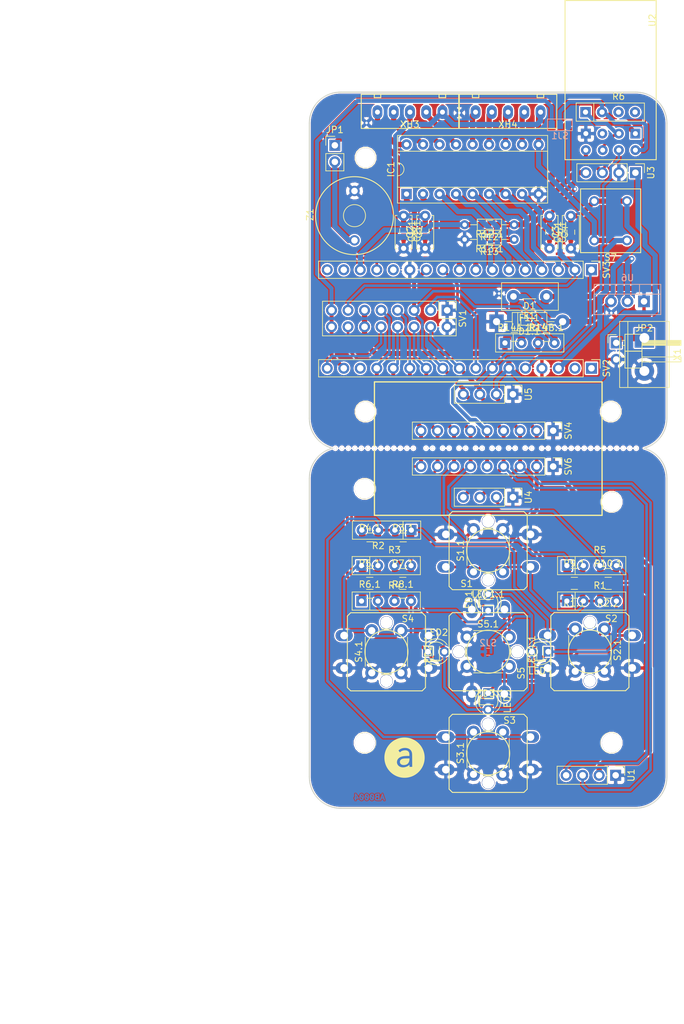
<source format=kicad_pcb>
(kicad_pcb (version 4) (host pcbnew 4.0.6-e0-6349~53~ubuntu16.04.1)
  (layers (0 F.Cu signal) (31 B.Cu signal) (34 B.Paste user) (35 F.Paste user) (36 B.SilkS user) (37 F.SilkS user) (38 B.Mask user) (39 F.Mask user) (44 Edge.Cuts user))
  (net 0 "")
  (net 1 GND)
  (net 2 "Net-(F1-Pad1)")
  (net 3 /D9)
  (net 4 /D8)
  (net 5 /MR4)
  (net 6 /D7)
  (net 7 /MR3)
  (net 8 /D6)
  (net 9 /MR2)
  (net 10 /D5)
  (net 11 /MR1)
  (net 12 /D4)
  (net 13 /ML4)
  (net 14 /ML3)
  (net 15 /ML2)
  (net 16 /ML1)
  (net 17 /D10)
  (net 18 "Net-(JP1-Pad2)")
  (net 19 "Net-(LED1-Pad1)")
  (net 20 "Net-(LED1-Pad2)")
  (net 21 "Net-(LED2-Pad1)")
  (net 22 "Net-(LED3-Pad1)")
  (net 23 "Net-(LED4-Pad1)")
  (net 24 /S1)
  (net 25 /A7)
  (net 26 /S2)
  (net 27 /S3)
  (net 28 /S5)
  (net 29 /S4)
  (net 30 /A0)
  (net 31 /5V)
  (net 32 /A1)
  (net 33 /A2)
  (net 34 /A3)
  (net 35 /TX3V3)
  (net 36 /TX)
  (net 37 /A6)
  (net 38 /A5)
  (net 39 /A4)
  (net 40 /D13)
  (net 41 /D11)
  (net 42 /3V3)
  (net 43 /RAW)
  (net 44 /RX)
  (net 45 /VIN)
  (net 46 "Net-(R6-Pad1)")
  (net 47 /RST)
  (net 48 /3V3R)
  (net 49 /BUTT)
  (net 50 "Net-(R6-Pad2)")
  (module Wire_Pads:SolderWirePad_single_0-8mmDrill (layer F.Cu) (at 143.94688 68.8848)
    (fp_text reference "" hide)
    (fp_text value "" hide)
    (pad 1 thru_hole circle (at 0 0) (size 0.8 0.8) (drill 0.4) (layers *.Cu *.Mask) (net 1 GND))
  )
  (module Wire_Pads:SolderWirePad_single_0-8mmDrill (layer F.Cu) (at 126.67996 65.89522)
    (fp_text reference "" hide)
    (fp_text value "" hide)
    (pad 1 thru_hole circle (at 0 0) (size 0.8 0.8) (drill 0.4) (layers *.Cu *.Mask) (net 1 GND))
  )
  (module Wire_Pads:SolderWirePad_single_0-8mmDrill (layer F.Cu) (at 106.29392 39.65956)
    (fp_text reference "" hide)
    (fp_text value "" hide)
    (pad 1 thru_hole circle (at 0 0) (size 0.8 0.8) (drill 0.4) (layers *.Cu *.Mask) (net 1 GND))
  )
  (module ComponentesVarios:hole_05mm (layer F.Cu) (at 147.78154 89.69756)
    (fp_text reference "" hide)
    (fp_text value "" hide)
    (pad 1 thru_hole circle (at 0 0) (size 0.5 0.5) (drill 0.5) (layers *.Cu *.Mask))
  )
  (module ComponentesVarios:hole_05mm (layer F.Cu) (at 146.78154 89.69756)
    (fp_text reference "" hide)
    (fp_text value "" hide)
    (pad 1 thru_hole circle (at 0 0) (size 0.5 0.5) (drill 0.5) (layers *.Cu *.Mask))
  )
  (module ComponentesVarios:hole_05mm (layer F.Cu) (at 145.78154 89.69756)
    (fp_text reference "" hide)
    (fp_text value "" hide)
    (pad 1 thru_hole circle (at 0 0) (size 0.5 0.5) (drill 0.5) (layers *.Cu *.Mask))
  )
  (module ComponentesVarios:hole_05mm (layer F.Cu) (at 144.78154 89.69756)
    (fp_text reference "" hide)
    (fp_text value "" hide)
    (pad 1 thru_hole circle (at 0 0) (size 0.5 0.5) (drill 0.5) (layers *.Cu *.Mask))
  )
  (module ComponentesVarios:hole_05mm (layer F.Cu) (at 143.78154 89.69756)
    (fp_text reference "" hide)
    (fp_text value "" hide)
    (pad 1 thru_hole circle (at 0 0) (size 0.5 0.5) (drill 0.5) (layers *.Cu *.Mask))
  )
  (module ComponentesVarios:hole_05mm (layer F.Cu) (at 142.78154 89.69756)
    (fp_text reference "" hide)
    (fp_text value "" hide)
    (pad 1 thru_hole circle (at 0 0) (size 0.5 0.5) (drill 0.5) (layers *.Cu *.Mask))
  )
  (module ComponentesVarios:hole_05mm (layer F.Cu) (at 141.78154 89.69756)
    (fp_text reference "" hide)
    (fp_text value "" hide)
    (pad 1 thru_hole circle (at 0 0) (size 0.5 0.5) (drill 0.5) (layers *.Cu *.Mask))
  )
  (module ComponentesVarios:hole_05mm (layer F.Cu) (at 140.78154 89.69756)
    (fp_text reference "" hide)
    (fp_text value "" hide)
    (pad 1 thru_hole circle (at 0 0) (size 0.5 0.5) (drill 0.5) (layers *.Cu *.Mask))
  )
  (module ComponentesVarios:hole_05mm (layer F.Cu) (at 139.78154 89.69756)
    (fp_text reference "" hide)
    (fp_text value "" hide)
    (pad 1 thru_hole circle (at 0 0) (size 0.5 0.5) (drill 0.5) (layers *.Cu *.Mask))
  )
  (module ComponentesVarios:hole_05mm (layer F.Cu) (at 138.78154 89.69756)
    (fp_text reference "" hide)
    (fp_text value "" hide)
    (pad 1 thru_hole circle (at 0 0) (size 0.5 0.5) (drill 0.5) (layers *.Cu *.Mask))
  )
  (module ComponentesVarios:hole_05mm (layer F.Cu) (at 137.78154 89.69756)
    (fp_text reference "" hide)
    (fp_text value "" hide)
    (pad 1 thru_hole circle (at 0 0) (size 0.5 0.5) (drill 0.5) (layers *.Cu *.Mask))
  )
  (module ComponentesVarios:hole_05mm (layer F.Cu) (at 113.5 89.69756)
    (fp_text reference "" hide)
    (fp_text value "" hide)
    (pad 1 thru_hole circle (at 0 0) (size 0.5 0.5) (drill 0.5) (layers *.Cu *.Mask))
  )
  (module ComponentesVarios:hole_05mm (layer F.Cu) (at 112.5 89.69756)
    (fp_text reference "" hide)
    (fp_text value "" hide)
    (pad 1 thru_hole circle (at 0 0) (size 0.5 0.5) (drill 0.5) (layers *.Cu *.Mask))
  )
  (module ComponentesVarios:hole_05mm (layer F.Cu) (at 136.78154 89.69756)
    (fp_text reference "" hide)
    (fp_text value "" hide)
    (pad 1 thru_hole circle (at 0 0) (size 0.5 0.5) (drill 0.5) (layers *.Cu *.Mask))
  )
  (module ComponentesVarios:hole_05mm (layer F.Cu) (at 134.24154 89.69756)
    (fp_text reference "" hide)
    (fp_text value "" hide)
    (pad 1 thru_hole circle (at 0 0) (size 0.5 0.5) (drill 0.5) (layers *.Cu *.Mask))
  )
  (module ComponentesVarios:hole_05mm (layer F.Cu) (at 131.70154 89.69756)
    (fp_text reference "" hide)
    (fp_text value "" hide)
    (pad 1 thru_hole circle (at 0 0) (size 0.5 0.5) (drill 0.5) (layers *.Cu *.Mask))
  )
  (module ComponentesVarios:hole_05mm (layer F.Cu) (at 129.16154 89.69756)
    (fp_text reference "" hide)
    (fp_text value "" hide)
    (pad 1 thru_hole circle (at 0 0) (size 0.5 0.5) (drill 0.5) (layers *.Cu *.Mask))
  )
  (module ComponentesVarios:hole_05mm (layer F.Cu) (at 126.62154 89.69756)
    (fp_text reference "" hide)
    (fp_text value "" hide)
    (pad 1 thru_hole circle (at 0 0) (size 0.5 0.5) (drill 0.5) (layers *.Cu *.Mask))
  )
  (module ComponentesVarios:hole_05mm (layer F.Cu) (at 124.08154 89.69756)
    (fp_text reference "" hide)
    (fp_text value "" hide)
    (pad 1 thru_hole circle (at 0 0) (size 0.5 0.5) (drill 0.5) (layers *.Cu *.Mask))
  )
  (module ComponentesVarios:hole_05mm (layer F.Cu) (at 121.54154 89.69756)
    (fp_text reference "" hide)
    (fp_text value "" hide)
    (pad 1 thru_hole circle (at 0 0) (size 0.5 0.5) (drill 0.5) (layers *.Cu *.Mask))
  )
  (module ComponentesVarios:hole_05mm (layer F.Cu) (at 119.00154 89.69756)
    (fp_text reference "" hide)
    (fp_text value "" hide)
    (pad 1 thru_hole circle (at 0 0) (size 0.5 0.5) (drill 0.5) (layers *.Cu *.Mask))
  )
  (module ComponentesVarios:hole_05mm (layer F.Cu) (at 135.77824 89.69248)
    (fp_text reference "" hide)
    (fp_text value "" hide)
    (pad 1 thru_hole circle (at 0 0) (size 0.5 0.5) (drill 0.5) (layers *.Cu *.Mask))
  )
  (module ComponentesVarios:hole_05mm (layer F.Cu) (at 133.25094 89.7001)
    (fp_text reference "" hide)
    (fp_text value "" hide)
    (pad 1 thru_hole circle (at 0 0) (size 0.5 0.5) (drill 0.5) (layers *.Cu *.Mask))
  )
  (module ComponentesVarios:hole_05mm (layer F.Cu) (at 130.70078 89.68232)
    (fp_text reference "" hide)
    (fp_text value "" hide)
    (pad 1 thru_hole circle (at 0 0) (size 0.5 0.5) (drill 0.5) (layers *.Cu *.Mask))
  )
  (module ComponentesVarios:hole_05mm (layer F.Cu) (at 128.15316 89.67216)
    (fp_text reference "" hide)
    (fp_text value "" hide)
    (pad 1 thru_hole circle (at 0 0) (size 0.5 0.5) (drill 0.5) (layers *.Cu *.Mask))
  )
  (module ComponentesVarios:hole_05mm (layer F.Cu) (at 125.60808 89.70264)
    (fp_text reference "" hide)
    (fp_text value "" hide)
    (pad 1 thru_hole circle (at 0 0) (size 0.5 0.5) (drill 0.5) (layers *.Cu *.Mask))
  )
  (module ComponentesVarios:hole_05mm (layer F.Cu) (at 123.07824 89.69502)
    (fp_text reference "" hide)
    (fp_text value "" hide)
    (pad 1 thru_hole circle (at 0 0) (size 0.5 0.5) (drill 0.5) (layers *.Cu *.Mask))
  )
  (module ComponentesVarios:hole_05mm (layer F.Cu) (at 120.52808 89.69248)
    (fp_text reference "" hide)
    (fp_text value "" hide)
    (pad 1 thru_hole circle (at 0 0) (size 0.5 0.5) (drill 0.5) (layers *.Cu *.Mask))
  )
  (module ComponentesVarios:hole_05mm (layer F.Cu) (at 118.0084 89.69756)
    (fp_text reference "" hide)
    (fp_text value "" hide)
    (pad 1 thru_hole circle (at 0 0) (size 0.5 0.5) (drill 0.5) (layers *.Cu *.Mask))
  )
  (module ComponentesVarios:hole_05mm (layer F.Cu) (at 115.45062 89.69502)
    (fp_text reference "" hide)
    (fp_text value "" hide)
    (pad 1 thru_hole circle (at 0 0) (size 0.5 0.5) (drill 0.5) (layers *.Cu *.Mask))
  )
  (module borde:svg2mod (layer F.Cu) (at 125 90)
    (fp_text reference "" hide)
    (fp_text value G*** hide)
    (fp_line (start -22.705212 -55.068637) (end -22.952448 -55.062437) (layer Edge.Cuts) (width 0.155643))
    (fp_line (start -22.952448 -55.062437) (end -23.196354 -55.044035) (layer Edge.Cuts) (width 0.155643))
    (fp_line (start -23.196354 -55.044035) (end -23.436635 -55.013728) (layer Edge.Cuts) (width 0.155643))
    (fp_line (start -23.436635 -55.013728) (end -23.672993 -54.97181) (layer Edge.Cuts) (width 0.155643))
    (fp_line (start -23.672993 -54.97181) (end -23.905132 -54.918579) (layer Edge.Cuts) (width 0.155643))
    (fp_line (start -23.905132 -54.918579) (end -24.132756 -54.85433) (layer Edge.Cuts) (width 0.155643))
    (fp_line (start -24.132756 -54.85433) (end -24.355569 -54.779359) (layer Edge.Cuts) (width 0.155643))
    (fp_line (start -24.355569 -54.779359) (end -24.573274 -54.693962) (layer Edge.Cuts) (width 0.155643))
    (fp_line (start -24.573274 -54.693962) (end -24.785574 -54.598436) (layer Edge.Cuts) (width 0.155643))
    (fp_line (start -24.785574 -54.598436) (end -24.992174 -54.493076) (layer Edge.Cuts) (width 0.155643))
    (fp_line (start -24.992174 -54.493076) (end -25.192778 -54.378179) (layer Edge.Cuts) (width 0.155643))
    (fp_line (start -25.192778 -54.378179) (end -25.387087 -54.25404) (layer Edge.Cuts) (width 0.155643))
    (fp_line (start -25.387087 -54.25404) (end -25.574808 -54.120955) (layer Edge.Cuts) (width 0.155643))
    (fp_line (start -25.574808 -54.120955) (end -25.755642 -53.979222) (layer Edge.Cuts) (width 0.155643))
    (fp_line (start -25.755642 -53.979222) (end -25.929294 -53.829134) (layer Edge.Cuts) (width 0.155643))
    (fp_line (start -25.929294 -53.829134) (end -26.095467 -53.67099) (layer Edge.Cuts) (width 0.155643))
    (fp_line (start -26.095467 -53.67099) (end -26.253865 -53.505084) (layer Edge.Cuts) (width 0.155643))
    (fp_line (start -26.253865 -53.505084) (end -26.404192 -53.331714) (layer Edge.Cuts) (width 0.155643))
    (fp_line (start -26.404192 -53.331714) (end -26.546151 -53.151174) (layer Edge.Cuts) (width 0.155643))
    (fp_line (start -26.546151 -53.151174) (end -26.679445 -52.963761) (layer Edge.Cuts) (width 0.155643))
    (fp_line (start -26.679445 -52.963761) (end -26.80378 -52.76977) (layer Edge.Cuts) (width 0.155643))
    (fp_line (start -26.80378 -52.76977) (end -26.918857 -52.569499) (layer Edge.Cuts) (width 0.155643))
    (fp_line (start -26.918857 -52.569499) (end -27.024381 -52.363243) (layer Edge.Cuts) (width 0.155643))
    (fp_line (start -27.024381 -52.363243) (end -27.120056 -52.151298) (layer Edge.Cuts) (width 0.155643))
    (fp_line (start -27.120056 -52.151298) (end -27.205584 -51.93396) (layer Edge.Cuts) (width 0.155643))
    (fp_line (start -27.205584 -51.93396) (end -27.280671 -51.711526) (layer Edge.Cuts) (width 0.155643))
    (fp_line (start -27.280671 -51.711526) (end -27.345018 -51.48429) (layer Edge.Cuts) (width 0.155643))
    (fp_line (start -27.345018 -51.48429) (end -27.398331 -51.25255) (layer Edge.Cuts) (width 0.155643))
    (fp_line (start -27.398331 -51.25255) (end -27.440312 -51.016601) (layer Edge.Cuts) (width 0.155643))
    (fp_line (start -27.440312 -51.016601) (end -27.470666 -50.77674) (layer Edge.Cuts) (width 0.155643))
    (fp_line (start -27.470666 -50.77674) (end -27.489095 -50.533262) (layer Edge.Cuts) (width 0.155643))
    (fp_line (start -27.489095 -50.533262) (end -27.495304 -50.286464) (layer Edge.Cuts) (width 0.155643))
    (fp_line (start -27.495304 -50.286464) (end -27.495304 -4.917986) (layer Edge.Cuts) (width 0.155643))
    (fp_line (start -27.495304 -4.917986) (end -27.488704 -4.663777) (layer Edge.Cuts) (width 0.155643))
    (fp_line (start -27.488704 -4.663777) (end -27.46912 -4.41315) (layer Edge.Cuts) (width 0.155643))
    (fp_line (start -27.46912 -4.41315) (end -27.436878 -4.166427) (layer Edge.Cuts) (width 0.155643))
    (fp_line (start -27.436878 -4.166427) (end -27.392304 -3.923926) (layer Edge.Cuts) (width 0.155643))
    (fp_line (start -27.392304 -3.923926) (end -27.335724 -3.685968) (layer Edge.Cuts) (width 0.155643))
    (fp_line (start -27.335724 -3.685968) (end -27.267463 -3.452872) (layer Edge.Cuts) (width 0.155643))
    (fp_line (start -27.267463 -3.452872) (end -27.187848 -3.224958) (layer Edge.Cuts) (width 0.155643))
    (fp_line (start -27.187848 -3.224958) (end -27.097204 -3.002546) (layer Edge.Cuts) (width 0.155643))
    (fp_line (start -27.097204 -3.002546) (end -26.995856 -2.785956) (layer Edge.Cuts) (width 0.155643))
    (fp_line (start -26.995856 -2.785956) (end -26.884132 -2.575507) (layer Edge.Cuts) (width 0.155643))
    (fp_line (start -26.884132 -2.575507) (end -26.762356 -2.37152) (layer Edge.Cuts) (width 0.155643))
    (fp_line (start -26.762356 -2.37152) (end -26.630854 -2.174314) (layer Edge.Cuts) (width 0.155643))
    (fp_line (start -26.630854 -2.174314) (end -26.489953 -1.984208) (layer Edge.Cuts) (width 0.155643))
    (fp_line (start -26.489953 -1.984208) (end -26.339977 -1.801524) (layer Edge.Cuts) (width 0.155643))
    (fp_line (start -26.339977 -1.801524) (end -26.181253 -1.626579) (layer Edge.Cuts) (width 0.155643))
    (fp_line (start -26.181253 -1.626579) (end -26.014107 -1.459695) (layer Edge.Cuts) (width 0.155643))
    (fp_line (start -26.014107 -1.459695) (end -25.838864 -1.301191) (layer Edge.Cuts) (width 0.155643))
    (fp_line (start -25.838864 -1.301191) (end -25.65585 -1.151387) (layer Edge.Cuts) (width 0.155643))
    (fp_line (start -25.65585 -1.151387) (end -25.465391 -1.010603) (layer Edge.Cuts) (width 0.155643))
    (fp_line (start -25.465391 -1.010603) (end -25.267813 -0.879157) (layer Edge.Cuts) (width 0.155643))
    (fp_line (start -25.267813 -0.879157) (end -25.063442 -0.757372) (layer Edge.Cuts) (width 0.155643))
    (fp_line (start -25.063442 -0.757372) (end -24.852602 -0.645565) (layer Edge.Cuts) (width 0.155643))
    (fp_line (start -24.852602 -0.645565) (end -24.635621 -0.544057) (layer Edge.Cuts) (width 0.155643))
    (fp_line (start -24.635621 -0.544057) (end -24.412824 -0.453167) (layer Edge.Cuts) (width 0.155643))
    (fp_line (start -24.412824 -0.453167) (end -24.184536 -0.373216) (layer Edge.Cuts) (width 0.155643))
    (fp_line (start -24.184536 -0.373216) (end -23.951085 -0.304523) (layer Edge.Cuts) (width 0.155643))
    (fp_line (start -23.951085 -0.304523) (end -24.184783 -0.233585) (layer Edge.Cuts) (width 0.155643))
    (fp_line (start -24.184783 -0.233585) (end -24.413273 -0.151457) (layer Edge.Cuts) (width 0.155643))
    (fp_line (start -24.413273 -0.151457) (end -24.636231 -0.058455) (layer Edge.Cuts) (width 0.155643))
    (fp_line (start -24.636231 -0.058455) (end -24.853334 0.045101) (layer Edge.Cuts) (width 0.155643))
    (fp_line (start -24.853334 0.045101) (end -25.064261 0.158896) (layer Edge.Cuts) (width 0.155643))
    (fp_line (start -25.064261 0.158896) (end -25.268686 0.28261) (layer Edge.Cuts) (width 0.155643))
    (fp_line (start -25.268686 0.28261) (end -25.466288 0.415927) (layer Edge.Cuts) (width 0.155643))
    (fp_line (start -25.466288 0.415927) (end -25.656744 0.558529) (layer Edge.Cuts) (width 0.155643))
    (fp_line (start -25.656744 0.558529) (end -25.83973 0.710097) (layer Edge.Cuts) (width 0.155643))
    (fp_line (start -25.83973 0.710097) (end -26.014923 0.870316) (layer Edge.Cuts) (width 0.155643))
    (fp_line (start -26.014923 0.870316) (end -26.182002 1.038866) (layer Edge.Cuts) (width 0.155643))
    (fp_line (start -26.182002 1.038866) (end -26.340641 1.21543) (layer Edge.Cuts) (width 0.155643))
    (fp_line (start -26.340641 1.21543) (end -26.49052 1.399692) (layer Edge.Cuts) (width 0.155643))
    (fp_line (start -26.49052 1.399692) (end -26.631313 1.591332) (layer Edge.Cuts) (width 0.155643))
    (fp_line (start -26.631313 1.591332) (end -26.7627 1.790034) (layer Edge.Cuts) (width 0.155643))
    (fp_line (start -26.7627 1.790034) (end -26.884356 1.995479) (layer Edge.Cuts) (width 0.155643))
    (fp_line (start -26.884356 1.995479) (end -26.995959 2.207351) (layer Edge.Cuts) (width 0.155643))
    (fp_line (start -26.995959 2.207351) (end -27.097185 2.425331) (layer Edge.Cuts) (width 0.155643))
    (fp_line (start -27.097185 2.425331) (end -27.187712 2.649103) (layer Edge.Cuts) (width 0.155643))
    (fp_line (start -27.187712 2.649103) (end -27.267217 2.878348) (layer Edge.Cuts) (width 0.155643))
    (fp_line (start -27.267217 2.878348) (end -27.335376 3.112748) (layer Edge.Cuts) (width 0.155643))
    (fp_line (start -27.335376 3.112748) (end -27.391867 3.351987) (layer Edge.Cuts) (width 0.155643))
    (fp_line (start -27.391867 3.351987) (end -27.436366 3.595746) (layer Edge.Cuts) (width 0.155643))
    (fp_line (start -27.436366 3.595746) (end -27.468552 3.843708) (layer Edge.Cuts) (width 0.155643))
    (fp_line (start -27.468552 3.843708) (end -27.4881 4.095555) (layer Edge.Cuts) (width 0.155643))
    (fp_line (start -27.4881 4.095555) (end -27.494688 4.35097) (layer Edge.Cuts) (width 0.155643))
    (fp_line (start -27.494688 4.35097) (end -27.494688 50.232866) (layer Edge.Cuts) (width 0.155643))
    (fp_line (start -27.494688 50.232866) (end -27.488406 50.482454) (layer Edge.Cuts) (width 0.155643))
    (fp_line (start -27.488406 50.482454) (end -27.469762 50.728682) (layer Edge.Cuts) (width 0.155643))
    (fp_line (start -27.469762 50.728682) (end -27.439056 50.971249) (layer Edge.Cuts) (width 0.155643))
    (fp_line (start -27.439056 50.971249) (end -27.396586 51.209858) (layer Edge.Cuts) (width 0.155643))
    (fp_line (start -27.396586 51.209858) (end -27.342654 51.444208) (layer Edge.Cuts) (width 0.155643))
    (fp_line (start -27.342654 51.444208) (end -27.277559 51.674) (layer Edge.Cuts) (width 0.155643))
    (fp_line (start -27.277559 51.674) (end -27.201602 51.898935) (layer Edge.Cuts) (width 0.155643))
    (fp_line (start -27.201602 51.898935) (end -27.115081 52.118715) (layer Edge.Cuts) (width 0.155643))
    (fp_line (start -27.115081 52.118715) (end -27.018298 52.333039) (layer Edge.Cuts) (width 0.155643))
    (fp_line (start -27.018298 52.333039) (end -26.911552 52.541609) (layer Edge.Cuts) (width 0.155643))
    (fp_line (start -26.911552 52.541609) (end -26.795143 52.744125) (layer Edge.Cuts) (width 0.155643))
    (fp_line (start -26.795143 52.744125) (end -26.669371 52.940288) (layer Edge.Cuts) (width 0.155643))
    (fp_line (start -26.669371 52.940288) (end -26.534536 53.129799) (layer Edge.Cuts) (width 0.155643))
    (fp_line (start -26.534536 53.129799) (end -26.390938 53.312359) (layer Edge.Cuts) (width 0.155643))
    (fp_line (start -26.390938 53.312359) (end -26.238877 53.487668) (layer Edge.Cuts) (width 0.155643))
    (fp_line (start -26.238877 53.487668) (end -26.078653 53.655427) (layer Edge.Cuts) (width 0.155643))
    (fp_line (start -26.078653 53.655427) (end -25.910566 53.815337) (layer Edge.Cuts) (width 0.155643))
    (fp_line (start -25.910566 53.815337) (end -25.734917 53.967099) (layer Edge.Cuts) (width 0.155643))
    (fp_line (start -25.734917 53.967099) (end -25.552004 54.110413) (layer Edge.Cuts) (width 0.155643))
    (fp_line (start -25.552004 54.110413) (end -25.362127 54.244981) (layer Edge.Cuts) (width 0.155643))
    (fp_line (start -25.362127 54.244981) (end -25.165588 54.370503) (layer Edge.Cuts) (width 0.155643))
    (fp_line (start -25.165588 54.370503) (end -24.962686 54.48668) (layer Edge.Cuts) (width 0.155643))
    (fp_line (start -24.962686 54.48668) (end -24.75372 54.593212) (layer Edge.Cuts) (width 0.155643))
    (fp_line (start -24.75372 54.593212) (end -24.538992 54.689801) (layer Edge.Cuts) (width 0.155643))
    (fp_line (start -24.538992 54.689801) (end -24.3188 54.776147) (layer Edge.Cuts) (width 0.155643))
    (fp_line (start -24.3188 54.776147) (end -24.093444 54.851951) (layer Edge.Cuts) (width 0.155643))
    (fp_line (start -24.093444 54.851951) (end -23.863226 54.916914) (layer Edge.Cuts) (width 0.155643))
    (fp_line (start -23.863226 54.916914) (end -23.628444 54.970736) (layer Edge.Cuts) (width 0.155643))
    (fp_line (start -23.628444 54.970736) (end -23.389399 55.013119) (layer Edge.Cuts) (width 0.155643))
    (fp_line (start -23.389399 55.013119) (end -23.14639 55.043762) (layer Edge.Cuts) (width 0.155643))
    (fp_line (start -23.14639 55.043762) (end -22.899719 55.062368) (layer Edge.Cuts) (width 0.155643))
    (fp_line (start -22.899719 55.062368) (end -22.649683 55.068637) (layer Edge.Cuts) (width 0.155643))
    (fp_line (start -22.649683 55.068637) (end 22.649683 55.068637) (layer Edge.Cuts) (width 0.155643))
    (fp_line (start 22.649683 55.068637) (end 22.899717 55.062368) (layer Edge.Cuts) (width 0.155643))
    (fp_line (start 22.899717 55.062368) (end 23.146383 55.043762) (layer Edge.Cuts) (width 0.155643))
    (fp_line (start 23.146383 55.043762) (end 23.389383 55.013119) (layer Edge.Cuts) (width 0.155643))
    (fp_line (start 23.389383 55.013119) (end 23.628417 54.970736) (layer Edge.Cuts) (width 0.155643))
    (fp_line (start 23.628417 54.970736) (end 23.863185 54.916914) (layer Edge.Cuts) (width 0.155643))
    (fp_line (start 23.863185 54.916914) (end 24.093388 54.851951) (layer Edge.Cuts) (width 0.155643))
    (fp_line (start 24.093388 54.851951) (end 24.318725 54.776147) (layer Edge.Cuts) (width 0.155643))
    (fp_line (start 24.318725 54.776147) (end 24.538896 54.689801) (layer Edge.Cuts) (width 0.155643))
    (fp_line (start 24.538896 54.689801) (end 24.753603 54.593212) (layer Edge.Cuts) (width 0.155643))
    (fp_line (start 24.753603 54.593212) (end 24.962545 54.48668) (layer Edge.Cuts) (width 0.155643))
    (fp_line (start 24.962545 54.48668) (end 25.165422 54.370503) (layer Edge.Cuts) (width 0.155643))
    (fp_line (start 25.165422 54.370503) (end 25.361936 54.244981) (layer Edge.Cuts) (width 0.155643))
    (fp_line (start 25.361936 54.244981) (end 25.551785 54.110413) (layer Edge.Cuts) (width 0.155643))
    (fp_line (start 25.551785 54.110413) (end 25.73467 53.967099) (layer Edge.Cuts) (width 0.155643))
    (fp_line (start 25.73467 53.967099) (end 25.910292 53.815337) (layer Edge.Cuts) (width 0.155643))
    (fp_line (start 25.910292 53.815337) (end 26.078351 53.655427) (layer Edge.Cuts) (width 0.155643))
    (fp_line (start 26.078351 53.655427) (end 26.238547 53.487668) (layer Edge.Cuts) (width 0.155643))
    (fp_line (start 26.238547 53.487668) (end 26.390579 53.312359) (layer Edge.Cuts) (width 0.155643))
    (fp_line (start 26.390579 53.312359) (end 26.53415 53.129799) (layer Edge.Cuts) (width 0.155643))
    (fp_line (start 26.53415 53.129799) (end 26.668958 52.940288) (layer Edge.Cuts) (width 0.155643))
    (fp_line (start 26.668958 52.940288) (end 26.794704 52.744125) (layer Edge.Cuts) (width 0.155643))
    (fp_line (start 26.794704 52.744125) (end 26.911088 52.541609) (layer Edge.Cuts) (width 0.155643))
    (fp_line (start 26.911088 52.541609) (end 27.017811 52.333039) (layer Edge.Cuts) (width 0.155643))
    (fp_line (start 27.017811 52.333039) (end 27.114572 52.118715) (layer Edge.Cuts) (width 0.155643))
    (fp_line (start 27.114572 52.118715) (end 27.201072 51.898935) (layer Edge.Cuts) (width 0.155643))
    (fp_line (start 27.201072 51.898935) (end 27.277012 51.674) (layer Edge.Cuts) (width 0.155643))
    (fp_line (start 27.277012 51.674) (end 27.342091 51.444208) (layer Edge.Cuts) (width 0.155643))
    (fp_line (start 27.342091 51.444208) (end 27.396009 51.209858) (layer Edge.Cuts) (width 0.155643))
    (fp_line (start 27.396009 51.209858) (end 27.438468 50.971249) (layer Edge.Cuts) (width 0.155643))
    (fp_line (start 27.438468 50.971249) (end 27.469166 50.728682) (layer Edge.Cuts) (width 0.155643))
    (fp_line (start 27.469166 50.728682) (end 27.487805 50.482454) (layer Edge.Cuts) (width 0.155643))
    (fp_line (start 27.487805 50.482454) (end 27.494085 50.232866) (layer Edge.Cuts) (width 0.155643))
    (fp_line (start 27.494085 50.232866) (end 27.494085 4.35097) (layer Edge.Cuts) (width 0.155643))
    (fp_line (start 27.494085 4.35097) (end 27.487499 4.095571) (layer Edge.Cuts) (width 0.155643))
    (fp_line (start 27.487499 4.095571) (end 27.467956 3.843738) (layer Edge.Cuts) (width 0.155643))
    (fp_line (start 27.467956 3.843738) (end 27.435779 3.595789) (layer Edge.Cuts) (width 0.155643))
    (fp_line (start 27.435779 3.595789) (end 27.39129 3.352042) (layer Edge.Cuts) (width 0.155643))
    (fp_line (start 27.39129 3.352042) (end 27.334813 3.112814) (layer Edge.Cuts) (width 0.155643))
    (fp_line (start 27.334813 3.112814) (end 27.26667 2.878423) (layer Edge.Cuts) (width 0.155643))
    (fp_line (start 27.26667 2.878423) (end 27.187184 2.649186) (layer Edge.Cuts) (width 0.155643))
    (fp_line (start 27.187184 2.649186) (end 27.096678 2.425421) (layer Edge.Cuts) (width 0.155643))
    (fp_line (start 27.096678 2.425421) (end 26.995475 2.207446) (layer Edge.Cuts) (width 0.155643))
    (fp_line (start 26.995475 2.207446) (end 26.883896 1.995578) (layer Edge.Cuts) (width 0.155643))
    (fp_line (start 26.883896 1.995578) (end 26.762266 1.790135) (layer Edge.Cuts) (width 0.155643))
    (fp_line (start 26.762266 1.790135) (end 26.630907 1.591435) (layer Edge.Cuts) (width 0.155643))
    (fp_line (start 26.630907 1.591435) (end 26.490142 1.399794) (layer Edge.Cuts) (width 0.155643))
    (fp_line (start 26.490142 1.399794) (end 26.340292 1.215532) (layer Edge.Cuts) (width 0.155643))
    (fp_line (start 26.340292 1.215532) (end 26.181683 1.038965) (layer Edge.Cuts) (width 0.155643))
    (fp_line (start 26.181683 1.038965) (end 26.014635 0.870412) (layer Edge.Cuts) (width 0.155643))
    (fp_line (start 26.014635 0.870412) (end 25.839472 0.710189) (layer Edge.Cuts) (width 0.155643))
    (fp_line (start 25.839472 0.710189) (end 25.656517 0.558614) (layer Edge.Cuts) (width 0.155643))
    (fp_line (start 25.656517 0.558614) (end 25.466092 0.416006) (layer Edge.Cuts) (width 0.155643))
    (fp_line (start 25.466092 0.416006) (end 25.26852 0.282681) (layer Edge.Cuts) (width 0.155643))
    (fp_line (start 25.26852 0.282681) (end 25.064124 0.158958) (layer Edge.Cuts) (width 0.155643))
    (fp_line (start 25.064124 0.158958) (end 24.853227 0.045153) (layer Edge.Cuts) (width 0.155643))
    (fp_line (start 24.853227 0.045153) (end 24.636151 -0.058415) (layer Edge.Cuts) (width 0.155643))
    (fp_line (start 24.636151 -0.058415) (end 24.41322 -0.151429) (layer Edge.Cuts) (width 0.155643))
    (fp_line (start 24.41322 -0.151429) (end 24.184756 -0.233571) (layer Edge.Cuts) (width 0.155643))
    (fp_line (start 24.184756 -0.233571) (end 23.951082 -0.304523) (layer Edge.Cuts) (width 0.155643))
    (fp_line (start 23.951082 -0.304523) (end 24.184522 -0.373224) (layer Edge.Cuts) (width 0.155643))
    (fp_line (start 24.184522 -0.373224) (end 24.412799 -0.453183) (layer Edge.Cuts) (width 0.155643))
    (fp_line (start 24.412799 -0.453183) (end 24.635589 -0.544079) (layer Edge.Cuts) (width 0.155643))
    (fp_line (start 24.635589 -0.544079) (end 24.852563 -0.645594) (layer Edge.Cuts) (width 0.155643))
    (fp_line (start 24.852563 -0.645594) (end 25.063397 -0.757407) (layer Edge.Cuts) (width 0.155643))
    (fp_line (start 25.063397 -0.757407) (end 25.267766 -0.879198) (layer Edge.Cuts) (width 0.155643))
    (fp_line (start 25.267766 -0.879198) (end 25.465341 -1.010647) (layer Edge.Cuts) (width 0.155643))
    (fp_line (start 25.465341 -1.010647) (end 25.655799 -1.151436) (layer Edge.Cuts) (width 0.155643))
    (fp_line (start 25.655799 -1.151436) (end 25.838813 -1.301243) (layer Edge.Cuts) (width 0.155643))
    (fp_line (start 25.838813 -1.301243) (end 26.014057 -1.45975) (layer Edge.Cuts) (width 0.155643))
    (fp_line (start 26.014057 -1.45975) (end 26.181205 -1.626636) (layer Edge.Cuts) (width 0.155643))
    (fp_line (start 26.181205 -1.626636) (end 26.339931 -1.801581) (layer Edge.Cuts) (width 0.155643))
    (fp_line (start 26.339931 -1.801581) (end 26.48991 -1.984267) (layer Edge.Cuts) (width 0.155643))
    (fp_line (start 26.48991 -1.984267) (end 26.630815 -2.174372) (layer Edge.Cuts) (width 0.155643))
    (fp_line (start 26.630815 -2.174372) (end 26.76232 -2.371577) (layer Edge.Cuts) (width 0.155643))
    (fp_line (start 26.76232 -2.371577) (end 26.884101 -2.575563) (layer Edge.Cuts) (width 0.155643))
    (fp_line (start 26.884101 -2.575563) (end 26.99583 -2.78601) (layer Edge.Cuts) (width 0.155643))
    (fp_line (start 26.99583 -2.78601) (end 27.097181 -3.002597) (layer Edge.Cuts) (width 0.155643))
    (fp_line (start 27.097181 -3.002597) (end 27.18783 -3.225005) (layer Edge.Cuts) (width 0.155643))
    (fp_line (start 27.18783 -3.225005) (end 27.267449 -3.452914) (layer Edge.Cuts) (width 0.155643))
    (fp_line (start 27.267449 -3.452914) (end 27.335714 -3.686005) (layer Edge.Cuts) (width 0.155643))
    (fp_line (start 27.335714 -3.686005) (end 27.392297 -3.923957) (layer Edge.Cuts) (width 0.155643))
    (fp_line (start 27.392297 -3.923957) (end 27.436874 -4.166451) (layer Edge.Cuts) (width 0.155643))
    (fp_line (start 27.436874 -4.166451) (end 27.469118 -4.413167) (layer Edge.Cuts) (width 0.155643))
    (fp_line (start 27.469118 -4.413167) (end 27.488704 -4.663786) (layer Edge.Cuts) (width 0.155643))
    (fp_line (start 27.488704 -4.663786) (end 27.495304 -4.917986) (layer Edge.Cuts) (width 0.155643))
    (fp_line (start 27.495304 -4.917986) (end 27.495304 -50.286464) (layer Edge.Cuts) (width 0.155643))
    (fp_line (start 27.495304 -50.286464) (end 27.489094 -50.533262) (layer Edge.Cuts) (width 0.155643))
    (fp_line (start 27.489094 -50.533262) (end 27.470659 -50.77674) (layer Edge.Cuts) (width 0.155643))
    (fp_line (start 27.470659 -50.77674) (end 27.440297 -51.016601) (layer Edge.Cuts) (width 0.155643))
    (fp_line (start 27.440297 -51.016601) (end 27.398305 -51.25255) (layer Edge.Cuts) (width 0.155643))
    (fp_line (start 27.398305 -51.25255) (end 27.344979 -51.48429) (layer Edge.Cuts) (width 0.155643))
    (fp_line (start 27.344979 -51.48429) (end 27.280615 -51.711526) (layer Edge.Cuts) (width 0.155643))
    (fp_line (start 27.280615 -51.711526) (end 27.20551 -51.93396) (layer Edge.Cuts) (width 0.155643))
    (fp_line (start 27.20551 -51.93396) (end 27.119961 -52.151298) (layer Edge.Cuts) (width 0.155643))
    (fp_line (start 27.119961 -52.151298) (end 27.024264 -52.363243) (layer Edge.Cuts) (width 0.155643))
    (fp_line (start 27.024264 -52.363243) (end 26.918716 -52.569499) (layer Edge.Cuts) (width 0.155643))
    (fp_line (start 26.918716 -52.569499) (end 26.803614 -52.76977) (layer Edge.Cuts) (width 0.155643))
    (fp_line (start 26.803614 -52.76977) (end 26.679254 -52.963761) (layer Edge.Cuts) (width 0.155643))
    (fp_line (start 26.679254 -52.963761) (end 26.545932 -53.151174) (layer Edge.Cuts) (width 0.155643))
    (fp_line (start 26.545932 -53.151174) (end 26.403945 -53.331714) (layer Edge.Cuts) (width 0.155643))
    (fp_line (start 26.403945 -53.331714) (end 26.25359 -53.505084) (layer Edge.Cuts) (width 0.155643))
    (fp_line (start 26.25359 -53.505084) (end 26.095163 -53.67099) (layer Edge.Cuts) (width 0.155643))
    (fp_line (start 26.095163 -53.67099) (end 25.928962 -53.829134) (layer Edge.Cuts) (width 0.155643))
    (fp_line (start 25.928962 -53.829134) (end 25.755282 -53.979222) (layer Edge.Cuts) (width 0.155643))
    (fp_line (start 25.755282 -53.979222) (end 25.57442 -54.120955) (layer Edge.Cuts) (width 0.155643))
    (fp_line (start 25.57442 -54.120955) (end 25.386672 -54.25404) (layer Edge.Cuts) (width 0.155643))
    (fp_line (start 25.386672 -54.25404) (end 25.192336 -54.378179) (layer Edge.Cuts) (width 0.155643))
    (fp_line (start 25.192336 -54.378179) (end 24.991707 -54.493076) (layer Edge.Cuts) (width 0.155643))
    (fp_line (start 24.991707 -54.493076) (end 24.785083 -54.598436) (layer Edge.Cuts) (width 0.155643))
    (fp_line (start 24.785083 -54.598436) (end 24.57276 -54.693962) (layer Edge.Cuts) (width 0.155643))
    (fp_line (start 24.57276 -54.693962) (end 24.355035 -54.779359) (layer Edge.Cuts) (width 0.155643))
    (fp_line (start 24.355035 -54.779359) (end 24.132203 -54.85433) (layer Edge.Cuts) (width 0.155643))
    (fp_line (start 24.132203 -54.85433) (end 23.904563 -54.918579) (layer Edge.Cuts) (width 0.155643))
    (fp_line (start 23.904563 -54.918579) (end 23.672409 -54.97181) (layer Edge.Cuts) (width 0.155643))
    (fp_line (start 23.672409 -54.97181) (end 23.43604 -55.013728) (layer Edge.Cuts) (width 0.155643))
    (fp_line (start 23.43604 -55.013728) (end 23.195751 -55.044035) (layer Edge.Cuts) (width 0.155643))
    (fp_line (start 23.195751 -55.044035) (end 22.951839 -55.062437) (layer Edge.Cuts) (width 0.155643))
    (fp_line (start 22.951839 -55.062437) (end 22.7046 -55.068637) (layer Edge.Cuts) (width 0.155643))
    (fp_line (start 22.7046 -55.068637) (end -22.705212 -55.068637) (layer Edge.Cuts) (width 0.155643))
  )
  (module ComponentesVarios:hole_05mm (layer F.Cu) (at 116.46154 89.69756)
    (fp_text reference "" hide)
    (fp_text value "" hide)
    (pad 1 thru_hole circle (at 0 0) (size 0.5 0.5) (drill 0.5) (layers *.Cu *.Mask))
  )
  (module ComponentesVarios:hole_05mm (layer F.Cu) (at 111.5 89.69756)
    (fp_text reference "" hide)
    (fp_text value "" hide)
    (pad 1 thru_hole circle (at 0 0) (size 0.5 0.5) (drill 0.5) (layers *.Cu *.Mask))
  )
  (module ComponentesVarios:hole_05mm (layer F.Cu) (at 110.5 89.69756)
    (fp_text reference "" hide)
    (fp_text value "" hide)
    (pad 1 thru_hole circle (at 0 0) (size 0.5 0.5) (drill 0.5) (layers *.Cu *.Mask))
  )
  (module ComponentesVarios:hole_05mm (layer F.Cu) (at 109.5 89.69756)
    (fp_text reference "" hide)
    (fp_text value "" hide)
    (pad 1 thru_hole circle (at 0 0) (size 0.5 0.5) (drill 0.5) (layers *.Cu *.Mask))
  )
  (module ComponentesVarios:hole_05mm (layer F.Cu) (at 108.5 89.69756)
    (fp_text reference "" hide)
    (fp_text value "" hide)
    (pad 1 thru_hole circle (at 0 0) (size 0.5 0.5) (drill 0.5) (layers *.Cu *.Mask))
  )
  (module ComponentesVarios:hole_05mm (layer F.Cu) (at 107.5 89.69756)
    (fp_text reference "" hide)
    (fp_text value "" hide)
    (pad 1 thru_hole circle (at 0 0) (size 0.5 0.5) (drill 0.5) (layers *.Cu *.Mask))
  )
  (module ComponentesVarios:hole_05mm (layer F.Cu) (at 106.5 89.69756)
    (fp_text reference "" hide)
    (fp_text value "" hide)
    (pad 1 thru_hole circle (at 0 0) (size 0.5 0.5) (drill 0.5) (layers *.Cu *.Mask))
  )
  (module ComponentesVarios:hole_05mm (layer F.Cu) (at 105.5 89.69756)
    (fp_text reference "" hide)
    (fp_text value "" hide)
    (pad 1 thru_hole circle (at 0 0) (size 0.5 0.5) (drill 0.5) (layers *.Cu *.Mask))
  )
  (module ComponentesVarios:hole_05mm (layer F.Cu) (at 104.5 89.69756)
    (fp_text reference "" hide)
    (fp_text value "" hide)
    (pad 1 thru_hole circle (at 0 0) (size 0.5 0.5) (drill 0.5) (layers *.Cu *.Mask))
  )
  (module ComponentesVarios:hole_05mm (layer F.Cu) (at 103.5 89.69756)
    (fp_text reference "" hide)
    (fp_text value "" hide)
    (pad 1 thru_hole circle (at 0 0) (size 0.5 0.5) (drill 0.5) (layers *.Cu *.Mask))
  )
  (module ComponentesVarios:hole_05mm (layer F.Cu) (at 102.5 89.69756)
    (fp_text reference "" hide)
    (fp_text value "" hide)
    (pad 1 thru_hole circle (at 0 0) (size 0.5 0.5) (drill 0.5) (layers *.Cu *.Mask))
  )
  (module LEDs:LED_0603 (layer F.Cu) (at 124.99848 128.651)
    (fp_text reference LED3.1 (at 0 -1.25) (layer F.SilkS))
    (fp_text value L)
    (pad 2 smd rect (at 0.8 0 180) (size 0.8 0.6) (layers F.Cu F.Paste F.Mask) (net 20 "Net-(LED1-Pad2)"))
    (pad 1 smd rect (at -0.8 0 180) (size 0.8 0.6) (layers F.Cu F.Paste F.Mask) (net 22 "Net-(LED3-Pad1)"))
  )
  (module Switch:bf4050_Button (layer F.Cu) (at 109.35716 121.00814 180)
    (fp_text reference S4 (at -3.302 5.08 180) (layer F.SilkS))
    (fp_text value switch)
    (pad "" thru_hole circle (at 0 -4.5 180) (size 1.95 1.95) (drill 1.85) (layers *.Cu *.Mask))
    (pad "" thru_hole circle (at 0 4.5 180) (size 1.95 1.95) (drill 1.85) (layers *.Cu *.Mask))
    (pad 4 thru_hole oval (at 6.5 2.5 180) (size 2.66 1.77) (drill 1.2) (layers *.Cu *.Mask) (net 29 /S4))
    (pad 2 thru_hole oval (at 6.5 -2.5 180) (size 2.66 1.77) (drill 1.2) (layers *.Cu *.Mask) (net 1 GND))
    (pad 1 thru_hole oval (at -6.5 -2.5 180) (size 2.66 1.77) (drill 1.2) (layers *.Cu *.Mask) (net 1 GND))
    (pad 3 thru_hole oval (at -6.5 2.5 180) (size 2.66 1.77) (drill 1.2) (layers *.Cu *.Mask) (net 29 /S4))
  )
  (module escornabot:ESP01 (layer F.Cu) (at 143.8402 33.0708 90)
    (fp_text reference U2 (at 9.1948 6.4262 90) (layer F.SilkS))
    (fp_text value ESP01)
    (pad 1 thru_hole rect (at -8.2296 -3.81 90) (size 1.524 1.524) (drill 0.762) (layers *.Cu *.Mask) (net 1 GND))
    (pad 2 thru_hole circle (at -8.2296 -1.27 90) (size 1.524 1.524) (drill 0.762) (layers *.Cu *.Mask))
    (pad 3 thru_hole circle (at -8.2296 1.27 90) (size 1.524 1.524) (drill 0.762) (layers *.Cu *.Mask) (net 46 "Net-(R6-Pad1)"))
    (pad 4 thru_hole rect (at -8.2296 3.81 90) (size 1.524 1.524) (drill 0.762) (layers *.Cu *.Mask) (net 35 /TX3V3))
    (pad 5 thru_hole circle (at -10.7696 3.81 90) (size 1.524 1.524) (drill 0.762) (layers *.Cu *.Mask) (net 50 "Net-(R6-Pad2)"))
    (pad 6 thru_hole circle (at -10.7696 1.27 90) (size 1.524 1.524) (drill 0.762) (layers *.Cu *.Mask) (net 47 /RST))
    (pad 7 thru_hole circle (at -10.7696 -1.2192 90) (size 1.524 1.524) (drill 0.762) (layers *.Cu *.Mask) (net 46 "Net-(R6-Pad1)"))
    (pad 8 thru_hole circle (at -10.7696 -3.81 90) (size 1.524 1.524) (drill 0.762) (layers *.Cu *.Mask) (net 44 /RX))
  )
  (module LEDs:LED_D3.0mm (layer F.Cu) (at 134.256 120.99544 180)
    (fp_text reference LED4 (at 1.27 -2.96 180) (layer F.SilkS))
    (fp_text value L)
    (pad 1 thru_hole rect (at 0 0 180) (size 1.5 1.5) (drill 0.9) (layers *.Cu *.Mask) (net 23 "Net-(LED4-Pad1)"))
    (pad 2 thru_hole circle (at 2.54 0 180) (size 1.5 1.5) (drill 0.9) (layers *.Cu *.Mask) (net 20 "Net-(LED1-Pad2)"))
  )
  (module LEDs:LED_D3.0mm (layer F.Cu) (at 115.744 120.99544)
    (fp_text reference LED2 (at 1.27 -2.96) (layer F.SilkS))
    (fp_text value L)
    (pad 1 thru_hole rect (at 0 0) (size 1.5 1.5) (drill 0.9) (layers *.Cu *.Mask) (net 21 "Net-(LED2-Pad1)"))
    (pad 2 thru_hole circle (at 2.54 0) (size 1.5 1.5) (drill 0.9) (layers *.Cu *.Mask) (net 20 "Net-(LED1-Pad2)"))
  )
  (module Switch:bf4050_Button (layer F.Cu) (at 125.00356 105.44556)
    (fp_text reference S1 (at -3.302 5.08) (layer F.SilkS))
    (fp_text value switch)
    (pad "" thru_hole circle (at 0 -4.5) (size 1.95 1.95) (drill 1.85) (layers *.Cu *.Mask))
    (pad "" thru_hole circle (at 0 4.5) (size 1.95 1.95) (drill 1.85) (layers *.Cu *.Mask))
    (pad 4 thru_hole oval (at 6.5 2.5) (size 2.66 1.77) (drill 1.2) (layers *.Cu *.Mask) (net 24 /S1))
    (pad 2 thru_hole oval (at 6.5 -2.5) (size 2.66 1.77) (drill 1.2) (layers *.Cu *.Mask) (net 1 GND))
    (pad 1 thru_hole oval (at -6.5 -2.5) (size 2.66 1.77) (drill 1.2) (layers *.Cu *.Mask) (net 1 GND))
    (pad 3 thru_hole oval (at -6.5 2.5) (size 2.66 1.77) (drill 1.2) (layers *.Cu *.Mask) (net 24 /S1))
  )
  (module Switch:bf4050_Button (layer F.Cu) (at 125 120.99544 90)
    (fp_text reference S5 (at -3.302 5.08 90) (layer F.SilkS))
    (fp_text value switch)
    (pad "" thru_hole circle (at 0 -4.5 90) (size 1.95 1.95) (drill 1.85) (layers *.Cu *.Mask))
    (pad "" thru_hole circle (at 0 4.5 90) (size 1.95 1.95) (drill 1.85) (layers *.Cu *.Mask))
    (pad 4 thru_hole oval (at 6.5 2.5 90) (size 2.66 1.77) (drill 1.2) (layers *.Cu *.Mask) (net 28 /S5))
    (pad 2 thru_hole oval (at 6.5 -2.5 90) (size 2.66 1.77) (drill 1.2) (layers *.Cu *.Mask) (net 1 GND))
    (pad 1 thru_hole oval (at -6.5 -2.5 90) (size 2.66 1.77) (drill 1.2) (layers *.Cu *.Mask) (net 1 GND))
    (pad 3 thru_hole oval (at -6.5 2.5 90) (size 2.66 1.77) (drill 1.2) (layers *.Cu *.Mask) (net 28 /S5))
  )
  (module Switch:bf4050_Button (layer F.Cu) (at 140.64996 120.9802 180)
    (fp_text reference S2 (at -3.302 5.08 180) (layer F.SilkS))
    (fp_text value switch)
    (pad "" thru_hole circle (at 0 -4.5 180) (size 1.95 1.95) (drill 1.85) (layers *.Cu *.Mask))
    (pad "" thru_hole circle (at 0 4.5 180) (size 1.95 1.95) (drill 1.85) (layers *.Cu *.Mask))
    (pad 4 thru_hole oval (at 6.5 2.5 180) (size 2.66 1.77) (drill 1.2) (layers *.Cu *.Mask) (net 26 /S2))
    (pad 2 thru_hole oval (at 6.5 -2.5 180) (size 2.66 1.77) (drill 1.2) (layers *.Cu *.Mask) (net 1 GND))
    (pad 1 thru_hole oval (at -6.5 -2.5 180) (size 2.66 1.77) (drill 1.2) (layers *.Cu *.Mask) (net 1 GND))
    (pad 3 thru_hole oval (at -6.5 2.5 180) (size 2.66 1.77) (drill 1.2) (layers *.Cu *.Mask) (net 26 /S2))
  )
  (module Switch:bf4050_Button (layer F.Cu) (at 125.00356 136.6266 180)
    (fp_text reference S3 (at -3.302 5.08 180) (layer F.SilkS))
    (fp_text value switch)
    (pad "" thru_hole circle (at 0 -4.5 180) (size 1.95 1.95) (drill 1.85) (layers *.Cu *.Mask))
    (pad "" thru_hole circle (at 0 4.5 180) (size 1.95 1.95) (drill 1.85) (layers *.Cu *.Mask))
    (pad 4 thru_hole oval (at 6.5 2.5 180) (size 2.66 1.77) (drill 1.2) (layers *.Cu *.Mask) (net 27 /S3))
    (pad 2 thru_hole oval (at 6.5 -2.5 180) (size 2.66 1.77) (drill 1.2) (layers *.Cu *.Mask) (net 1 GND))
    (pad 1 thru_hole oval (at -6.5 -2.5 180) (size 2.66 1.77) (drill 1.2) (layers *.Cu *.Mask) (net 1 GND))
    (pad 3 thru_hole oval (at -6.5 2.5 180) (size 2.66 1.77) (drill 1.2) (layers *.Cu *.Mask) (net 27 /S3))
  )
  (module Buzzers_Beepers:MagneticBuzzer_StarMicronics_HMB-06_HMB-12 (layer F.Cu) (at 104.4448 57.7342 90)
    (fp_text reference Z1 (at 3.9624 -6.8326 90) (layer F.SilkS))
    (fp_text value buzzer)
    (pad 1 thru_hole circle (at 0.01016 0 90) (size 1.6002 1.6002) (drill 1.00076) (layers *.Cu *.Mask) (net 18 "Net-(JP1-Pad2)"))
    (pad 2 thru_hole circle (at 7.60984 0 90) (size 1.6002 1.6002) (drill 1.00076) (layers *.Cu *.Mask) (net 1 GND))
  )
  (module Capacitors_SMD:C_0603_HandSoldering (layer F.Cu) (at 112 56.3118 270)
    (fp_text reference C1.1 (at 0 -1.25 270) (layer F.SilkS))
    (fp_text value 100nF)
    (pad 1 smd rect (at -0.95 0 270) (size 1.2 0.75) (layers F.Cu F.Paste F.Mask) (net 43 /RAW))
    (pad 2 smd rect (at 0.95 0 270) (size 1.2 0.75) (layers F.Cu F.Paste F.Mask) (net 1 GND))
  )
  (module Capacitors_SMD:C_0603_HandSoldering (layer F.Cu) (at 115.316 56.3118 90)
    (fp_text reference C2.1 (at 0 -1.25 90) (layer F.SilkS))
    (fp_text value 100nF)
    (pad 1 smd rect (at -0.95 0 90) (size 1.2 0.75) (layers F.Cu F.Paste F.Mask) (net 1 GND))
    (pad 2 smd rect (at 0.95 0 90) (size 1.2 0.75) (layers F.Cu F.Paste F.Mask) (net 43 /RAW))
  )
  (module Diodes_ThroughHole:D_DO-41_SOD81_P10.16mm_Horizontal (layer F.Cu) (at 126.29388 70.22592)
    (fp_text reference D1 (at 5.08 -2.41) (layer F.SilkS))
    (fp_text value ZENER)
    (pad 1 thru_hole rect (at 0 0) (size 2.2 2.2) (drill 1.1) (layers *.Cu *.Mask) (net 1 GND))
    (pad 2 thru_hole oval (at 10.16 0) (size 2.2 2.2) (drill 1.1) (layers *.Cu *.Mask) (net 45 /VIN))
  )
  (module Diodes_SMD:D_0603 (layer F.Cu) (at 131.32308 70.22592)
    (fp_text reference D1.1 (at 0 1.5) (layer F.SilkS))
    (fp_text value ZENER)
    (pad 1 smd rect (at -0.85 0) (size 0.6 0.8) (layers F.Cu F.Paste F.Mask) (net 1 GND))
    (pad 2 smd rect (at 0.85 0) (size 0.6 0.8) (layers F.Cu F.Paste F.Mask) (net 45 /VIN))
  )
  (module Fuse_Holders_and_Fuses:Fuse_TE5_Littlefuse-395Series (layer F.Cu) (at 133.97484 66.36004 180)
    (fp_text reference F1 (at 2.65 -2.95 180) (layer F.SilkS))
    (fp_text value FUSE)
    (pad 1 thru_hole circle (at 0 0 180) (size 2 2) (drill 1) (layers *.Cu *.Mask) (net 2 "Net-(F1-Pad1)"))
    (pad 2 thru_hole circle (at 5.08 0.01 180) (size 2 2) (drill 1) (layers *.Cu *.Mask) (net 45 /VIN))
  )
  (module Housings_DIP:DIP-18_W7.62mm_Socket (layer F.Cu) (at 112.4458 50.5968 90)
    (fp_text reference IC1 (at 3.81 -2.39 90) (layer F.SilkS))
    (fp_text value ULN2803)
    (pad 1 thru_hole rect (at 0 0 90) (size 1.6 1.6) (drill 0.8) (layers *.Cu *.Mask) (net 12 /D4))
    (pad 10 thru_hole oval (at 7.62 20.32 90) (size 1.6 1.6) (drill 0.8) (layers *.Cu *.Mask) (net 43 /RAW))
    (pad 2 thru_hole oval (at 0 2.54 90) (size 1.6 1.6) (drill 0.8) (layers *.Cu *.Mask) (net 10 /D5))
    (pad 11 thru_hole oval (at 7.62 17.78 90) (size 1.6 1.6) (drill 0.8) (layers *.Cu *.Mask) (net 5 /MR4))
    (pad 3 thru_hole oval (at 0 5.08 90) (size 1.6 1.6) (drill 0.8) (layers *.Cu *.Mask) (net 8 /D6))
    (pad 12 thru_hole oval (at 7.62 15.24 90) (size 1.6 1.6) (drill 0.8) (layers *.Cu *.Mask) (net 7 /MR3))
    (pad 4 thru_hole oval (at 0 7.62 90) (size 1.6 1.6) (drill 0.8) (layers *.Cu *.Mask) (net 6 /D7))
    (pad 13 thru_hole oval (at 7.62 12.7 90) (size 1.6 1.6) (drill 0.8) (layers *.Cu *.Mask) (net 9 /MR2))
    (pad 5 thru_hole oval (at 0 10.16 90) (size 1.6 1.6) (drill 0.8) (layers *.Cu *.Mask) (net 4 /D8))
    (pad 14 thru_hole oval (at 7.62 10.16 90) (size 1.6 1.6) (drill 0.8) (layers *.Cu *.Mask) (net 11 /MR1))
    (pad 6 thru_hole oval (at 0 12.7 90) (size 1.6 1.6) (drill 0.8) (layers *.Cu *.Mask) (net 3 /D9))
    (pad 15 thru_hole oval (at 7.62 7.62 90) (size 1.6 1.6) (drill 0.8) (layers *.Cu *.Mask) (net 13 /ML4))
    (pad 7 thru_hole oval (at 0 15.24 90) (size 1.6 1.6) (drill 0.8) (layers *.Cu *.Mask) (net 17 /D10))
    (pad 16 thru_hole oval (at 7.62 5.08 90) (size 1.6 1.6) (drill 0.8) (layers *.Cu *.Mask) (net 14 /ML3))
    (pad 8 thru_hole oval (at 0 17.78 90) (size 1.6 1.6) (drill 0.8) (layers *.Cu *.Mask) (net 41 /D11))
    (pad 17 thru_hole oval (at 7.62 2.54 90) (size 1.6 1.6) (drill 0.8) (layers *.Cu *.Mask) (net 15 /ML2))
    (pad 9 thru_hole oval (at 0 20.32 90) (size 1.6 1.6) (drill 0.8) (layers *.Cu *.Mask) (net 1 GND))
    (pad 18 thru_hole oval (at 7.62 0 90) (size 1.6 1.6) (drill 0.8) (layers *.Cu *.Mask) (net 16 /ML1))
  )
  (module Pin_Headers:Pin_Header_Straight_1x02_Pitch2.54mm (layer F.Cu) (at 101.4222 43.1038)
    (fp_text reference JP1 (at 0 -2.39) (layer F.SilkS))
    (fp_text value CONN_01X02)
    (pad 1 thru_hole rect (at 0 0) (size 1.7 1.7) (drill 1) (layers *.Cu *.Mask) (net 17 /D10))
    (pad 2 thru_hole oval (at 0 2.54) (size 1.7 1.7) (drill 1) (layers *.Cu *.Mask) (net 18 "Net-(JP1-Pad2)"))
  )
  (module LEDs:LED_D3.0mm (layer F.Cu) (at 125 114.681 90)
    (fp_text reference LED1 (at 1.27 -2.96 90) (layer F.SilkS))
    (fp_text value L)
    (pad 1 thru_hole rect (at 0 0 90) (size 1.5 1.5) (drill 0.9) (layers *.Cu *.Mask) (net 19 "Net-(LED1-Pad1)"))
    (pad 2 thru_hole circle (at 2.54 0 90) (size 1.5 1.5) (drill 0.9) (layers *.Cu *.Mask) (net 20 "Net-(LED1-Pad2)"))
  )
  (module LEDs:LED_0603 (layer F.Cu) (at 125.00864 113.42624)
    (fp_text reference LED1.1 (at 0 -1.25) (layer F.SilkS))
    (fp_text value L)
    (pad 2 smd rect (at 0.8 0 180) (size 0.8 0.6) (layers F.Cu F.Paste F.Mask) (net 20 "Net-(LED1-Pad2)"))
    (pad 1 smd rect (at -0.8 0 180) (size 0.8 0.6) (layers F.Cu F.Paste F.Mask) (net 19 "Net-(LED1-Pad1)"))
  )
  (module LEDs:LED_0603 (layer F.Cu) (at 117.0178 120.99544 90)
    (fp_text reference LED2.1 (at 0 -1.25 90) (layer F.SilkS))
    (fp_text value L)
    (pad 2 smd rect (at 0.8 0 270) (size 0.8 0.6) (layers F.Cu F.Paste F.Mask) (net 20 "Net-(LED1-Pad2)"))
    (pad 1 smd rect (at -0.8 0 270) (size 0.8 0.6) (layers F.Cu F.Paste F.Mask) (net 21 "Net-(LED2-Pad1)"))
  )
  (module LEDs:LED_D3.0mm (layer F.Cu) (at 125 127.3556 270)
    (fp_text reference LED3 (at 1.27 -2.96 270) (layer F.SilkS))
    (fp_text value L)
    (pad 1 thru_hole rect (at 0 0 270) (size 1.5 1.5) (drill 0.9) (layers *.Cu *.Mask) (net 22 "Net-(LED3-Pad1)"))
    (pad 2 thru_hole circle (at 2.54 0 270) (size 1.5 1.5) (drill 0.9) (layers *.Cu *.Mask) (net 20 "Net-(LED1-Pad2)"))
  )
  (module LEDs:LED_0603 (layer F.Cu) (at 132.986 120.99544 90)
    (fp_text reference LED4.1 (at 0 -1.25 90) (layer F.SilkS))
    (fp_text value L)
    (pad 2 smd rect (at 0.8 0 270) (size 0.8 0.6) (layers F.Cu F.Paste F.Mask) (net 20 "Net-(LED1-Pad2)"))
    (pad 1 smd rect (at -0.8 0 270) (size 0.8 0.6) (layers F.Cu F.Paste F.Mask) (net 23 "Net-(LED4-Pad1)"))
  )
  (module Resistors_SMD:R_0603_HandSoldering (layer F.Cu) (at 138.26236 112.08512 180)
    (fp_text reference R1.1 (at 0 -1.45 180) (layer F.SilkS))
    (fp_text value 10K)
    (pad 1 smd rect (at -1.1 0 180) (size 1.2 0.9) (layers F.Cu F.Paste F.Mask) (net 24 /S1))
    (pad 2 smd rect (at 1.1 0 180) (size 1.2 0.9) (layers F.Cu F.Paste F.Mask) (net 49 /BUTT))
  )
  (module Resistors_SMD:R_0603_HandSoldering (layer F.Cu) (at 111.93272 103.41356)
    (fp_text reference R3.1 (at 0 -1.45) (layer F.SilkS))
    (fp_text value 10K)
    (pad 1 smd rect (at -1.1 0) (size 1.2 0.9) (layers F.Cu F.Paste F.Mask) (net 27 /S3))
    (pad 2 smd rect (at 1.1 0) (size 1.2 0.9) (layers F.Cu F.Paste F.Mask) (net 26 /S2))
  )
  (module Resistors_SMD:R_0603_HandSoldering (layer F.Cu) (at 106.83748 103.40848)
    (fp_text reference R4.1 (at 0 -1.45) (layer F.SilkS))
    (fp_text value 10K)
    (pad 1 smd rect (at -1.1 0) (size 1.2 0.9) (layers F.Cu F.Paste F.Mask) (net 28 /S5))
    (pad 2 smd rect (at 1.1 0) (size 1.2 0.9) (layers F.Cu F.Paste F.Mask) (net 27 /S3))
  )
  (module Resistors_SMD:R_0603_HandSoldering (layer F.Cu) (at 106.79176 108.86948)
    (fp_text reference R5.1 (at 0 -1.45) (layer F.SilkS))
    (fp_text value 10K)
    (pad 1 smd rect (at -1.1 0) (size 1.2 0.9) (layers F.Cu F.Paste F.Mask) (net 29 /S4))
    (pad 2 smd rect (at 1.1 0) (size 1.2 0.9) (layers F.Cu F.Paste F.Mask) (net 28 /S5))
  )
  (module Resistors_SMD:R_0603_HandSoldering (layer F.Cu) (at 106.79176 112.08512)
    (fp_text reference R6.1 (at 0 -1.45) (layer F.SilkS))
    (fp_text value 1K)
    (pad 1 smd rect (at -1.1 0) (size 1.2 0.9) (layers F.Cu F.Paste F.Mask) (net 30 /A0))
    (pad 2 smd rect (at 1.1 0) (size 1.2 0.9) (layers F.Cu F.Paste F.Mask) (net 19 "Net-(LED1-Pad1)"))
  )
  (module Resistors_SMD:R_0603_HandSoldering (layer F.Cu) (at 111.87684 108.86948)
    (fp_text reference R7.1 (at 0 -1.45) (layer F.SilkS))
    (fp_text value 10K)
    (pad 1 smd rect (at -1.1 0) (size 1.2 0.9) (layers F.Cu F.Paste F.Mask) (net 31 /5V))
    (pad 2 smd rect (at 1.1 0) (size 1.2 0.9) (layers F.Cu F.Paste F.Mask) (net 49 /BUTT))
  )
  (module Resistors_SMD:R_0603_HandSoldering (layer F.Cu) (at 111.87684 112.08512)
    (fp_text reference R8.1 (at 0 -1.45) (layer F.SilkS))
    (fp_text value 1K)
    (pad 1 smd rect (at -1.1 0) (size 1.2 0.9) (layers F.Cu F.Paste F.Mask) (net 32 /A1))
    (pad 2 smd rect (at 1.1 0) (size 1.2 0.9) (layers F.Cu F.Paste F.Mask) (net 21 "Net-(LED2-Pad1)"))
  )
  (module Resistors_SMD:R_0603_HandSoldering (layer F.Cu) (at 138.26236 108.86948)
    (fp_text reference R9.1 (at 0 -1.45) (layer F.SilkS))
    (fp_text value 1K)
    (pad 1 smd rect (at -1.1 0) (size 1.2 0.9) (layers F.Cu F.Paste F.Mask) (net 33 /A2))
    (pad 2 smd rect (at 1.1 0) (size 1.2 0.9) (layers F.Cu F.Paste F.Mask) (net 22 "Net-(LED3-Pad1)"))
  )
  (module Resistors_ThroughHole:R_Axial_DIN0204_L3.6mm_D1.6mm_P7.62mm_Horizontal (layer F.Cu) (at 129.0066 55.3212 180)
    (fp_text reference R12 (at 3.81 -1.86 180) (layer F.SilkS))
    (fp_text value 10K)
    (pad 1 thru_hole circle (at 0 0 180) (size 1.4 1.4) (drill 0.7) (layers *.Cu *.Mask) (net 35 /TX3V3))
    (pad 2 thru_hole oval (at 7.62 0 180) (size 1.4 1.4) (drill 0.7) (layers *.Cu *.Mask) (net 36 /TX))
  )
  (module Resistors_SMD:R_0603_HandSoldering (layer F.Cu) (at 125.1966 55.3212 180)
    (fp_text reference R12.1 (at 0 -1.45 180) (layer F.SilkS))
    (fp_text value 10K)
    (pad 1 smd rect (at -1.1 0 180) (size 1.2 0.9) (layers F.Cu F.Paste F.Mask) (net 35 /TX3V3))
    (pad 2 smd rect (at 1.1 0 180) (size 1.2 0.9) (layers F.Cu F.Paste F.Mask) (net 36 /TX))
  )
  (module Resistors_ThroughHole:R_Axial_DIN0204_L3.6mm_D1.6mm_P7.62mm_Horizontal (layer F.Cu) (at 129.0066 57.5818 180)
    (fp_text reference R13 (at 3.81 -1.86 180) (layer F.SilkS))
    (fp_text value 18K)
    (pad 1 thru_hole circle (at 0 0 180) (size 1.4 1.4) (drill 0.7) (layers *.Cu *.Mask) (net 35 /TX3V3))
    (pad 2 thru_hole oval (at 7.62 0 180) (size 1.4 1.4) (drill 0.7) (layers *.Cu *.Mask) (net 1 GND))
  )
  (module Resistors_SMD:R_0603_HandSoldering (layer F.Cu) (at 125.1966 57.5818 180)
    (fp_text reference R13.1 (at 0 -1.45 180) (layer F.SilkS))
    (fp_text value 18K)
    (pad 1 smd rect (at -1.1 0 180) (size 1.2 0.9) (layers F.Cu F.Paste F.Mask) (net 35 /TX3V3))
    (pad 2 smd rect (at 1.1 0 180) (size 1.2 0.9) (layers F.Cu F.Paste F.Mask) (net 1 GND))
  )
  (module Buttons_Switches_ThroughHole:SW_PUSH_6mm (layer F.Cu) (at 122.75 108.7108 90)
    (fp_text reference S1.1 (at 3.25 -2 90) (layer F.SilkS))
    (fp_text value switch)
    (pad 4 thru_hole circle (at 0 4.5 270) (size 2 2) (drill 1.1) (layers *.Cu *.Mask) (net 24 /S1))
    (pad 3 thru_hole circle (at 0 0 180) (size 2 2) (drill 1.1) (layers *.Cu *.Mask) (net 24 /S1))
    (pad 2 thru_hole circle (at 6.5 4.5 180) (size 2 2) (drill 1.1) (layers *.Cu *.Mask) (net 1 GND))
    (pad 1 thru_hole circle (at 6.5 0 180) (size 2 2) (drill 1.1) (layers *.Cu *.Mask) (net 1 GND))
  )
  (module Buttons_Switches_ThroughHole:SW_PUSH_6mm (layer F.Cu) (at 142.896 117.4954 270)
    (fp_text reference S2.1 (at 3.25 -2 270) (layer F.SilkS))
    (fp_text value switch)
    (pad 4 thru_hole circle (at 0 4.5) (size 2 2) (drill 1.1) (layers *.Cu *.Mask) (net 26 /S2))
    (pad 3 thru_hole circle (at 0 0) (size 2 2) (drill 1.1) (layers *.Cu *.Mask) (net 26 /S2))
    (pad 2 thru_hole circle (at 6.5 4.5) (size 2 2) (drill 1.1) (layers *.Cu *.Mask) (net 1 GND))
    (pad 1 thru_hole circle (at 6.5 0) (size 2 2) (drill 1.1) (layers *.Cu *.Mask) (net 1 GND))
  )
  (module Buttons_Switches_ThroughHole:SW_PUSH_6mm (layer F.Cu) (at 122.75 139.8512 90)
    (fp_text reference S3.1 (at 3.25 -2 90) (layer F.SilkS))
    (fp_text value switch)
    (pad 2 thru_hole circle (at 0 4.5 180) (size 2 2) (drill 1.1) (layers *.Cu *.Mask) (net 1 GND))
    (pad 1 thru_hole circle (at 0 0 180) (size 2 2) (drill 1.1) (layers *.Cu *.Mask) (net 1 GND))
    (pad 4 thru_hole circle (at 6.5 4.5 180) (size 2 2) (drill 1.1) (layers *.Cu *.Mask) (net 27 /S3))
    (pad 3 thru_hole circle (at 6.5 0 180) (size 2 2) (drill 1.1) (layers *.Cu *.Mask) (net 27 /S3))
  )
  (module Buttons_Switches_ThroughHole:SW_PUSH_6mm (layer F.Cu) (at 107.104 124.24544 90)
    (fp_text reference S4.1 (at 3.25 -2 90) (layer F.SilkS))
    (fp_text value switch)
    (pad 2 thru_hole circle (at 0 4.5 180) (size 2 2) (drill 1.1) (layers *.Cu *.Mask) (net 1 GND))
    (pad 1 thru_hole circle (at 0 0 180) (size 2 2) (drill 1.1) (layers *.Cu *.Mask) (net 1 GND))
    (pad 3 thru_hole circle (at 6.5 4.5 180) (size 2 2) (drill 1.1) (layers *.Cu *.Mask) (net 29 /S4))
    (pad 4 thru_hole circle (at 6.5 0 180) (size 2 2) (drill 1.1) (layers *.Cu *.Mask) (net 29 /S4))
  )
  (module Buttons_Switches_ThroughHole:SW_PUSH_6mm (layer F.Cu) (at 121.75 118.74544)
    (fp_text reference S5.1 (at 3.25 -2) (layer F.SilkS))
    (fp_text value switch)
    (pad 2 thru_hole circle (at 0 4.5 90) (size 2 2) (drill 1.1) (layers *.Cu *.Mask) (net 1 GND))
    (pad 1 thru_hole circle (at 0 0 90) (size 2 2) (drill 1.1) (layers *.Cu *.Mask) (net 1 GND))
    (pad 3 thru_hole circle (at 6.5 4.5 90) (size 2 2) (drill 1.1) (layers *.Cu *.Mask) (net 28 /S5))
    (pad 4 thru_hole circle (at 6.5 0 90) (size 2 2) (drill 1.1) (layers *.Cu *.Mask) (net 28 /S5))
  )
  (module Resistors_SMD:R_0402 (layer B.Cu) (at 125 120.99544 180)
    (fp_text reference SJ2 (at 0 1.35 180) (layer B.SilkS) (effects (justify mirror)))
    (fp_text value JUMPER)
    (pad 1 smd rect (at -0.45 0 180) (size 0.4 0.6) (layers B.Cu B.Paste B.Mask) (net 20 "Net-(LED1-Pad2)"))
    (pad 2 smd rect (at 0.45 0 180) (size 0.4 0.6) (layers B.Cu B.Paste B.Mask) (net 1 GND))
  )
  (module Pin_Headers:Pin_Header_Straight_2x08_Pitch2.54mm (layer F.Cu) (at 118.6942 68.4784 270)
    (fp_text reference SV1 (at 1.27 -2.39 270) (layer F.SilkS))
    (fp_text value CONN_02X08)
    (pad 1 thru_hole rect (at 0 0 270) (size 1.7 1.7) (drill 1) (layers *.Cu *.Mask) (net 1 GND))
    (pad 2 thru_hole oval (at 2.54 0 270) (size 1.7 1.7) (drill 1) (layers *.Cu *.Mask) (net 1 GND))
    (pad 3 thru_hole oval (at 0 2.54 270) (size 1.7 1.7) (drill 1) (layers *.Cu *.Mask) (net 37 /A6))
    (pad 4 thru_hole oval (at 2.54 2.54 270) (size 1.7 1.7) (drill 1) (layers *.Cu *.Mask) (net 38 /A5))
    (pad 5 thru_hole oval (at 0 5.08 270) (size 1.7 1.7) (drill 1) (layers *.Cu *.Mask) (net 39 /A4))
    (pad 6 thru_hole oval (at 2.54 5.08 270) (size 1.7 1.7) (drill 1) (layers *.Cu *.Mask) (net 34 /A3))
    (pad 7 thru_hole oval (at 0 7.62 270) (size 1.7 1.7) (drill 1) (layers *.Cu *.Mask) (net 33 /A2))
    (pad 8 thru_hole oval (at 2.54 7.62 270) (size 1.7 1.7) (drill 1) (layers *.Cu *.Mask) (net 32 /A1))
    (pad 9 thru_hole oval (at 0 10.16 270) (size 1.7 1.7) (drill 1) (layers *.Cu *.Mask) (net 30 /A0))
    (pad 10 thru_hole oval (at 2.54 10.16 270) (size 1.7 1.7) (drill 1) (layers *.Cu *.Mask) (net 40 /D13))
    (pad 11 thru_hole oval (at 0 12.7 270) (size 1.7 1.7) (drill 1) (layers *.Cu *.Mask) (net 31 /5V))
    (pad 12 thru_hole oval (at 2.54 12.7 270) (size 1.7 1.7) (drill 1) (layers *.Cu *.Mask) (net 31 /5V))
    (pad 13 thru_hole oval (at 0 15.24 270) (size 1.7 1.7) (drill 1) (layers *.Cu *.Mask) (net 41 /D11))
    (pad 14 thru_hole oval (at 2.54 15.24 270) (size 1.7 1.7) (drill 1) (layers *.Cu *.Mask) (net 25 /A7))
    (pad 15 thru_hole oval (at 0 17.78 270) (size 1.7 1.7) (drill 1) (layers *.Cu *.Mask) (net 42 /3V3))
    (pad 16 thru_hole oval (at 2.54 17.78 270) (size 1.7 1.7) (drill 1) (layers *.Cu *.Mask) (net 42 /3V3))
  )
  (module Pin_Headers:Pin_Header_Straight_1x04_Pitch2.54mm (layer F.Cu) (at 144.61744 140 270)
    (fp_text reference U1 (at 0 -2.39 270) (layer F.SilkS))
    (fp_text value CONN_01X04)
    (pad 1 thru_hole rect (at 0 0 270) (size 1.7 1.7) (drill 1) (layers *.Cu *.Mask) (net 1 GND))
    (pad 2 thru_hole oval (at 0 2.54 270) (size 1.7 1.7) (drill 1) (layers *.Cu *.Mask) (net 31 /5V))
    (pad 3 thru_hole oval (at 0 5.08 270) (size 1.7 1.7) (drill 1) (layers *.Cu *.Mask) (net 38 /A5))
    (pad 4 thru_hole oval (at 0 7.62 270) (size 1.7 1.7) (drill 1) (layers *.Cu *.Mask) (net 39 /A4))
  )
  (module Pin_Headers:Pin_Header_Straight_1x04_Pitch2.54mm (layer F.Cu) (at 147.65528 47.3202 270)
    (fp_text reference U3 (at 0 -2.39 270) (layer F.SilkS))
    (fp_text value CONN_01X04)
    (pad 1 thru_hole rect (at 0 0 270) (size 1.7 1.7) (drill 1) (layers *.Cu *.Mask) (net 31 /5V))
    (pad 2 thru_hole oval (at 0 2.54 270) (size 1.7 1.7) (drill 1) (layers *.Cu *.Mask) (net 1 GND))
    (pad 3 thru_hole oval (at 0 5.08 270) (size 1.7 1.7) (drill 1) (layers *.Cu *.Mask) (net 44 /RX))
    (pad 4 thru_hole oval (at 0 7.62 270) (size 1.7 1.7) (drill 1) (layers *.Cu *.Mask) (net 35 /TX3V3))
  )
  (module Pin_Headers:Pin_Header_Straight_1x04_Pitch2.54mm (layer F.Cu) (at 128.81 97.2312 270)
    (fp_text reference U4 (at 0 -2.39 270) (layer F.SilkS))
    (fp_text value CONN_01X04)
    (pad 1 thru_hole rect (at 0 0 270) (size 1.7 1.7) (drill 1) (layers *.Cu *.Mask) (net 1 GND))
    (pad 2 thru_hole oval (at 0 2.54 270) (size 1.7 1.7) (drill 1) (layers *.Cu *.Mask) (net 31 /5V))
    (pad 3 thru_hole oval (at 0 5.08 270) (size 1.7 1.7) (drill 1) (layers *.Cu *.Mask) (net 38 /A5))
    (pad 4 thru_hole oval (at 0 7.62 270) (size 1.7 1.7) (drill 1) (layers *.Cu *.Mask) (net 39 /A4))
  )
  (module Pin_Headers:Pin_Header_Straight_1x04_Pitch2.54mm (layer F.Cu) (at 128.81 81.39176 270)
    (fp_text reference U5 (at 0 -2.39 270) (layer F.SilkS))
    (fp_text value CONN_01X04)
    (pad 1 thru_hole rect (at 0 0 270) (size 1.7 1.7) (drill 1) (layers *.Cu *.Mask) (net 1 GND))
    (pad 2 thru_hole oval (at 0 2.54 270) (size 1.7 1.7) (drill 1) (layers *.Cu *.Mask) (net 31 /5V))
    (pad 3 thru_hole oval (at 0 5.08 270) (size 1.7 1.7) (drill 1) (layers *.Cu *.Mask) (net 38 /A5))
    (pad 4 thru_hole oval (at 0 7.62 270) (size 1.7 1.7) (drill 1) (layers *.Cu *.Mask) (net 39 /A4))
  )
  (module Connect:bornier2 (layer F.Cu) (at 149.03196 72.7329 270)
    (fp_text reference X1 (at 2.54 -5.08 270) (layer F.SilkS))
    (fp_text value Screw_Terminal_1x02)
    (pad 1 thru_hole rect (at 0 0 270) (size 3 3) (drill 1.52) (layers *.Cu *.Mask) (net 2 "Net-(F1-Pad1)"))
    (pad 2 thru_hole circle (at 5.08 0 270) (size 3 3) (drill 1.52) (layers *.Cu *.Mask) (net 1 GND))
  )
  (module user_molex:B5B-XH-A (layer F.Cu) (at 112.9792 37.9984)
    (fp_text reference XH3 (at -0.0254 1.8796) (layer F.SilkS))
    (fp_text value CONN_01X05)
    (pad 3 thru_hole oval (at 0 0) (size 1.524 2.11) (drill 0.762) (layers *.Cu *.Mask) (net 14 /ML3))
    (pad 2 thru_hole oval (at 2.5 0) (size 1.524 2.11) (drill 0.762) (layers *.Cu *.Mask) (net 13 /ML4))
    (pad 1 thru_hole oval (at 5 0) (size 1.524 2.11) (drill 0.762) (layers *.Cu *.Mask) (net 43 /RAW))
    (pad 5 thru_hole oval (at -5 0) (size 1.524 2.11) (drill 0.762) (layers *.Cu *.Mask) (net 16 /ML1))
    (pad 4 thru_hole oval (at -2.5 0) (size 1.524 2.11) (drill 0.762) (layers *.Cu *.Mask) (net 15 /ML2))
  )
  (module user_molex:B5B-XH-A (layer F.Cu) (at 128.0668 37.9984)
    (fp_text reference XH4 (at -0.0254 1.8796) (layer F.SilkS))
    (fp_text value CONN_01X05)
    (pad 3 thru_hole oval (at 0 0) (size 1.524 2.11) (drill 0.762) (layers *.Cu *.Mask) (net 7 /MR3))
    (pad 2 thru_hole oval (at 2.5 0) (size 1.524 2.11) (drill 0.762) (layers *.Cu *.Mask) (net 5 /MR4))
    (pad 1 thru_hole oval (at 5 0) (size 1.524 2.11) (drill 0.762) (layers *.Cu *.Mask) (net 43 /RAW))
    (pad 5 thru_hole oval (at -5 0) (size 1.524 2.11) (drill 0.762) (layers *.Cu *.Mask) (net 11 /MR1))
    (pad 4 thru_hole oval (at -2.5 0) (size 1.524 2.11) (drill 0.762) (layers *.Cu *.Mask) (net 9 /MR2))
  )
  (module Capacitors_ThroughHole:C_Disc_D5.0mm_W2.5mm_P5.00mm (layer F.Cu) (at 112 53.9496 270)
    (fp_text reference C1 (at 2.5 -2.31 270) (layer F.SilkS))
    (fp_text value 100nF)
    (pad 1 thru_hole circle (at 0 0 270) (size 1.6 1.6) (drill 0.8) (layers *.Cu *.Mask) (net 43 /RAW))
    (pad 2 thru_hole circle (at 5 0 270) (size 1.6 1.6) (drill 0.8) (layers *.Cu *.Mask) (net 1 GND))
  )
  (module Capacitors_ThroughHole:C_Disc_D5.0mm_W2.5mm_P5.00mm (layer F.Cu) (at 115.316 58.9534 90)
    (fp_text reference C2 (at 2.5 -2.31 90) (layer F.SilkS))
    (fp_text value 100nF)
    (pad 1 thru_hole circle (at 0 0 90) (size 1.6 1.6) (drill 0.8) (layers *.Cu *.Mask) (net 1 GND))
    (pad 2 thru_hole circle (at 5 0 90) (size 1.6 1.6) (drill 0.8) (layers *.Cu *.Mask) (net 43 /RAW))
  )
  (module Resistors_SMD:R_1206_HandSoldering (layer F.Cu) (at 131.318 67.78244 180)
    (fp_text reference F1.1 (at 0 -1.85 180) (layer F.SilkS))
    (fp_text value FUSE)
    (pad 1 smd rect (at -2 0 180) (size 2 1.7) (layers F.Cu F.Paste F.Mask) (net 2 "Net-(F1-Pad1)"))
    (pad 2 smd rect (at 2 0 180) (size 2 1.7) (layers F.Cu F.Paste F.Mask) (net 45 /VIN))
  )
  (module Resistors_ThroughHole:R_Array_SIP4 (layer F.Cu) (at 113.18748 102.29088 180)
    (fp_text reference R2 (at 5.08 -2.4 180) (layer F.SilkS))
    (fp_text value 10K)
    (pad 1 thru_hole rect (at 0 0 180) (size 1.6 1.6) (drill 0.8) (layers *.Cu *.Mask) (net 26 /S2))
    (pad 2 thru_hole oval (at 2.54 0 180) (size 1.6 1.6) (drill 0.8) (layers *.Cu *.Mask) (net 27 /S3))
    (pad 3 thru_hole oval (at 5.08 0 180) (size 1.6 1.6) (drill 0.8) (layers *.Cu *.Mask) (net 27 /S3))
    (pad 4 thru_hole oval (at 7.62 0 180) (size 1.6 1.6) (drill 0.8) (layers *.Cu *.Mask) (net 28 /S5))
  )
  (module Resistors_ThroughHole:R_Array_SIP4 (layer F.Cu) (at 137.11428 113.20272)
    (fp_text reference R1 (at 5.08 -2.4) (layer F.SilkS))
    (fp_text value 10K)
    (pad 1 thru_hole rect (at 0 0) (size 1.6 1.6) (drill 0.8) (layers *.Cu *.Mask) (net 49 /BUTT))
    (pad 2 thru_hole oval (at 2.54 0) (size 1.6 1.6) (drill 0.8) (layers *.Cu *.Mask) (net 24 /S1))
    (pad 3 thru_hole oval (at 5.08 0) (size 1.6 1.6) (drill 0.8) (layers *.Cu *.Mask) (net 24 /S1))
    (pad 4 thru_hole oval (at 7.62 0) (size 1.6 1.6) (drill 0.8) (layers *.Cu *.Mask) (net 26 /S2))
  )
  (module Resistors_ThroughHole:R_Array_SIP4 (layer F.Cu) (at 105.52176 107.7468)
    (fp_text reference R3 (at 5.08 -2.4) (layer F.SilkS))
    (fp_text value 10K)
    (pad 1 thru_hole rect (at 0 0) (size 1.6 1.6) (drill 0.8) (layers *.Cu *.Mask) (net 29 /S4))
    (pad 2 thru_hole oval (at 2.54 0) (size 1.6 1.6) (drill 0.8) (layers *.Cu *.Mask) (net 28 /S5))
    (pad 3 thru_hole oval (at 5.08 0) (size 1.6 1.6) (drill 0.8) (layers *.Cu *.Mask) (net 31 /5V))
    (pad 4 thru_hole oval (at 7.62 0) (size 1.6 1.6) (drill 0.8) (layers *.Cu *.Mask) (net 49 /BUTT))
  )
  (module Resistors_ThroughHole:R_Array_SIP4 (layer F.Cu) (at 105.52176 113.20272)
    (fp_text reference R4 (at 5.08 -2.4) (layer F.SilkS))
    (fp_text value 1K)
    (pad 1 thru_hole rect (at 0 0) (size 1.6 1.6) (drill 0.8) (layers *.Cu *.Mask) (net 30 /A0))
    (pad 2 thru_hole oval (at 2.54 0) (size 1.6 1.6) (drill 0.8) (layers *.Cu *.Mask) (net 19 "Net-(LED1-Pad1)"))
    (pad 3 thru_hole oval (at 5.08 0) (size 1.6 1.6) (drill 0.8) (layers *.Cu *.Mask) (net 32 /A1))
    (pad 4 thru_hole oval (at 7.62 0) (size 1.6 1.6) (drill 0.8) (layers *.Cu *.Mask) (net 21 "Net-(LED2-Pad1)"))
  )
  (module Resistors_ThroughHole:R_Array_SIP4 (layer F.Cu) (at 137.11428 107.7468)
    (fp_text reference R5 (at 5.08 -2.4) (layer F.SilkS))
    (fp_text value 1K)
    (pad 1 thru_hole rect (at 0 0) (size 1.6 1.6) (drill 0.8) (layers *.Cu *.Mask) (net 33 /A2))
    (pad 2 thru_hole oval (at 2.54 0) (size 1.6 1.6) (drill 0.8) (layers *.Cu *.Mask) (net 22 "Net-(LED3-Pad1)"))
    (pad 3 thru_hole oval (at 5.08 0) (size 1.6 1.6) (drill 0.8) (layers *.Cu *.Mask) (net 34 /A3))
    (pad 4 thru_hole oval (at 7.62 0) (size 1.6 1.6) (drill 0.8) (layers *.Cu *.Mask) (net 23 "Net-(LED4-Pad1)"))
  )
  (module Resistors_SMD:R_0603_HandSoldering (layer F.Cu) (at 143.4592 112.0902 180)
    (fp_text reference R2.2 (at 0 -1.45 180) (layer F.SilkS))
    (fp_text value 10K)
    (pad 1 smd rect (at -1.1 0 180) (size 1.2 0.9) (layers F.Cu F.Paste F.Mask) (net 26 /S2))
    (pad 2 smd rect (at 1.1 0 180) (size 1.2 0.9) (layers F.Cu F.Paste F.Mask) (net 24 /S1))
  )
  (module ComponentesVarios:hole_3mm (layer F.Cu) (at 106.15168 135.001)
    (fp_text reference "" hide)
    (fp_text value hole)
    (fp_text user 3mm (at -0.0508 0.7366) (layer F.SilkS) (effects (font (size 0.5 0.5) (thickness 0.05))))
    (pad 1 thru_hole circle (at -0.15 0) (size 3 3) (drill 3) (layers *.Cu *.Mask))
  )
  (module ComponentesVarios:hole_3mm (layer F.Cu) (at 143.86306 135.00608)
    (fp_text reference "" hide)
    (fp_text value hole)
    (fp_text user 3mm (at -0.0508 0.7366) (layer F.SilkS) (effects (font (size 0.5 0.5) (thickness 0.05))))
    (pad 1 thru_hole circle (at 0.14 0) (size 3 3) (drill 3) (layers *.Cu *.Mask))
  )
  (module ComponentesVarios:hole_3mm (layer F.Cu) (at 106.1466 95.9231)
    (fp_text reference "" hide)
    (fp_text value hole)
    (fp_text user 3mm (at -0.0508 0.7366) (layer F.SilkS) (effects (font (size 0.5 0.5) (thickness 0.05))))
    (pad 1 thru_hole circle (at -0.15 0) (size 3 3) (drill 3) (layers *.Cu *.Mask))
  )
  (module ComponentesVarios:hole_3mm (layer F.Cu) (at 143.891 97.95764)
    (fp_text reference "" hide)
    (fp_text value hole)
    (fp_text user 3mm (at -0.0508 0.7366) (layer F.SilkS) (effects (font (size 0.5 0.5) (thickness 0.05))))
    (pad 1 thru_hole circle (at 0.1344 0) (size 3 3) (drill 3) (layers *.Cu *.Mask))
  )
  (module ComponentesVarios:hole_3mm (layer F.Cu) (at 106.1085 84.0486)
    (fp_text reference "" hide)
    (fp_text value hole)
    (fp_text user 3mm (at -0.0508 0.7366) (layer F.SilkS) (effects (font (size 0.5 0.5) (thickness 0.05))))
    (pad 1 thru_hole circle (at 0 0) (size 3 3) (drill 3) (layers *.Cu *.Mask))
  )
  (module ComponentesVarios:hole_3mm (layer F.Cu) (at 143.85798 84.05622)
    (fp_text reference "" hide)
    (fp_text value hole)
    (fp_text user 3mm (at -0.0508 0.7366) (layer F.SilkS) (effects (font (size 0.5 0.5) (thickness 0.05))))
    (pad 1 thru_hole circle (at 0 0) (size 3 3) (drill 3) (layers *.Cu *.Mask))
  )
  (module ComponentesVarios:hole_3mm (layer F.Cu) (at 106.1466 45.01896)
    (fp_text reference "" hide)
    (fp_text value hole)
    (fp_text user 3mm (at -0.0508 0.7366) (layer F.SilkS) (effects (font (size 0.5 0.5) (thickness 0.05))))
    (pad 1 thru_hole circle (at 0 0) (size 3 3) (drill 3) (layers *.Cu *.Mask))
  )
  (module ComponentesVarios:hole_05mm (layer F.Cu) (at 101.50094 89.69756)
    (fp_text reference "" hide)
    (fp_text value "" hide)
    (pad 1 thru_hole circle (at 0 0) (size 0.5 0.5) (drill 0.5) (layers *.Cu *.Mask))
  )
  (module abierto6mm:svg2mod (layer F.Cu) (at 112.141 137.287)
    (fp_text reference "" hide)
    (fp_text value "" hide)
  )
  (module Resistors_ThroughHole:R_Array_SIP4 (layer F.Cu) (at 139.9794 37.9984)
    (fp_text reference R6 (at 5.08 -2.4) (layer F.SilkS))
    (fp_text value 10K)
    (pad 1 thru_hole rect (at 0 0) (size 1.6 1.6) (drill 0.8) (layers *.Cu *.Mask) (net 46 "Net-(R6-Pad1)"))
    (pad 2 thru_hole oval (at 2.54 0) (size 1.6 1.6) (drill 0.8) (layers *.Cu *.Mask) (net 50 "Net-(R6-Pad2)"))
    (pad 3 thru_hole oval (at 5.08 0) (size 1.6 1.6) (drill 0.8) (layers *.Cu *.Mask))
    (pad 4 thru_hole oval (at 7.62 0) (size 1.6 1.6) (drill 0.8) (layers *.Cu *.Mask))
  )
  (module Resistors_SMD:R_0603_HandSoldering (layer F.Cu) (at 143.4592 108.86948)
    (fp_text reference R10.1 (at 0 -1.45) (layer F.SilkS))
    (fp_text value 100R)
    (pad 1 smd rect (at -1.1 0) (size 1.2 0.9) (layers F.Cu F.Paste F.Mask) (net 34 /A3))
    (pad 2 smd rect (at 1.1 0) (size 1.2 0.9) (layers F.Cu F.Paste F.Mask) (net 23 "Net-(LED4-Pad1)"))
  )
  (module ComponentesVarios:on_off_Switch (layer F.Cu) (at 143.8402 54.7088)
    (fp_text reference S7 (at 0 5.6388) (layer F.SilkS))
    (fp_text value switch)
    (pad 1 thru_hole circle (at 2.5146 3.0226) (size 1.524 1.524) (drill 0.9) (layers *.Cu *.Mask) (net 43 /RAW))
    (pad 2 thru_hole circle (at -2.5146 3.0226) (size 1.524 1.524) (drill 0.9) (layers *.Cu *.Mask) (net 43 /RAW))
    (pad 3 thru_hole circle (at -2.5146 -3.0226) (size 1.524 1.524) (drill 0.9) (layers *.Cu *.Mask) (net 45 /VIN))
    (pad 4 thru_hole circle (at 2.5146 -3.0226) (size 1.524 1.524) (drill 0.9) (layers *.Cu *.Mask) (net 45 /VIN))
  )
  (module Capacitors_ThroughHole:C_Disc_D5.0mm_W2.5mm_P5.00mm (layer F.Cu) (at 137.7188 58.9534 90)
    (fp_text reference C3 (at 2.5 -2.31 90) (layer F.SilkS))
    (fp_text value 10uF)
    (pad 1 thru_hole circle (at 0 0 90) (size 1.6 1.6) (drill 0.8) (layers *.Cu *.Mask) (net 1 GND))
    (pad 2 thru_hole circle (at 5 0 90) (size 1.6 1.6) (drill 0.8) (layers *.Cu *.Mask) (net 45 /VIN))
  )
  (module Capacitors_SMD:C_0603_HandSoldering (layer F.Cu) (at 137.7188 56.4642 90)
    (fp_text reference C3.1 (at 0 -1.25 90) (layer F.SilkS))
    (fp_text value 10uF)
    (pad 1 smd rect (at -0.95 0 90) (size 1.2 0.75) (layers F.Cu F.Paste F.Mask) (net 1 GND))
    (pad 2 smd rect (at 0.95 0 90) (size 1.2 0.75) (layers F.Cu F.Paste F.Mask) (net 45 /VIN))
  )
  (module Capacitors_ThroughHole:C_Disc_D5.0mm_W2.5mm_P5.00mm (layer F.Cu) (at 134.4422 53.9496 270)
    (fp_text reference C4 (at 2.5 -2.31 270) (layer F.SilkS))
    (fp_text value 10uF)
    (pad 1 thru_hole circle (at 0 0 270) (size 1.6 1.6) (drill 0.8) (layers *.Cu *.Mask) (net 48 /3V3R))
    (pad 2 thru_hole circle (at 5 0 270) (size 1.6 1.6) (drill 0.8) (layers *.Cu *.Mask) (net 1 GND))
  )
  (module Capacitors_SMD:C_0603_HandSoldering (layer F.Cu) (at 134.4422 56.4642 270)
    (fp_text reference C4.1 (at 0 -1.25 270) (layer F.SilkS))
    (fp_text value 10uF)
    (pad 1 smd rect (at -0.95 0 270) (size 1.2 0.75) (layers F.Cu F.Paste F.Mask) (net 48 /3V3R))
    (pad 2 smd rect (at 0.95 0 270) (size 1.2 0.75) (layers F.Cu F.Paste F.Mask) (net 1 GND))
  )
  (module Pin_Headers:Pin_Header_Straight_1x17_Pitch2.54mm (layer F.Cu) (at 140.8938 77.3938 270)
    (fp_text reference SV2 (at 0 -2.33 270) (layer F.SilkS))
    (fp_text value CONN_01X17)
    (pad 1 thru_hole rect (at 0 0 270) (size 1.7 1.7) (drill 1) (layers *.Cu *.Mask))
    (pad 2 thru_hole oval (at 0 2.54 270) (size 1.7 1.7) (drill 1) (layers *.Cu *.Mask))
    (pad 3 thru_hole oval (at 0 5.08 270) (size 1.7 1.7) (drill 1) (layers *.Cu *.Mask) (net 43 /RAW))
    (pad 4 thru_hole oval (at 0 7.62 270) (size 1.7 1.7) (drill 1) (layers *.Cu *.Mask) (net 1 GND))
    (pad 5 thru_hole oval (at 0 10.16 270) (size 1.7 1.7) (drill 1) (layers *.Cu *.Mask) (net 47 /RST))
    (pad 6 thru_hole oval (at 0 12.7 270) (size 1.7 1.7) (drill 1) (layers *.Cu *.Mask) (net 31 /5V))
    (pad 7 thru_hole oval (at 0 15.24 270) (size 1.7 1.7) (drill 1) (layers *.Cu *.Mask) (net 25 /A7))
    (pad 8 thru_hole oval (at 0 17.78 270) (size 1.7 1.7) (drill 1) (layers *.Cu *.Mask) (net 37 /A6))
    (pad 9 thru_hole oval (at 0 20.32 270) (size 1.7 1.7) (drill 1) (layers *.Cu *.Mask) (net 38 /A5))
    (pad 10 thru_hole oval (at 0 22.86 270) (size 1.7 1.7) (drill 1) (layers *.Cu *.Mask) (net 39 /A4))
    (pad 11 thru_hole oval (at 0 25.4 270) (size 1.7 1.7) (drill 1) (layers *.Cu *.Mask) (net 34 /A3))
    (pad 12 thru_hole oval (at 0 27.94 270) (size 1.7 1.7) (drill 1) (layers *.Cu *.Mask) (net 33 /A2))
    (pad 13 thru_hole oval (at 0 30.48 270) (size 1.7 1.7) (drill 1) (layers *.Cu *.Mask) (net 32 /A1))
    (pad 14 thru_hole oval (at 0 33.02 270) (size 1.7 1.7) (drill 1) (layers *.Cu *.Mask) (net 30 /A0))
    (pad 15 thru_hole oval (at 0 35.56 270) (size 1.7 1.7) (drill 1) (layers *.Cu *.Mask))
    (pad 16 thru_hole oval (at 0 38.1 270) (size 1.7 1.7) (drill 1) (layers *.Cu *.Mask) (net 42 /3V3))
    (pad 17 thru_hole oval (at 0 40.64 270) (size 1.7 1.7) (drill 1) (layers *.Cu *.Mask) (net 40 /D13))
  )
  (module Pin_Headers:Pin_Header_Straight_1x17_Pitch2.54mm (layer F.Cu) (at 140.8938 62.25032 270)
    (fp_text reference SV3 (at 0 -2.33 270) (layer F.SilkS))
    (fp_text value CONN_01X17)
    (pad 1 thru_hole rect (at 0 0 270) (size 1.7 1.7) (drill 1) (layers *.Cu *.Mask) (net 25 /A7))
    (pad 2 thru_hole oval (at 0 2.54 270) (size 1.7 1.7) (drill 1) (layers *.Cu *.Mask) (net 41 /D11))
    (pad 3 thru_hole oval (at 0 5.08 270) (size 1.7 1.7) (drill 1) (layers *.Cu *.Mask) (net 17 /D10))
    (pad 4 thru_hole oval (at 0 7.62 270) (size 1.7 1.7) (drill 1) (layers *.Cu *.Mask) (net 3 /D9))
    (pad 5 thru_hole oval (at 0 10.16 270) (size 1.7 1.7) (drill 1) (layers *.Cu *.Mask) (net 4 /D8))
    (pad 6 thru_hole oval (at 0 12.7 270) (size 1.7 1.7) (drill 1) (layers *.Cu *.Mask) (net 6 /D7))
    (pad 7 thru_hole oval (at 0 15.24 270) (size 1.7 1.7) (drill 1) (layers *.Cu *.Mask) (net 8 /D6))
    (pad 8 thru_hole oval (at 0 17.78 270) (size 1.7 1.7) (drill 1) (layers *.Cu *.Mask) (net 10 /D5))
    (pad 9 thru_hole oval (at 0 20.32 270) (size 1.7 1.7) (drill 1) (layers *.Cu *.Mask) (net 12 /D4))
    (pad 10 thru_hole oval (at 0 22.86 270) (size 1.7 1.7) (drill 1) (layers *.Cu *.Mask) (net 38 /A5))
    (pad 11 thru_hole oval (at 0 25.4 270) (size 1.7 1.7) (drill 1) (layers *.Cu *.Mask) (net 39 /A4))
    (pad 12 thru_hole oval (at 0 27.94 270) (size 1.7 1.7) (drill 1) (layers *.Cu *.Mask) (net 1 GND))
    (pad 13 thru_hole oval (at 0 30.48 270) (size 1.7 1.7) (drill 1) (layers *.Cu *.Mask))
    (pad 14 thru_hole oval (at 0 33.02 270) (size 1.7 1.7) (drill 1) (layers *.Cu *.Mask) (net 44 /RX))
    (pad 15 thru_hole oval (at 0 35.56 270) (size 1.7 1.7) (drill 1) (layers *.Cu *.Mask) (net 36 /TX))
    (pad 16 thru_hole oval (at 0 38.1 270) (size 1.7 1.7) (drill 1) (layers *.Cu *.Mask))
    (pad 17 thru_hole oval (at 0 40.64 270) (size 1.7 1.7) (drill 1) (layers *.Cu *.Mask))
  )
  (module TO_SOT_Packages_THT:TO-220_Vertical (layer B.Cu) (at 148.97608 67.11188 180)
    (fp_text reference U6 (at 2.54 3.62 180) (layer B.SilkS) (effects (justify mirror)))
    (fp_text value LM1117-SOT)
    (pad 1 thru_hole rect (at 0 0 180) (size 1.8 1.8) (drill 1) (layers *.Cu *.Mask) (net 1 GND))
    (pad 2 thru_hole oval (at 2.54 0 180) (size 1.8 1.8) (drill 1) (layers *.Cu *.Mask) (net 48 /3V3R))
    (pad 3 thru_hole oval (at 5.08 0 180) (size 1.8 1.8) (drill 1) (layers *.Cu *.Mask) (net 45 /VIN))
  )
  (module Connect:GS3 (layer B.Cu) (at 136.0424 39.94912 90)
    (fp_text reference SJ1 (at -1.7 0 360) (layer B.SilkS) (effects (justify mirror)))
    (fp_text value GS3)
    (pad 1 smd rect (at 0 1.27 90) (size 1.27 0.97) (layers B.Cu B.Paste B.Mask) (net 48 /3V3R))
    (pad 2 smd rect (at 0 0 90) (size 1.27 0.97) (layers B.Cu B.Paste B.Mask) (net 50 "Net-(R6-Pad2)"))
    (pad 3 smd rect (at 0 -1.27 90) (size 1.27 0.97) (layers B.Cu B.Paste B.Mask) (net 42 /3V3))
  )
  (module Pin_Headers:Pin_Header_Straight_1x09_Pitch2.54mm (layer F.Cu) (at 135 87 270)
    (fp_text reference SV4 (at 0 -2.33 270) (layer F.SilkS))
    (fp_text value CONN_01X09)
    (pad 1 thru_hole rect (at 0 0 270) (size 1.7 1.7) (drill 1) (layers *.Cu *.Mask) (net 1 GND))
    (pad 2 thru_hole oval (at 0 2.54 270) (size 1.7 1.7) (drill 1) (layers *.Cu *.Mask) (net 31 /5V))
    (pad 3 thru_hole oval (at 0 5.08 270) (size 1.7 1.7) (drill 1) (layers *.Cu *.Mask) (net 38 /A5))
    (pad 4 thru_hole oval (at 0 7.62 270) (size 1.7 1.7) (drill 1) (layers *.Cu *.Mask) (net 39 /A4))
    (pad 5 thru_hole oval (at 0 10.16 270) (size 1.7 1.7) (drill 1) (layers *.Cu *.Mask) (net 25 /A7))
    (pad 6 thru_hole oval (at 0 12.7 270) (size 1.7 1.7) (drill 1) (layers *.Cu *.Mask) (net 34 /A3))
    (pad 7 thru_hole oval (at 0 15.24 270) (size 1.7 1.7) (drill 1) (layers *.Cu *.Mask) (net 33 /A2))
    (pad 8 thru_hole oval (at 0 17.78 270) (size 1.7 1.7) (drill 1) (layers *.Cu *.Mask) (net 32 /A1))
    (pad 9 thru_hole oval (at 0 20.32 270) (size 1.7 1.7) (drill 1) (layers *.Cu *.Mask) (net 30 /A0))
  )
  (module Pin_Headers:Pin_Header_Straight_1x09_Pitch2.54mm (layer F.Cu) (at 135 92.5 270)
    (fp_text reference SV6 (at 0 -2.33 270) (layer F.SilkS))
    (fp_text value CONN_01X09)
    (pad 1 thru_hole rect (at 0 0 270) (size 1.7 1.7) (drill 1) (layers *.Cu *.Mask) (net 1 GND))
    (pad 2 thru_hole oval (at 0 2.54 270) (size 1.7 1.7) (drill 1) (layers *.Cu *.Mask) (net 31 /5V))
    (pad 3 thru_hole oval (at 0 5.08 270) (size 1.7 1.7) (drill 1) (layers *.Cu *.Mask) (net 38 /A5))
    (pad 4 thru_hole oval (at 0 7.62 270) (size 1.7 1.7) (drill 1) (layers *.Cu *.Mask) (net 39 /A4))
    (pad 5 thru_hole oval (at 0 10.16 270) (size 1.7 1.7) (drill 1) (layers *.Cu *.Mask) (net 25 /A7))
    (pad 6 thru_hole oval (at 0 12.7 270) (size 1.7 1.7) (drill 1) (layers *.Cu *.Mask) (net 34 /A3))
    (pad 7 thru_hole oval (at 0 15.24 270) (size 1.7 1.7) (drill 1) (layers *.Cu *.Mask) (net 33 /A2))
    (pad 8 thru_hole oval (at 0 17.78 270) (size 1.7 1.7) (drill 1) (layers *.Cu *.Mask) (net 32 /A1))
    (pad 9 thru_hole oval (at 0 20.32 270) (size 1.7 1.7) (drill 1) (layers *.Cu *.Mask) (net 30 /A0))
  )
  (module Resistors_ThroughHole:R_Array_SIP4 (layer F.Cu) (at 127.58928 73.50252)
    (fp_text reference R14 (at 5.08 -2.4) (layer F.SilkS))
    (fp_text value 10K)
    (pad 1 thru_hole rect (at 0 0) (size 1.6 1.6) (drill 0.8) (layers *.Cu *.Mask) (net 31 /5V))
    (pad 2 thru_hole oval (at 2.54 0) (size 1.6 1.6) (drill 0.8) (layers *.Cu *.Mask) (net 38 /A5))
    (pad 3 thru_hole oval (at 5.08 0) (size 1.6 1.6) (drill 0.8) (layers *.Cu *.Mask) (net 31 /5V))
    (pad 4 thru_hole oval (at 7.62 0) (size 1.6 1.6) (drill 0.8) (layers *.Cu *.Mask) (net 39 /A4))
  )
  (module Resistors_SMD:R_0603_HandSoldering (layer F.Cu) (at 129.02946 72.57796)
    (fp_text reference R14A.1 (at 0 -1.45) (layer F.SilkS))
    (fp_text value 10K)
    (pad 1 smd rect (at -1.1 0) (size 1.2 0.9) (layers F.Cu F.Paste F.Mask) (net 31 /5V))
    (pad 2 smd rect (at 1.1 0) (size 1.2 0.9) (layers F.Cu F.Paste F.Mask) (net 38 /A5))
  )
  (module Resistors_SMD:R_0603_HandSoldering (layer F.Cu) (at 133.99516 72.59828)
    (fp_text reference R14B.1 (at 0 -1.45) (layer F.SilkS))
    (fp_text value 10K)
    (pad 1 smd rect (at -1.1 0) (size 1.2 0.9) (layers F.Cu F.Paste F.Mask) (net 31 /5V))
    (pad 2 smd rect (at 1.1 0) (size 1.2 0.9) (layers F.Cu F.Paste F.Mask) (net 39 /A4))
  )
  (module Wire_Pads:SolderWirePad_single_0-8mmDrill (layer F.Cu) (at 120.57888 38.11524)
    (fp_text reference "" hide)
    (fp_text value "" hide)
    (pad 1 thru_hole circle (at 0 0) (size 0.8 0.8) (drill 0.4) (layers *.Cu *.Mask) (net 1 GND))
  )
  (module Pin_Headers:Pin_Header_Angled_1x02_Pitch2.54mm (layer F.Cu) (at 144.7038 73.4949)
    (fp_text reference JP2 (at 4.315 -2.27) (layer F.SilkS))
    (fp_text value CONN_01X02)
    (pad 1 thru_hole rect (at 0 0) (size 1.7 1.7) (drill 1) (layers *.Cu *.Mask) (net 2 "Net-(F1-Pad1)"))
    (pad 2 thru_hole oval (at 0 2.54) (size 1.7 1.7) (drill 1) (layers *.Cu *.Mask) (net 1 GND))
  )
  (module borde_S:svg2mod (layer F.Cu) (at 125 90)
    (fp_text reference svg2mod hide)
    (fp_text value G*** hide)
  )
  (module escornabot_serial:svg2mod-rev (layer F.Cu) (at 106.76128 143.33728)
    (fp_text reference "" hide)
    (fp_text value "" hide)
    (fp_poly (pts (xy 2.338256 0.496619) (xy 2.11064 0.11938) (xy 1.981708 -0.257862) (xy 1.841635 0.11938) (xy 2.11064 0.11938) (xy 2.338256 0.496619) (xy 2.228428 0.496619) (xy 2.131331 0.205334) (xy 1.817761 0.205334) (xy 1.70793 0.495029) (xy 1.591735 0.495029) (xy 1.975341 -0.51413) (xy 1.988075 -0.51413) (xy 2.338256 0.496619)) (layer B.Cu) (width 0.00254))
    (fp_line (start 2.338256 0.496619) (end 2.11064 0.11938) (layer B.Cu) (width 0))
    (fp_line (start 2.11064 0.11938) (end 1.981708 -0.257862) (layer B.Cu) (width 0))
    (fp_line (start 1.981708 -0.257862) (end 1.841635 0.11938) (layer B.Cu) (width 0))
    (fp_line (start 1.841635 0.11938) (end 2.11064 0.11938) (layer B.Cu) (width 0))
    (fp_line (start 2.11064 0.11938) (end 2.338256 0.496619) (layer B.Cu) (width 0))
    (fp_line (start 2.338256 0.496619) (end 2.228428 0.496619) (layer B.Cu) (width 0))
    (fp_line (start 2.228428 0.496619) (end 2.131331 0.205334) (layer B.Cu) (width 0))
    (fp_line (start 2.131331 0.205334) (end 1.817761 0.205334) (layer B.Cu) (width 0))
    (fp_line (start 1.817761 0.205334) (end 1.70793 0.495029) (layer B.Cu) (width 0))
    (fp_line (start 1.70793 0.495029) (end 1.591735 0.495029) (layer B.Cu) (width 0))
    (fp_line (start 1.591735 0.495029) (end 1.975341 -0.51413) (layer B.Cu) (width 0))
    (fp_line (start 1.975341 -0.51413) (end 1.988075 -0.51413) (layer B.Cu) (width 0))
    (fp_line (start 1.988075 -0.51413) (end 2.338256 0.496619) (layer B.Cu) (width 0))
    (fp_poly (pts (xy 1.488271 -0.496622) (xy 1.378442 -0.401118) (xy 1.222453 -0.401118) (xy 1.090337 -0.383602) (xy 0.99006 -0.24353) (xy 1.085564 -0.10505) (xy 1.224043 -0.085949) (xy 1.378442 -0.085949) (xy 1.378442 -0.401113) (xy 1.378442 -0.401118) (xy 1.488271 -0.496622) (xy 1.378442 0.007964) (xy 1.216086 0.007964) (xy 1.068053 0.033432) (xy 0.955041 0.210113) (xy 1.061686 0.378837) (xy 1.189025 0.397938) (xy 1.378442 0.397938) (xy 1.378442 0.007964) (xy 1.488271 -0.496622) (xy 1.488271 0.495029) (xy 1.208126 0.495029) (xy 1.004384 0.466378) (xy 0.881622 0.364705) (xy 0.838843 0.221251) (xy 0.889978 0.063271) (xy 1.023485 -0.03502) (xy 0.917436 -0.122564) (xy 0.877045 -0.253086) (xy 0.914252 -0.379032) (xy 1.021894 -0.467971) (xy 1.206535 -0.496622) (xy 1.488271 -0.496622)) (layer B.Cu) (width 0.00254))
    (fp_line (start 1.488271 -0.496622) (end 1.378442 -0.401118) (layer B.Cu) (width 0))
    (fp_line (start 1.378442 -0.401118) (end 1.222453 -0.401118) (layer B.Cu) (width 0))
    (fp_line (start 1.222453 -0.401118) (end 1.090337 -0.383602) (layer B.Cu) (width 0))
    (fp_line (start 1.090337 -0.383602) (end 0.99006 -0.24353) (layer B.Cu) (width 0))
    (fp_line (start 0.99006 -0.24353) (end 1.085564 -0.10505) (layer B.Cu) (width 0))
    (fp_line (start 1.085564 -0.10505) (end 1.224043 -0.085949) (layer B.Cu) (width 0))
    (fp_line (start 1.224043 -0.085949) (end 1.378442 -0.085949) (layer B.Cu) (width 0))
    (fp_line (start 1.378442 -0.085949) (end 1.378442 -0.401113) (layer B.Cu) (width 0))
    (fp_line (start 1.378442 -0.401113) (end 1.378442 -0.401118) (layer B.Cu) (width 0))
    (fp_line (start 1.378442 -0.401118) (end 1.488271 -0.496622) (layer B.Cu) (width 0))
    (fp_line (start 1.488271 -0.496622) (end 1.378442 0.007964) (layer B.Cu) (width 0))
    (fp_line (start 1.378442 0.007964) (end 1.216086 0.007964) (layer B.Cu) (width 0))
    (fp_line (start 1.216086 0.007964) (end 1.068053 0.033432) (layer B.Cu) (width 0))
    (fp_line (start 1.068053 0.033432) (end 0.955041 0.210113) (layer B.Cu) (width 0))
    (fp_line (start 0.955041 0.210113) (end 1.061686 0.378837) (layer B.Cu) (width 0))
    (fp_line (start 1.061686 0.378837) (end 1.189025 0.397938) (layer B.Cu) (width 0))
    (fp_line (start 1.189025 0.397938) (end 1.378442 0.397938) (layer B.Cu) (width 0))
    (fp_line (start 1.378442 0.397938) (end 1.378442 0.007964) (layer B.Cu) (width 0))
    (fp_line (start 1.378442 0.007964) (end 1.488271 -0.496622) (layer B.Cu) (width 0))
    (fp_line (start 1.488271 -0.496622) (end 1.488271 0.495029) (layer B.Cu) (width 0))
    (fp_line (start 1.488271 0.495029) (end 1.208126 0.495029) (layer B.Cu) (width 0))
    (fp_line (start 1.208126 0.495029) (end 1.004384 0.466378) (layer B.Cu) (width 0))
    (fp_line (start 1.004384 0.466378) (end 0.881622 0.364705) (layer B.Cu) (width 0))
    (fp_line (start 0.881622 0.364705) (end 0.838843 0.221251) (layer B.Cu) (width 0))
    (fp_line (start 0.838843 0.221251) (end 0.889978 0.063271) (layer B.Cu) (width 0))
    (fp_line (start 0.889978 0.063271) (end 1.023485 -0.03502) (layer B.Cu) (width 0))
    (fp_line (start 1.023485 -0.03502) (end 0.917436 -0.122564) (layer B.Cu) (width 0))
    (fp_line (start 0.917436 -0.122564) (end 0.877045 -0.253086) (layer B.Cu) (width 0))
    (fp_line (start 0.877045 -0.253086) (end 0.914252 -0.379032) (layer B.Cu) (width 0))
    (fp_line (start 0.914252 -0.379032) (end 1.021894 -0.467971) (layer B.Cu) (width 0))
    (fp_line (start 1.021894 -0.467971) (end 1.206535 -0.496622) (layer B.Cu) (width 0))
    (fp_line (start 1.206535 -0.496622) (end 1.488271 -0.496622) (layer B.Cu) (width 0))
    (fp_poly (pts (xy 0.369284 -0.502989) (xy 0.214884 -0.27537) (xy 0.563475 0.176682) (xy 0.585773 -0.011142) (xy 0.551993 -0.226675) (xy 0.47046 -0.360144) (xy 0.370888 -0.405892) (xy 0.214898 -0.27537) (xy 0.214884 -0.27537) (xy 0.369284 -0.502989) (xy 0.522266 -0.440911) (xy 0.641292 -0.26529) (xy 0.689221 0.007959) (xy 0.526886 0.27696) (xy 0.178298 -0.170315) (xy 0.17829 -0.170315) (xy 0.157604 0.030243) (xy 0.228238 0.325112) (xy 0.36453 0.412259) (xy 0.526886 0.27696) (xy 0.689221 0.007959) (xy 0.640879 0.282091) (xy 0.521087 0.454351) (xy 0.36769 0.51413) (xy 0.222725 0.461013) (xy 0.103582 0.297182) (xy 0.05412 0.015916) (xy 0.101872 -0.268592) (xy 0.219661 -0.443447) (xy 0.369284 -0.502989)) (layer B.Cu) (width 0.00254))
    (fp_line (start 0.369284 -0.502989) (end 0.214884 -0.27537) (layer B.Cu) (width 0))
    (fp_line (start 0.214884 -0.27537) (end 0.563475 0.176682) (layer B.Cu) (width 0))
    (fp_line (start 0.563475 0.176682) (end 0.585773 -0.011142) (layer B.Cu) (width 0))
    (fp_line (start 0.585773 -0.011142) (end 0.551993 -0.226675) (layer B.Cu) (width 0))
    (fp_line (start 0.551993 -0.226675) (end 0.47046 -0.360144) (layer B.Cu) (width 0))
    (fp_line (start 0.47046 -0.360144) (end 0.370888 -0.405892) (layer B.Cu) (width 0))
    (fp_line (start 0.370888 -0.405892) (end 0.214898 -0.27537) (layer B.Cu) (width 0))
    (fp_line (start 0.214898 -0.27537) (end 0.214884 -0.27537) (layer B.Cu) (width 0))
    (fp_line (start 0.214884 -0.27537) (end 0.369284 -0.502989) (layer B.Cu) (width 0))
    (fp_line (start 0.369284 -0.502989) (end 0.522266 -0.440911) (layer B.Cu) (width 0))
    (fp_line (start 0.522266 -0.440911) (end 0.641292 -0.26529) (layer B.Cu) (width 0))
    (fp_line (start 0.641292 -0.26529) (end 0.689221 0.007959) (layer B.Cu) (width 0))
    (fp_line (start 0.689221 0.007959) (end 0.526886 0.27696) (layer B.Cu) (width 0))
    (fp_line (start 0.526886 0.27696) (end 0.178298 -0.170315) (layer B.Cu) (width 0))
    (fp_line (start 0.178298 -0.170315) (end 0.17829 -0.170315) (layer B.Cu) (width 0))
    (fp_line (start 0.17829 -0.170315) (end 0.157604 0.030243) (layer B.Cu) (width 0))
    (fp_line (start 0.157604 0.030243) (end 0.228238 0.325112) (layer B.Cu) (width 0))
    (fp_line (start 0.228238 0.325112) (end 0.36453 0.412259) (layer B.Cu) (width 0))
    (fp_line (start 0.36453 0.412259) (end 0.526886 0.27696) (layer B.Cu) (width 0))
    (fp_line (start 0.526886 0.27696) (end 0.689221 0.007959) (layer B.Cu) (width 0))
    (fp_line (start 0.689221 0.007959) (end 0.640879 0.282091) (layer B.Cu) (width 0))
    (fp_line (start 0.640879 0.282091) (end 0.521087 0.454351) (layer B.Cu) (width 0))
    (fp_line (start 0.521087 0.454351) (end 0.36769 0.51413) (layer B.Cu) (width 0))
    (fp_line (start 0.36769 0.51413) (end 0.222725 0.461013) (layer B.Cu) (width 0))
    (fp_line (start 0.222725 0.461013) (end 0.103582 0.297182) (layer B.Cu) (width 0))
    (fp_line (start 0.103582 0.297182) (end 0.05412 0.015916) (layer B.Cu) (width 0))
    (fp_line (start 0.05412 0.015916) (end 0.101872 -0.268592) (layer B.Cu) (width 0))
    (fp_line (start 0.101872 -0.268592) (end 0.219661 -0.443447) (layer B.Cu) (width 0))
    (fp_line (start 0.219661 -0.443447) (end 0.369284 -0.502989) (layer B.Cu) (width 0))
    (fp_poly (pts (xy -0.426583 -0.502989) (xy -0.580983 -0.27537) (xy -0.232392 0.176682) (xy -0.210093 -0.011142) (xy -0.243874 -0.226675) (xy -0.325407 -0.360144) (xy -0.424979 -0.405892) (xy -0.580969 -0.27537) (xy -0.580983 -0.27537) (xy -0.426583 -0.502989) (xy -0.273601 -0.440911) (xy -0.154575 -0.26529) (xy -0.106646 0.007959) (xy -0.26898 0.27696) (xy -0.617568 -0.170315) (xy -0.617577 -0.170315) (xy -0.638262 0.030243) (xy -0.567629 0.325112) (xy -0.431337 0.412259) (xy -0.26898 0.27696) (xy -0.106646 0.007959) (xy -0.154987 0.282091) (xy -0.27478 0.454351) (xy -0.428176 0.51413) (xy -0.573142 0.461013) (xy -0.692285 0.297182) (xy -0.741746 0.015916) (xy -0.693994 -0.268592) (xy -0.576206 -0.443447) (xy -0.426583 -0.502989)) (layer B.Cu) (width 0.00254))
    (fp_line (start -0.426583 -0.502989) (end -0.580983 -0.27537) (layer B.Cu) (width 0))
    (fp_line (start -0.580983 -0.27537) (end -0.232392 0.176682) (layer B.Cu) (width 0))
    (fp_line (start -0.232392 0.176682) (end -0.210093 -0.011142) (layer B.Cu) (width 0))
    (fp_line (start -0.210093 -0.011142) (end -0.243874 -0.226675) (layer B.Cu) (width 0))
    (fp_line (start -0.243874 -0.226675) (end -0.325407 -0.360144) (layer B.Cu) (width 0))
    (fp_line (start -0.325407 -0.360144) (end -0.424979 -0.405892) (layer B.Cu) (width 0))
    (fp_line (start -0.424979 -0.405892) (end -0.580969 -0.27537) (layer B.Cu) (width 0))
    (fp_line (start -0.580969 -0.27537) (end -0.580983 -0.27537) (layer B.Cu) (width 0))
    (fp_line (start -0.580983 -0.27537) (end -0.426583 -0.502989) (layer B.Cu) (width 0))
    (fp_line (start -0.426583 -0.502989) (end -0.273601 -0.440911) (layer B.Cu) (width 0))
    (fp_line (start -0.273601 -0.440911) (end -0.154575 -0.26529) (layer B.Cu) (width 0))
    (fp_line (start -0.154575 -0.26529) (end -0.106646 0.007959) (layer B.Cu) (width 0))
    (fp_line (start -0.106646 0.007959) (end -0.26898 0.27696) (layer B.Cu) (width 0))
    (fp_line (start -0.26898 0.27696) (end -0.617568 -0.170315) (layer B.Cu) (width 0))
    (fp_line (start -0.617568 -0.170315) (end -0.617577 -0.170315) (layer B.Cu) (width 0))
    (fp_line (start -0.617577 -0.170315) (end -0.638262 0.030243) (layer B.Cu) (width 0))
    (fp_line (start -0.638262 0.030243) (end -0.567629 0.325112) (layer B.Cu) (width 0))
    (fp_line (start -0.567629 0.325112) (end -0.431337 0.412259) (layer B.Cu) (width 0))
    (fp_line (start -0.431337 0.412259) (end -0.26898 0.27696) (layer B.Cu) (width 0))
    (fp_line (start -0.26898 0.27696) (end -0.106646 0.007959) (layer B.Cu) (width 0))
    (fp_line (start -0.106646 0.007959) (end -0.154987 0.282091) (layer B.Cu) (width 0))
    (fp_line (start -0.154987 0.282091) (end -0.27478 0.454351) (layer B.Cu) (width 0))
    (fp_line (start -0.27478 0.454351) (end -0.428176 0.51413) (layer B.Cu) (width 0))
    (fp_line (start -0.428176 0.51413) (end -0.573142 0.461013) (layer B.Cu) (width 0))
    (fp_line (start -0.573142 0.461013) (end -0.692285 0.297182) (layer B.Cu) (width 0))
    (fp_line (start -0.692285 0.297182) (end -0.741746 0.015916) (layer B.Cu) (width 0))
    (fp_line (start -0.741746 0.015916) (end -0.693994 -0.268592) (layer B.Cu) (width 0))
    (fp_line (start -0.693994 -0.268592) (end -0.576206 -0.443447) (layer B.Cu) (width 0))
    (fp_line (start -0.576206 -0.443447) (end -0.426583 -0.502989) (layer B.Cu) (width 0))
    (fp_poly (pts (xy -1.22245 -0.502989) (xy -1.376849 -0.27537) (xy -1.028258 0.176682) (xy -1.00596 -0.011142) (xy -1.03974 -0.226675) (xy -1.121273 -0.360144) (xy -1.220845 -0.405892) (xy -1.376835 -0.27537) (xy -1.376849 -0.27537) (xy -1.22245 -0.502989) (xy -1.069468 -0.440911) (xy -0.950442 -0.26529) (xy -0.902513 0.007959) (xy -1.064847 0.27696) (xy -1.413435 -0.170315) (xy -1.413444 -0.170315) (xy -1.434129 0.030243) (xy -1.363495 0.325112) (xy -1.227204 0.412259) (xy -1.064847 0.27696) (xy -0.902513 0.007959) (xy -0.950854 0.282091) (xy -1.070646 0.454351) (xy -1.224043 0.51413) (xy -1.369008 0.461013) (xy -1.488152 0.297182) (xy -1.537613 0.015916) (xy -1.489861 -0.268592) (xy -1.372073 -0.443447) (xy -1.22245 -0.502989)) (layer B.Cu) (width 0.00254))
    (fp_line (start -1.22245 -0.502989) (end -1.376849 -0.27537) (layer B.Cu) (width 0))
    (fp_line (start -1.376849 -0.27537) (end -1.028258 0.176682) (layer B.Cu) (width 0))
    (fp_line (start -1.028258 0.176682) (end -1.00596 -0.011142) (layer B.Cu) (width 0))
    (fp_line (start -1.00596 -0.011142) (end -1.03974 -0.226675) (layer B.Cu) (width 0))
    (fp_line (start -1.03974 -0.226675) (end -1.121273 -0.360144) (layer B.Cu) (width 0))
    (fp_line (start -1.121273 -0.360144) (end -1.220845 -0.405892) (layer B.Cu) (width 0))
    (fp_line (start -1.220845 -0.405892) (end -1.376835 -0.27537) (layer B.Cu) (width 0))
    (fp_line (start -1.376835 -0.27537) (end -1.376849 -0.27537) (layer B.Cu) (width 0))
    (fp_line (start -1.376849 -0.27537) (end -1.22245 -0.502989) (layer B.Cu) (width 0))
    (fp_line (start -1.22245 -0.502989) (end -1.069468 -0.440911) (layer B.Cu) (width 0))
    (fp_line (start -1.069468 -0.440911) (end -0.950442 -0.26529) (layer B.Cu) (width 0))
    (fp_line (start -0.950442 -0.26529) (end -0.902513 0.007959) (layer B.Cu) (width 0))
    (fp_line (start -0.902513 0.007959) (end -1.064847 0.27696) (layer B.Cu) (width 0))
    (fp_line (start -1.064847 0.27696) (end -1.413435 -0.170315) (layer B.Cu) (width 0))
    (fp_line (start -1.413435 -0.170315) (end -1.413444 -0.170315) (layer B.Cu) (width 0))
    (fp_line (start -1.413444 -0.170315) (end -1.434129 0.030243) (layer B.Cu) (width 0))
    (fp_line (start -1.434129 0.030243) (end -1.363495 0.325112) (layer B.Cu) (width 0))
    (fp_line (start -1.363495 0.325112) (end -1.227204 0.412259) (layer B.Cu) (width 0))
    (fp_line (start -1.227204 0.412259) (end -1.064847 0.27696) (layer B.Cu) (width 0))
    (fp_line (start -1.064847 0.27696) (end -0.902513 0.007959) (layer B.Cu) (width 0))
    (fp_line (start -0.902513 0.007959) (end -0.950854 0.282091) (layer B.Cu) (width 0))
    (fp_line (start -0.950854 0.282091) (end -1.070646 0.454351) (layer B.Cu) (width 0))
    (fp_line (start -1.070646 0.454351) (end -1.224043 0.51413) (layer B.Cu) (width 0))
    (fp_line (start -1.224043 0.51413) (end -1.369008 0.461013) (layer B.Cu) (width 0))
    (fp_line (start -1.369008 0.461013) (end -1.488152 0.297182) (layer B.Cu) (width 0))
    (fp_line (start -1.488152 0.297182) (end -1.537613 0.015916) (layer B.Cu) (width 0))
    (fp_line (start -1.537613 0.015916) (end -1.489861 -0.268592) (layer B.Cu) (width 0))
    (fp_line (start -1.489861 -0.268592) (end -1.372073 -0.443447) (layer B.Cu) (width 0))
    (fp_line (start -1.372073 -0.443447) (end -1.22245 -0.502989) (layer B.Cu) (width 0))
    (fp_poly (pts (xy -2.117004 -0.496622) (xy -2.096318 -0.319938) (xy -2.096318 0.124154) (xy -1.80503 0.124154) (xy -2.096318 -0.319938) (xy -2.117004 -0.496622) (xy -1.695196 0.138481) (xy -1.695196 0.221251) (xy -2.09472 0.221251) (xy -2.09472 0.495029) (xy -2.209324 0.495029) (xy -2.209324 0.222841) (xy -2.338256 0.222841) (xy -2.338256 0.124154) (xy -2.209324 0.124154) (xy -2.209324 -0.496622) (xy -2.117004 -0.496622)) (layer B.Cu) (width 0.00254))
    (fp_line (start -2.117004 -0.496622) (end -2.096318 -0.319938) (layer B.Cu) (width 0))
    (fp_line (start -2.096318 -0.319938) (end -2.096318 0.124154) (layer B.Cu) (width 0))
    (fp_line (start -2.096318 0.124154) (end -1.80503 0.124154) (layer B.Cu) (width 0))
    (fp_line (start -1.80503 0.124154) (end -2.096318 -0.319938) (layer B.Cu) (width 0))
    (fp_line (start -2.096318 -0.319938) (end -2.117004 -0.496622) (layer B.Cu) (width 0))
    (fp_line (start -2.117004 -0.496622) (end -1.695196 0.138481) (layer B.Cu) (width 0))
    (fp_line (start -1.695196 0.138481) (end -1.695196 0.221251) (layer B.Cu) (width 0))
    (fp_line (start -1.695196 0.221251) (end -2.09472 0.221251) (layer B.Cu) (width 0))
    (fp_line (start -2.09472 0.221251) (end -2.09472 0.495029) (layer B.Cu) (width 0))
    (fp_line (start -2.09472 0.495029) (end -2.209324 0.495029) (layer B.Cu) (width 0))
    (fp_line (start -2.209324 0.495029) (end -2.209324 0.222841) (layer B.Cu) (width 0))
    (fp_line (start -2.209324 0.222841) (end -2.338256 0.222841) (layer B.Cu) (width 0))
    (fp_line (start -2.338256 0.222841) (end -2.338256 0.124154) (layer B.Cu) (width 0))
    (fp_line (start -2.338256 0.124154) (end -2.209324 0.124154) (layer B.Cu) (width 0))
    (fp_line (start -2.209324 0.124154) (end -2.209324 -0.496622) (layer B.Cu) (width 0))
    (fp_line (start -2.209324 -0.496622) (end -2.117004 -0.496622) (layer B.Cu) (width 0))
  )
  (gr_line (start 142.52448 79.49184) (end 107.52328 79.49184) (angle 90) (layer F.SilkS) (width 0.2))
  (gr_line (start 142.52448 100.01504) (end 142.52448 79.49184) (angle 90) (layer F.SilkS) (width 0.2))
  (gr_line (start 107.51312 100.01504) (end 142.52448 100.01504) (angle 90) (layer F.SilkS) (width 0.2))
  (gr_line (start 107.51312 79.49692) (end 107.51312 100.01504) (angle 90) (layer F.SilkS) (width 0.2))
  (segment (start 137.7188 58.9534) (end 137.7188 57.4142) (width 0.6096) (layer F.Cu) (net 1))
  (segment (start 134.4422 58.9496) (end 134.4422 57.4142) (width 0.6096) (layer F.Cu) (net 1))
  (segment (start 112 58.9496) (end 112 57.2618) (width 0.6096) (layer F.Cu) (net 1))
  (segment (start 115.316 58.9534) (end 115.316 57.2618) (width 0.6096) (layer F.Cu) (net 1))
  (segment (start 135 87) (end 135 92.5) (width 0.6096) (layer F.Cu) (net 1))
  (segment (start 134.4422 58.9534) (end 134.5946 58.9534) (width 0.8128) (layer B.Cu) (net 1))
  (segment (start 149.03196 72.7329) (end 145.4658 72.7329) (width 1.016) (layer F.Cu) (net 2))
  (segment (start 145.4658 72.7329) (end 144.7038 73.4949) (width 1.016) (layer F.Cu) (net 2))
  (segment (start 149.03196 72.7329) (end 149.03196 71.30288) (width 0.8128) (layer F.Cu) (net 2))
  (segment (start 133.97484 66.36004) (end 140.78712 66.36004) (width 0.8128) (layer F.Cu) (net 2))
  (segment (start 150.70836 69.62648) (end 149.03196 71.30288) (width 0.8128) (layer F.Cu) (net 2))
  (segment (start 150.70836 65.6082) (end 150.70836 69.62648) (width 0.8128) (layer F.Cu) (net 2))
  (segment (start 150.20036 65.1002) (end 150.70836 65.6082) (width 0.8128) (layer F.Cu) (net 2))
  (segment (start 142.04696 65.1002) (end 150.20036 65.1002) (width 0.8128) (layer F.Cu) (net 2))
  (segment (start 140.78712 66.36004) (end 142.04696 65.1002) (width 0.8128) (layer F.Cu) (net 2))
  (segment (start 133.97484 66.36004) (end 133.97484 67.1256) (width 0.8128) (layer F.Cu) (net 2))
  (segment (start 133.97484 67.1256) (end 133.318 67.78244) (width 0.8128) (layer F.Cu) (net 2))
  (segment (start 133.2738 62.25032) (end 133.2738 61.503318) (width 0.8128) (layer B.Cu) (net 3))
  (segment (start 133.2738 61.503318) (end 133.065641 61.295159) (width 0.8128) (layer B.Cu) (net 3))
  (segment (start 125.1458 50.5968) (end 125.3744 50.5968) (width 0.8128) (layer B.Cu) (net 3))
  (segment (start 125.3744 50.5968) (end 128.012802 53.235202) (width 0.8128) (layer B.Cu) (net 3))
  (segment (start 128.012802 53.235202) (end 129.8956 53.235202) (width 0.8128) (layer B.Cu) (net 3))
  (segment (start 129.8956 53.235202) (end 130.965598 54.3052) (width 0.8128) (layer B.Cu) (net 3))
  (segment (start 130.965598 54.3052) (end 130.965598 59.195116) (width 0.8128) (layer B.Cu) (net 3))
  (segment (start 130.965598 59.195116) (end 133.2738 61.503318) (width 0.8128) (layer B.Cu) (net 3))
  (segment (start 133.2738 61.503318) (end 133.065641 61.295159) (width 0.8128) (layer B.Cu) (net 3))
  (segment (start 122.6058 50.5968) (end 122.7836 50.5968) (width 0.8128) (layer B.Cu) (net 4))
  (segment (start 122.7836 50.5968) (end 127.4318 55.245) (width 0.8128) (layer B.Cu) (net 4))
  (segment (start 127.4318 55.245) (end 127.4318 58.166) (width 0.8128) (layer B.Cu) (net 4))
  (segment (start 127.4318 58.166) (end 130.7338 61.468) (width 0.8128) (layer B.Cu) (net 4))
  (segment (start 130.7338 61.468) (end 130.7338 62.25032) (width 0.8128) (layer B.Cu) (net 4))
  (segment (start 130.2258 42.9768) (end 130.2258 38.3394) (width 0.8128) (layer F.Cu) (net 5))
  (segment (start 130.2258 38.3394) (end 130.5668 37.9984) (width 0.8128) (layer F.Cu) (net 5))
  (segment (start 128.1938 62.25032) (end 128.1938 60.4012) (width 0.8128) (layer B.Cu) (net 6))
  (segment (start 121.6914 52.2224) (end 120.0658 50.5968) (width 0.8128) (layer B.Cu) (net 6))
  (segment (start 122.976882 52.2224) (end 121.6914 52.2224) (width 0.8128) (layer B.Cu) (net 6))
  (segment (start 126.418998 55.664516) (end 122.976882 52.2224) (width 0.8128) (layer B.Cu) (net 6))
  (segment (start 126.418998 58.626398) (end 126.418998 55.664516) (width 0.8128) (layer B.Cu) (net 6))
  (segment (start 128.1938 60.4012) (end 126.418998 58.626398) (width 0.8128) (layer B.Cu) (net 6))
  (segment (start 127.6858 42.9768) (end 127.6858 38.3794) (width 0.8128) (layer F.Cu) (net 7))
  (segment (start 127.6858 38.3794) (end 128.0668 37.9984) (width 0.8128) (layer F.Cu) (net 7))
  (segment (start 117.5258 50.5968) (end 117.6782 50.5968) (width 0.8128) (layer B.Cu) (net 8))
  (segment (start 117.6782 50.5968) (end 120.3706 53.2892) (width 0.8128) (layer B.Cu) (net 8))
  (segment (start 120.3706 53.2892) (end 122.611364 53.2892) (width 0.8128) (layer B.Cu) (net 8))
  (segment (start 122.611364 53.2892) (end 125.3744 56.052236) (width 0.8128) (layer B.Cu) (net 8))
  (segment (start 125.3744 56.052236) (end 125.3744 61.97092) (width 0.8128) (layer B.Cu) (net 8))
  (segment (start 125.3744 61.97092) (end 125.6538 62.25032) (width 0.8128) (layer B.Cu) (net 8))
  (segment (start 125.1458 42.9768) (end 125.1458 38.4194) (width 0.8128) (layer F.Cu) (net 9))
  (segment (start 125.1458 38.4194) (end 125.5668 37.9984) (width 0.8128) (layer F.Cu) (net 9))
  (segment (start 114.9858 50.5968) (end 114.9858 51.3334) (width 0.8128) (layer F.Cu) (net 10))
  (segment (start 114.9858 51.3334) (end 116.967 53.3146) (width 0.8128) (layer F.Cu) (net 10))
  (segment (start 123.1138 60.6298) (end 123.1138 62.25032) (width 0.8128) (layer F.Cu) (net 10))
  (segment (start 122.0216 59.5376) (end 123.1138 60.6298) (width 0.8128) (layer F.Cu) (net 10))
  (segment (start 117.675002 59.5376) (end 122.0216 59.5376) (width 0.8128) (layer F.Cu) (net 10))
  (segment (start 116.967 58.829598) (end 117.675002 59.5376) (width 0.8128) (layer F.Cu) (net 10))
  (segment (start 116.967 53.3146) (end 116.967 58.829598) (width 0.8128) (layer F.Cu) (net 10))
  (segment (start 115.2144 50.5968) (end 114.9858 50.5968) (width 0.8128) (layer F.Cu) (net 10))
  (segment (start 114.9858 50.5968) (end 115.3922 50.5968) (width 0.8128) (layer B.Cu) (net 10))
  (segment (start 114.9858 50.5968) (end 115.189 50.5968) (width 0.8128) (layer B.Cu) (net 10))
  (segment (start 122.6058 42.9768) (end 122.6058 38.4594) (width 0.8128) (layer F.Cu) (net 11))
  (segment (start 122.6058 38.4594) (end 123.0668 37.9984) (width 0.8128) (layer F.Cu) (net 11))
  (segment (start 112.4458 50.5968) (end 112.4458 51.562) (width 0.8128) (layer F.Cu) (net 12))
  (segment (start 120.5738 61.1124) (end 120.5738 62.25032) (width 0.8128) (layer F.Cu) (net 12))
  (segment (start 120.0658 60.6044) (end 120.5738 61.1124) (width 0.8128) (layer F.Cu) (net 12))
  (segment (start 114.4778 60.6044) (end 120.0658 60.6044) (width 0.8128) (layer F.Cu) (net 12))
  (segment (start 113.6396 59.7662) (end 114.4778 60.6044) (width 0.8128) (layer F.Cu) (net 12))
  (segment (start 113.6396 52.7558) (end 113.6396 59.7662) (width 0.8128) (layer F.Cu) (net 12))
  (segment (start 112.4458 51.562) (end 113.6396 52.7558) (width 0.8128) (layer F.Cu) (net 12))
  (segment (start 115.4792 37.9984) (end 115.4792 38.3902) (width 0.8128) (layer F.Cu) (net 13))
  (segment (start 115.4792 38.3902) (end 120.0658 42.9768) (width 0.8128) (layer F.Cu) (net 13))
  (segment (start 112.9792 37.9984) (end 112.9792 39.639482) (width 0.8128) (layer F.Cu) (net 14))
  (segment (start 115.7986 41.2496) (end 117.5258 42.9768) (width 0.8128) (layer F.Cu) (net 14))
  (segment (start 114.589318 41.2496) (end 115.7986 41.2496) (width 0.8128) (layer F.Cu) (net 14))
  (segment (start 112.9792 39.639482) (end 114.589318 41.2496) (width 0.8128) (layer F.Cu) (net 14))
  (segment (start 114.9858 42.9768) (end 114.8842 42.9768) (width 0.8128) (layer F.Cu) (net 15))
  (segment (start 114.8842 42.9768) (end 113.2078 41.3004) (width 0.8128) (layer F.Cu) (net 15))
  (segment (start 113.2078 41.3004) (end 112.0394 41.3004) (width 0.8128) (layer F.Cu) (net 15))
  (segment (start 112.0394 41.3004) (end 110.4792 39.7402) (width 0.8128) (layer F.Cu) (net 15))
  (segment (start 110.4792 39.7402) (end 110.4792 37.9984) (width 0.8128) (layer F.Cu) (net 15))
  (segment (start 107.9792 37.9984) (end 107.9792 40.1104) (width 0.8128) (layer F.Cu) (net 16))
  (segment (start 110.8456 42.9768) (end 112.4458 42.9768) (width 0.8128) (layer F.Cu) (net 16))
  (segment (start 107.9792 40.1104) (end 110.8456 42.9768) (width 0.8128) (layer F.Cu) (net 16))
  (segment (start 101.4222 43.1038) (end 101.4222 42.8498) (width 0.8128) (layer F.Cu) (net 17))
  (segment (start 101.4222 42.8498) (end 102.1588 42.1132) (width 0.8128) (layer F.Cu) (net 17))
  (segment (start 102.1588 42.1132) (end 108.1786 42.1132) (width 0.8128) (layer F.Cu) (net 17))
  (segment (start 108.1786 42.1132) (end 114.6048 48.5394) (width 0.8128) (layer F.Cu) (net 17))
  (segment (start 114.6048 48.5394) (end 125.6284 48.5394) (width 0.8128) (layer F.Cu) (net 17))
  (segment (start 125.6284 48.5394) (end 127.6858 50.5968) (width 0.8128) (layer F.Cu) (net 17))
  (segment (start 127.6858 50.5968) (end 127.9144 50.5968) (width 0.8128) (layer B.Cu) (net 17))
  (segment (start 127.9144 50.5968) (end 129.54 52.2224) (width 0.8128) (layer B.Cu) (net 17))
  (segment (start 135.8138 61.0108) (end 135.8138 62.25032) (width 0.8128) (layer B.Cu) (net 17))
  (segment (start 135.382 60.579) (end 135.8138 61.0108) (width 0.8128) (layer B.Cu) (net 17))
  (segment (start 133.7818 60.579) (end 135.382 60.579) (width 0.8128) (layer B.Cu) (net 17))
  (segment (start 131.9784 58.7756) (end 133.7818 60.579) (width 0.8128) (layer B.Cu) (net 17))
  (segment (start 131.9784 53.8226) (end 131.9784 58.7756) (width 0.8128) (layer B.Cu) (net 17))
  (segment (start 130.3782 52.2224) (end 131.9784 53.8226) (width 0.8128) (layer B.Cu) (net 17))
  (segment (start 129.54 52.2224) (end 130.3782 52.2224) (width 0.8128) (layer B.Cu) (net 17))
  (segment (start 127.6858 50.5968) (end 127.6858 50.962318) (width 0.8128) (layer B.Cu) (net 17))
  (segment (start 104.4448 57.72404) (end 103.59644 57.72404) (width 0.8128) (layer B.Cu) (net 18))
  (segment (start 101.4222 55.5498) (end 101.4222 45.6438) (width 0.8128) (layer B.Cu) (net 18))
  (segment (start 103.59644 57.72404) (end 101.4222 55.5498) (width 0.8128) (layer B.Cu) (net 18))
  (segment (start 108.06176 113.20272) (end 108.06176 114.06886) (width 0.4064) (layer B.Cu) (net 19))
  (segment (start 123.25502 116.42598) (end 125 114.681) (width 0.4064) (layer B.Cu) (net 19))
  (segment (start 121.8184 116.42598) (end 123.25502 116.42598) (width 0.4064) (layer B.Cu) (net 19))
  (segment (start 120.03024 114.63782) (end 121.8184 116.42598) (width 0.4064) (layer B.Cu) (net 19))
  (segment (start 108.63072 114.63782) (end 120.03024 114.63782) (width 0.4064) (layer B.Cu) (net 19))
  (segment (start 108.06176 114.06886) (end 108.63072 114.63782) (width 0.4064) (layer B.Cu) (net 19))
  (segment (start 124.2 113.411) (end 124.2 113.881) (width 0.4064) (layer F.Cu) (net 19))
  (segment (start 124.2 113.881) (end 125 114.681) (width 0.4064) (layer F.Cu) (net 19))
  (segment (start 108.06176 113.20272) (end 108.06176 112.25512) (width 0.4064) (layer F.Cu) (net 19))
  (segment (start 108.06176 112.25512) (end 107.89176 112.08512) (width 0.4064) (layer F.Cu) (net 19))
  (segment (start 131.716 120.99544) (end 131.716 120.68126) (width 0.4064) (layer F.Cu) (net 20))
  (segment (start 131.716 120.68126) (end 132.20182 120.19544) (width 0.4064) (layer F.Cu) (net 20))
  (segment (start 132.20182 120.19544) (end 132.986 120.19544) (width 0.4064) (layer F.Cu) (net 20))
  (segment (start 125.45 120.99544) (end 125.45 119.2663) (width 0.4064) (layer B.Cu) (net 20))
  (segment (start 129.159 115.5573) (end 131.716 115.5573) (width 0.4064) (layer B.Cu) (net 20))
  (segment (start 125.45 119.2663) (end 129.159 115.5573) (width 0.4064) (layer B.Cu) (net 20))
  (segment (start 125 112.141) (end 128.4478 112.141) (width 0.4064) (layer B.Cu) (net 20))
  (segment (start 131.716 115.4092) (end 131.716 115.5573) (width 0.4064) (layer B.Cu) (net 20))
  (segment (start 131.716 115.5573) (end 131.716 120.99544) (width 0.4064) (layer B.Cu) (net 20))
  (segment (start 128.4478 112.141) (end 131.716 115.4092) (width 0.4064) (layer B.Cu) (net 20))
  (segment (start 125 129.8956) (end 121.76506 129.8956) (width 0.4064) (layer B.Cu) (net 20))
  (segment (start 118.284 126.41454) (end 118.284 120.99544) (width 0.4064) (layer B.Cu) (net 20))
  (segment (start 121.76506 129.8956) (end 118.284 126.41454) (width 0.4064) (layer B.Cu) (net 20))
  (segment (start 125 129.8956) (end 128.94056 129.8956) (width 0.4064) (layer B.Cu) (net 20))
  (segment (start 128.94056 129.8956) (end 131.716 127.12016) (width 0.4064) (layer B.Cu) (net 20))
  (segment (start 131.716 127.12016) (end 131.716 120.99544) (width 0.4064) (layer B.Cu) (net 20))
  (segment (start 125.79848 128.651) (end 125.79848 129.09712) (width 0.4064) (layer F.Cu) (net 20))
  (segment (start 125.79848 129.09712) (end 125 129.8956) (width 0.4064) (layer F.Cu) (net 20))
  (segment (start 125.8 113.411) (end 125.8 112.941) (width 0.4064) (layer F.Cu) (net 20))
  (segment (start 125.8 112.941) (end 125 112.141) (width 0.4064) (layer F.Cu) (net 20))
  (segment (start 117.014 120.19544) (end 118.10756 120.19544) (width 0.4064) (layer F.Cu) (net 20))
  (segment (start 118.10756 120.19544) (end 118.284 120.37188) (width 0.4064) (layer F.Cu) (net 20))
  (segment (start 118.284 120.37188) (end 118.284 120.99544) (width 0.4064) (layer F.Cu) (net 20))
  (segment (start 113.14176 113.20272) (end 113.14176 112.25004) (width 0.4064) (layer F.Cu) (net 21))
  (segment (start 113.14176 112.25004) (end 112.97684 112.08512) (width 0.4064) (layer F.Cu) (net 21))
  (segment (start 115.744 120.99544) (end 115.59032 120.99544) (width 0.4064) (layer F.Cu) (net 21))
  (segment (start 115.59032 120.99544) (end 113.14176 118.54688) (width 0.4064) (layer F.Cu) (net 21))
  (segment (start 113.14176 118.54688) (end 113.14176 112.25004) (width 0.4064) (layer F.Cu) (net 21))
  (segment (start 113.14176 112.25004) (end 112.97684 112.08512) (width 0.4064) (layer F.Cu) (net 21))
  (segment (start 115.744 120.99544) (end 115.744 121.32184) (width 0.4064) (layer F.Cu) (net 21))
  (segment (start 115.744 121.32184) (end 116.2176 121.79544) (width 0.4064) (layer F.Cu) (net 21))
  (segment (start 116.2176 121.79544) (end 117.014 121.79544) (width 0.4064) (layer F.Cu) (net 21))
  (segment (start 125 127.3556) (end 125 127.2601) (width 0.4064) (layer F.Cu) (net 22))
  (segment (start 125 127.2601) (end 126.7206 125.5395) (width 0.4064) (layer F.Cu) (net 22))
  (segment (start 140.90668 110.4138) (end 139.36236 108.86948) (width 0.4064) (layer F.Cu) (net 22))
  (segment (start 146.8755 110.4138) (end 140.90668 110.4138) (width 0.4064) (layer F.Cu) (net 22))
  (segment (start 149.08784 112.62614) (end 146.8755 110.4138) (width 0.4064) (layer F.Cu) (net 22))
  (segment (start 149.08784 119.1641) (end 149.08784 112.62614) (width 0.4064) (layer F.Cu) (net 22))
  (segment (start 147.15998 121.09196) (end 149.08784 119.1641) (width 0.4064) (layer F.Cu) (net 22))
  (segment (start 138.82624 121.09196) (end 147.15998 121.09196) (width 0.4064) (layer F.Cu) (net 22))
  (segment (start 136.779 123.1392) (end 138.82624 121.09196) (width 0.4064) (layer F.Cu) (net 22))
  (segment (start 136.779 123.5964) (end 136.779 123.1392) (width 0.4064) (layer F.Cu) (net 22))
  (segment (start 134.8359 125.5395) (end 136.779 123.5964) (width 0.4064) (layer F.Cu) (net 22))
  (segment (start 126.7206 125.5395) (end 134.8359 125.5395) (width 0.4064) (layer F.Cu) (net 22))
  (segment (start 124.19848 128.651) (end 124.19848 128.15712) (width 0.4064) (layer F.Cu) (net 22))
  (segment (start 124.19848 128.15712) (end 125 127.3556) (width 0.4064) (layer F.Cu) (net 22))
  (segment (start 139.65428 107.7468) (end 139.65428 108.57756) (width 0.4064) (layer F.Cu) (net 22))
  (segment (start 139.65428 108.57756) (end 139.36236 108.86948) (width 0.4064) (layer F.Cu) (net 22))
  (segment (start 132.986 121.79544) (end 133.456 121.79544) (width 0.4064) (layer F.Cu) (net 23))
  (segment (start 133.456 121.79544) (end 134.256 120.99544) (width 0.4064) (layer F.Cu) (net 23))
  (segment (start 144.73428 107.7468) (end 144.73428 108.6944) (width 0.4064) (layer F.Cu) (net 23))
  (segment (start 144.73428 108.6944) (end 144.5592 108.86948) (width 0.4064) (layer F.Cu) (net 23))
  (segment (start 134.256 120.99544) (end 143.23314 120.99544) (width 0.4064) (layer B.Cu) (net 23))
  (segment (start 146.16176 109.17428) (end 144.73428 107.7468) (width 0.4064) (layer B.Cu) (net 23))
  (segment (start 146.16176 116.89334) (end 146.16176 109.17428) (width 0.4064) (layer B.Cu) (net 23))
  (segment (start 145.23212 117.82298) (end 146.16176 116.89334) (width 0.4064) (layer B.Cu) (net 23))
  (segment (start 145.23212 118.99646) (end 145.23212 117.82298) (width 0.4064) (layer B.Cu) (net 23))
  (segment (start 143.23314 120.99544) (end 145.23212 118.99646) (width 0.4064) (layer B.Cu) (net 23))
  (segment (start 142.19428 113.20272) (end 139.65428 113.20272) (width 0.4064) (layer F.Cu) (net 24))
  (segment (start 142.19428 113.20272) (end 142.19428 112.25512) (width 0.4064) (layer F.Cu) (net 24))
  (segment (start 142.19428 112.25512) (end 142.3592 112.0902) (width 0.4064) (layer F.Cu) (net 24))
  (segment (start 139.65428 113.20272) (end 139.65428 113.84788) (width 0.4064) (layer B.Cu) (net 24))
  (segment (start 139.65428 113.84788) (end 138.80592 114.69624) (width 0.4064) (layer B.Cu) (net 24))
  (segment (start 131.5 111.46448) (end 131.5 107.9608) (width 0.4064) (layer B.Cu) (net 24))
  (segment (start 134.73176 114.69624) (end 131.5 111.46448) (width 0.4064) (layer B.Cu) (net 24))
  (segment (start 138.80592 114.69624) (end 134.73176 114.69624) (width 0.4064) (layer B.Cu) (net 24))
  (segment (start 139.65428 113.20272) (end 139.65428 112.37704) (width 0.4064) (layer F.Cu) (net 24))
  (segment (start 139.65428 112.37704) (end 139.36236 112.08512) (width 0.4064) (layer F.Cu) (net 24))
  (segment (start 122.75 108.7108) (end 123.09976 108.7108) (width 0.4064) (layer F.Cu) (net 24))
  (segment (start 123.09976 108.7108) (end 123.78944 108.02112) (width 0.4064) (layer F.Cu) (net 24))
  (segment (start 123.78944 108.02112) (end 126.56032 108.02112) (width 0.4064) (layer F.Cu) (net 24))
  (segment (start 126.56032 108.02112) (end 127.25 108.7108) (width 0.4064) (layer F.Cu) (net 24))
  (segment (start 118.5 107.9608) (end 122 107.9608) (width 0.4064) (layer F.Cu) (net 24))
  (segment (start 122 107.9608) (end 122.75 108.7108) (width 0.4064) (layer F.Cu) (net 24))
  (segment (start 131.5 107.9608) (end 128 107.9608) (width 0.4064) (layer F.Cu) (net 24))
  (segment (start 128 107.9608) (end 127.25 108.7108) (width 0.4064) (layer F.Cu) (net 24))
  (segment (start 125.6538 77.3938) (end 125.6538 77.37348) (width 0.4064) (layer B.Cu) (net 25))
  (segment (start 125.6538 77.37348) (end 127.860402 75.166878) (width 0.4064) (layer B.Cu) (net 25))
  (segment (start 140.71854 70.600828) (end 140.71854 62.42558) (width 0.4064) (layer B.Cu) (net 25))
  (segment (start 136.15249 75.166878) (end 140.71854 70.600828) (width 0.4064) (layer B.Cu) (net 25))
  (segment (start 127.860402 75.166878) (end 136.15249 75.166878) (width 0.4064) (layer B.Cu) (net 25))
  (segment (start 140.71854 62.42558) (end 140.8938 62.25032) (width 0.4064) (layer B.Cu) (net 25))
  (segment (start 123.3932 79.6544) (end 125.6538 77.3938) (width 0.6096) (layer B.Cu) (net 25))
  (segment (start 120.66016 79.6544) (end 123.3932 79.6544) (width 0.6096) (layer B.Cu) (net 25))
  (segment (start 119.60352 80.71104) (end 120.66016 79.6544) (width 0.6096) (layer B.Cu) (net 25))
  (segment (start 119.60352 82.7024) (end 119.60352 80.71104) (width 0.6096) (layer B.Cu) (net 25))
  (segment (start 122.2248 85.32368) (end 119.60352 82.7024) (width 0.6096) (layer B.Cu) (net 25))
  (segment (start 123.01728 85.32368) (end 122.2248 85.32368) (width 0.6096) (layer B.Cu) (net 25))
  (segment (start 124.6936 87) (end 123.01728 85.32368) (width 0.6096) (layer B.Cu) (net 25))
  (segment (start 124.84 87) (end 124.6936 87) (width 0.6096) (layer B.Cu) (net 25))
  (segment (start 124.84 87) (end 124.84 92.5) (width 0.6096) (layer F.Cu) (net 25))
  (segment (start 125.6538 77.3938) (end 125.6538 76.0222) (width 0.4064) (layer F.Cu) (net 25))
  (segment (start 103.4542 74.5236) (end 103.4542 71.0184) (width 0.4064) (layer F.Cu) (net 25))
  (segment (start 104.8766 75.946) (end 103.4542 74.5236) (width 0.4064) (layer F.Cu) (net 25))
  (segment (start 125.5776 75.946) (end 104.8766 75.946) (width 0.4064) (layer F.Cu) (net 25))
  (segment (start 125.6538 76.0222) (end 125.5776 75.946) (width 0.4064) (layer F.Cu) (net 25))
  (segment (start 144.73428 113.20272) (end 144.73428 112.26528) (width 0.4064) (layer F.Cu) (net 26))
  (segment (start 144.73428 112.26528) (end 144.5592 112.0902) (width 0.4064) (layer F.Cu) (net 26))
  (segment (start 113.03272 103.41356) (end 113.03272 102.44564) (width 0.4064) (layer F.Cu) (net 26))
  (segment (start 113.03272 102.44564) (end 113.18748 102.29088) (width 0.4064) (layer F.Cu) (net 26))
  (segment (start 129.02692 111.0996) (end 129.1209 111.0996) (width 0.4064) (layer B.Cu) (net 26))
  (segment (start 134.146 116.1247) (end 134.146 118.49544) (width 0.4064) (layer B.Cu) (net 26))
  (segment (start 129.1209 111.0996) (end 134.146 116.1247) (width 0.4064) (layer B.Cu) (net 26))
  (segment (start 142.896 117.4954) (end 142.9181 117.4954) (width 0.4064) (layer F.Cu) (net 26))
  (segment (start 142.9181 117.4954) (end 144.73428 115.67922) (width 0.4064) (layer F.Cu) (net 26))
  (segment (start 144.73428 115.67922) (end 144.73428 113.20272) (width 0.4064) (layer F.Cu) (net 26))
  (segment (start 134.146 118.49544) (end 133.86244 118.49544) (width 0.4064) (layer B.Cu) (net 26))
  (segment (start 129.02692 105.72496) (end 127.7874 104.48544) (width 0.4064) (layer B.Cu) (net 26))
  (segment (start 129.02692 111.0996) (end 129.02692 105.72496) (width 0.4064) (layer B.Cu) (net 26))
  (segment (start 114.78006 102.29088) (end 113.18748 102.29088) (width 0.4064) (layer B.Cu) (net 26))
  (segment (start 116.97462 104.48544) (end 114.78006 102.29088) (width 0.4064) (layer B.Cu) (net 26))
  (segment (start 127.7874 104.48544) (end 116.97462 104.48544) (width 0.4064) (layer B.Cu) (net 26))
  (segment (start 147.146 118.49544) (end 143.89604 118.49544) (width 0.4064) (layer F.Cu) (net 26))
  (segment (start 143.89604 118.49544) (end 142.896 117.4954) (width 0.4064) (layer F.Cu) (net 26))
  (segment (start 142.896 117.4954) (end 142.896 117.66482) (width 0.4064) (layer F.Cu) (net 26))
  (segment (start 142.896 117.66482) (end 142.07744 118.48338) (width 0.4064) (layer F.Cu) (net 26))
  (segment (start 142.07744 118.48338) (end 139.38398 118.48338) (width 0.4064) (layer F.Cu) (net 26))
  (segment (start 139.38398 118.48338) (end 138.396 117.4954) (width 0.4064) (layer F.Cu) (net 26))
  (segment (start 138.396 117.4954) (end 135.14604 117.4954) (width 0.4064) (layer F.Cu) (net 26))
  (segment (start 135.14604 117.4954) (end 134.146 118.49544) (width 0.4064) (layer F.Cu) (net 26))
  (segment (start 131.5 134.1012) (end 128 134.1012) (width 0.4064) (layer B.Cu) (net 27))
  (segment (start 128 134.1012) (end 127.25 133.3512) (width 0.4064) (layer B.Cu) (net 27))
  (segment (start 122.75 133.3512) (end 122.75 133.55516) (width 0.4064) (layer B.Cu) (net 27))
  (segment (start 122.75 133.55516) (end 123.30684 134.112) (width 0.4064) (layer B.Cu) (net 27))
  (segment (start 123.30684 134.112) (end 126.4892 134.112) (width 0.4064) (layer B.Cu) (net 27))
  (segment (start 126.4892 134.112) (end 127.25 133.3512) (width 0.4064) (layer B.Cu) (net 27))
  (segment (start 118.5 134.1012) (end 122 134.1012) (width 0.4064) (layer B.Cu) (net 27))
  (segment (start 122 134.1012) (end 122.75 133.3512) (width 0.4064) (layer B.Cu) (net 27))
  (segment (start 118.5 134.1012) (end 108.89932 134.1012) (width 0.4064) (layer B.Cu) (net 27))
  (segment (start 108.10748 101.02088) (end 108.10748 102.29088) (width 0.4064) (layer B.Cu) (net 27))
  (segment (start 107.6325 100.5459) (end 108.10748 101.02088) (width 0.4064) (layer B.Cu) (net 27))
  (segment (start 103.5177 100.5459) (end 107.6325 100.5459) (width 0.4064) (layer B.Cu) (net 27))
  (segment (start 100.2792 103.7844) (end 103.5177 100.5459) (width 0.4064) (layer B.Cu) (net 27))
  (segment (start 100.2792 125.48108) (end 100.2792 103.7844) (width 0.4064) (layer B.Cu) (net 27))
  (segment (start 108.89932 134.1012) (end 100.2792 125.48108) (width 0.4064) (layer B.Cu) (net 27))
  (segment (start 107.93748 103.40848) (end 107.93748 102.46088) (width 0.4064) (layer F.Cu) (net 27))
  (segment (start 107.93748 102.46088) (end 108.10748 102.29088) (width 0.4064) (layer F.Cu) (net 27))
  (segment (start 108.10748 102.29088) (end 110.64748 102.29088) (width 0.4064) (layer F.Cu) (net 27))
  (segment (start 110.64748 102.29088) (end 110.83272 102.47612) (width 0.4064) (layer F.Cu) (net 27))
  (segment (start 110.83272 102.47612) (end 110.83272 103.41356) (width 0.4064) (layer F.Cu) (net 27))
  (segment (start 127.5 127.49544) (end 127.5 123.99544) (width 0.4064) (layer B.Cu) (net 28))
  (segment (start 127.5 123.99544) (end 128.25 123.24544) (width 0.4064) (layer B.Cu) (net 28))
  (segment (start 107.89176 108.86948) (end 107.89176 109.243698) (width 0.4064) (layer F.Cu) (net 28))
  (segment (start 107.89176 109.243698) (end 108.619902 109.97184) (width 0.4064) (layer F.Cu) (net 28))
  (segment (start 127.5 115.96916) (end 127.5 114.49544) (width 0.4064) (layer F.Cu) (net 28))
  (segment (start 127.04318 116.42598) (end 127.5 115.96916) (width 0.4064) (layer F.Cu) (net 28))
  (segment (start 116.70538 116.42598) (end 127.04318 116.42598) (width 0.4064) (layer F.Cu) (net 28))
  (segment (start 114.554 114.2746) (end 116.70538 116.42598) (width 0.4064) (layer F.Cu) (net 28))
  (segment (start 114.554 111.50854) (end 114.554 114.2746) (width 0.4064) (layer F.Cu) (net 28))
  (segment (start 113.0173 109.97184) (end 114.554 111.50854) (width 0.4064) (layer F.Cu) (net 28))
  (segment (start 108.619902 109.97184) (end 113.0173 109.97184) (width 0.4064) (layer F.Cu) (net 28))
  (segment (start 108.06176 107.7468) (end 108.06176 108.69948) (width 0.4064) (layer F.Cu) (net 28))
  (segment (start 108.06176 108.69948) (end 107.89176 108.86948) (width 0.4064) (layer F.Cu) (net 28))
  (segment (start 128.25 118.74544) (end 128.25 115.24544) (width 0.4064) (layer F.Cu) (net 28))
  (segment (start 128.25 115.24544) (end 127.5 114.49544) (width 0.4064) (layer F.Cu) (net 28))
  (segment (start 128.25 123.24544) (end 128.24416 123.24544) (width 0.4064) (layer F.Cu) (net 28))
  (segment (start 128.24416 123.24544) (end 127.36068 122.36196) (width 0.4064) (layer F.Cu) (net 28))
  (segment (start 127.36068 119.63476) (end 128.25 118.74544) (width 0.4064) (layer F.Cu) (net 28))
  (segment (start 127.36068 122.36196) (end 127.36068 119.63476) (width 0.4064) (layer F.Cu) (net 28))
  (segment (start 108.06176 107.7468) (end 108.06176 105.73276) (width 0.4064) (layer F.Cu) (net 28))
  (segment (start 108.06176 105.73276) (end 105.73748 103.40848) (width 0.4064) (layer F.Cu) (net 28))
  (segment (start 105.56748 102.29088) (end 105.56748 103.23848) (width 0.4064) (layer F.Cu) (net 28))
  (segment (start 105.56748 103.23848) (end 105.73748 103.40848) (width 0.4064) (layer F.Cu) (net 28))
  (segment (start 108.06176 108.69948) (end 107.89176 108.86948) (width 0.4064) (layer F.Cu) (net 28))
  (segment (start 105.52176 107.7468) (end 105.52176 108.69948) (width 0.4064) (layer F.Cu) (net 29))
  (segment (start 105.52176 108.69948) (end 105.69176 108.86948) (width 0.4064) (layer F.Cu) (net 29))
  (segment (start 111.604 117.74544) (end 115.104 117.74544) (width 0.4064) (layer B.Cu) (net 29))
  (segment (start 115.104 117.74544) (end 115.854 118.49544) (width 0.4064) (layer B.Cu) (net 29))
  (segment (start 107.104 117.74544) (end 107.104 118.0006) (width 0.4064) (layer B.Cu) (net 29))
  (segment (start 107.104 118.0006) (end 107.70108 118.59768) (width 0.4064) (layer B.Cu) (net 29))
  (segment (start 110.75176 118.59768) (end 111.604 117.74544) (width 0.4064) (layer B.Cu) (net 29))
  (segment (start 107.70108 118.59768) (end 110.75176 118.59768) (width 0.4064) (layer B.Cu) (net 29))
  (segment (start 107.104 117.74544) (end 103.604 117.74544) (width 0.4064) (layer B.Cu) (net 29))
  (segment (start 103.604 117.74544) (end 102.854 118.49544) (width 0.4064) (layer B.Cu) (net 29))
  (segment (start 105.52176 107.7468) (end 104.8512 107.7468) (width 0.4064) (layer B.Cu) (net 29))
  (segment (start 104.8512 107.7468) (end 102.854 109.744) (width 0.4064) (layer B.Cu) (net 29))
  (segment (start 102.854 109.744) (end 102.854 118.49544) (width 0.4064) (layer B.Cu) (net 29))
  (segment (start 114.68 87) (end 114.68 86.4479) (width 0.6096) (layer F.Cu) (net 30))
  (segment (start 114.68 86.4479) (end 107.8738 79.6417) (width 0.6096) (layer F.Cu) (net 30))
  (segment (start 107.8738 79.6417) (end 107.8738 77.3938) (width 0.6096) (layer F.Cu) (net 30))
  (segment (start 105.52176 113.20272) (end 105.52176 112.25512) (width 0.4064) (layer F.Cu) (net 30))
  (segment (start 105.52176 112.25512) (end 105.69176 112.08512) (width 0.4064) (layer F.Cu) (net 30))
  (segment (start 105.52176 113.20272) (end 105.52176 111.633) (width 0.4064) (layer F.Cu) (net 30))
  (segment (start 105.01294 92.5) (end 114.68 92.5) (width 0.4064) (layer F.Cu) (net 30))
  (segment (start 103.3399 94.17304) (end 105.01294 92.5) (width 0.4064) (layer F.Cu) (net 30))
  (segment (start 103.3399 109.45114) (end 103.3399 94.17304) (width 0.4064) (layer F.Cu) (net 30))
  (segment (start 105.52176 111.633) (end 103.3399 109.45114) (width 0.4064) (layer F.Cu) (net 30))
  (segment (start 114.68 87) (end 114.68 92.5) (width 0.6096) (layer F.Cu) (net 30))
  (segment (start 107.8738 77.3938) (end 107.8738 77.4938) (width 0.6096) (layer F.Cu) (net 30))
  (segment (start 107.8738 77.3938) (end 107.8738 77.0128) (width 0.4064) (layer B.Cu) (net 30))
  (segment (start 107.8738 77.0128) (end 109.8042 75.0824) (width 0.4064) (layer B.Cu) (net 30))
  (segment (start 109.8042 75.0824) (end 109.8042 69.7484) (width 0.4064) (layer B.Cu) (net 30))
  (segment (start 109.8042 69.7484) (end 108.5342 68.4784) (width 0.4064) (layer B.Cu) (net 30))
  (segment (start 142.60576 73.3552) (end 142.60576 72.29856) (width 0.8128) (layer B.Cu) (net 31))
  (segment (start 146.01952 68.8848) (end 147.07616 68.8848) (width 0.8128) (layer B.Cu) (net 31))
  (segment (start 142.60576 72.29856) (end 146.01952 68.8848) (width 0.8128) (layer B.Cu) (net 31))
  (segment (start 132.66928 73.50252) (end 132.66928 72.82416) (width 0.8128) (layer F.Cu) (net 31))
  (segment (start 132.66928 72.82416) (end 132.89516 72.59828) (width 0.8128) (layer F.Cu) (net 31))
  (segment (start 127.58928 73.50252) (end 127.58928 72.91814) (width 0.8128) (layer F.Cu) (net 31))
  (segment (start 127.58928 72.91814) (end 127.92946 72.57796) (width 0.8128) (layer F.Cu) (net 31))
  (segment (start 127.58928 73.50252) (end 127.58928 74.66838) (width 0.8128) (layer F.Cu) (net 31))
  (segment (start 127.58928 74.66838) (end 127.13462 75.12304) (width 0.8128) (layer F.Cu) (net 31))
  (segment (start 126.26086 75.12304) (end 127.13462 75.12304) (width 0.8128) (layer F.Cu) (net 31))
  (segment (start 127.13462 75.12304) (end 132.16382 75.12304) (width 0.8128) (layer F.Cu) (net 31))
  (segment (start 132.66928 74.61758) (end 132.66928 73.50252) (width 0.8128) (layer F.Cu) (net 31))
  (segment (start 132.16382 75.12304) (end 132.66928 74.61758) (width 0.8128) (layer F.Cu) (net 31))
  (segment (start 142.07744 140) (end 142.07744 138.75766) (width 0.8128) (layer F.Cu) (net 31))
  (segment (start 149.81428 136.24052) (end 149.81428 123.60656) (width 0.8128) (layer F.Cu) (net 31))
  (segment (start 147.9804 138.0744) (end 149.81428 136.24052) (width 0.8128) (layer F.Cu) (net 31))
  (segment (start 142.7607 138.0744) (end 147.9804 138.0744) (width 0.8128) (layer F.Cu) (net 31))
  (segment (start 142.07744 138.75766) (end 142.7607 138.0744) (width 0.8128) (layer F.Cu) (net 31))
  (segment (start 150.69312 60.12688) (end 150.69312 60.05576) (width 0.8128) (layer B.Cu) (net 31))
  (segment (start 148.05406 55.51678) (end 148.05406 47.71898) (width 0.8128) (layer B.Cu) (net 31))
  (segment (start 149.11578 56.5785) (end 148.05406 55.51678) (width 0.8128) (layer B.Cu) (net 31))
  (segment (start 149.11578 58.47842) (end 149.11578 56.5785) (width 0.8128) (layer B.Cu) (net 31))
  (segment (start 150.69312 60.05576) (end 149.11578 58.47842) (width 0.8128) (layer B.Cu) (net 31))
  (segment (start 148.05406 47.71898) (end 147.65528 47.3202) (width 0.8128) (layer B.Cu) (net 31))
  (segment (start 132.46 92.5) (end 132.46 99.17276) (width 0.6096) (layer F.Cu) (net 31))
  (segment (start 114.082936 104.514038) (end 110.850174 107.7468) (width 0.6096) (layer F.Cu) (net 31))
  (segment (start 127.83312 104.514038) (end 114.082936 104.514038) (width 0.6096) (layer F.Cu) (net 31))
  (segment (start 129.06756 103.279598) (end 127.83312 104.514038) (width 0.6096) (layer F.Cu) (net 31))
  (segment (start 129.06756 102.5652) (end 129.06756 103.279598) (width 0.6096) (layer F.Cu) (net 31))
  (segment (start 132.46 99.17276) (end 129.06756 102.5652) (width 0.6096) (layer F.Cu) (net 31))
  (segment (start 110.850174 107.7468) (end 110.60176 107.7468) (width 0.6096) (layer F.Cu) (net 31))
  (segment (start 149.81428 123.60656) (end 149.81428 107.96016) (width 0.6096) (layer F.Cu) (net 31))
  (segment (start 149.81428 107.96016) (end 136.85012 94.996) (width 0.6096) (layer F.Cu) (net 31))
  (segment (start 136.85012 94.996) (end 133.69036 94.996) (width 0.6096) (layer F.Cu) (net 31))
  (segment (start 133.69036 94.996) (end 132.46 93.76564) (width 0.6096) (layer F.Cu) (net 31))
  (segment (start 132.46 93.76564) (end 132.46 92.5) (width 0.6096) (layer F.Cu) (net 31))
  (segment (start 126.27 97.2312) (end 126.27 97.93884) (width 0.4064) (layer F.Cu) (net 31))
  (segment (start 126.27 97.93884) (end 127.06604 98.73488) (width 0.4064) (layer F.Cu) (net 31))
  (segment (start 110.60176 107.7468) (end 110.60176 108.6944) (width 0.4064) (layer F.Cu) (net 31))
  (segment (start 110.60176 108.6944) (end 110.77684 108.86948) (width 0.4064) (layer F.Cu) (net 31))
  (segment (start 110.60176 107.7468) (end 110.81512 107.7468) (width 0.4064) (layer F.Cu) (net 31))
  (segment (start 132.46 97.54208) (end 132.46 92.5) (width 0.4064) (layer F.Cu) (net 31))
  (segment (start 131.2672 98.73488) (end 132.46 97.54208) (width 0.4064) (layer F.Cu) (net 31))
  (segment (start 127.06604 98.73488) (end 131.2672 98.73488) (width 0.4064) (layer F.Cu) (net 31))
  (segment (start 126.27 81.39176) (end 126.27 81.9724) (width 0.6096) (layer F.Cu) (net 31))
  (segment (start 126.27 81.9724) (end 128.7272 84.4296) (width 0.6096) (layer F.Cu) (net 31))
  (segment (start 129.8896 84.4296) (end 132.46 87) (width 0.6096) (layer F.Cu) (net 31))
  (segment (start 128.7272 84.4296) (end 129.8896 84.4296) (width 0.6096) (layer F.Cu) (net 31))
  (segment (start 132.46 87) (end 132.46 92.5) (width 0.6096) (layer F.Cu) (net 31))
  (segment (start 105.9942 71.0184) (end 105.9942 73.498098) (width 0.8128) (layer F.Cu) (net 31))
  (segment (start 128.15824 75.91552) (end 128.1938 75.91552) (width 0.8128) (layer F.Cu) (net 31))
  (segment (start 128.1938 75.95108) (end 128.15824 75.91552) (width 0.8128) (layer F.Cu) (net 31))
  (segment (start 128.1938 76.05268) (end 128.1938 75.95108) (width 0.8128) (layer F.Cu) (net 31))
  (segment (start 127.26416 75.12304) (end 128.1938 76.05268) (width 0.8128) (layer F.Cu) (net 31))
  (segment (start 107.619142 75.12304) (end 126.26086 75.12304) (width 0.8128) (layer F.Cu) (net 31))
  (segment (start 126.26086 75.12304) (end 127.26416 75.12304) (width 0.8128) (layer F.Cu) (net 31))
  (segment (start 105.9942 73.498098) (end 107.619142 75.12304) (width 0.8128) (layer F.Cu) (net 31))
  (segment (start 147.65528 47.3202) (end 147.9042 47.3202) (width 0.8128) (layer B.Cu) (net 31))
  (segment (start 150.69312 60.12688) (end 150.69312 68.5038) (width 0.8128) (layer B.Cu) (net 31))
  (segment (start 128.2446 77.3938) (end 129.94894 79.09814) (width 0.8128) (layer B.Cu) (net 31))
  (segment (start 142.15872 79.09814) (end 129.94894 79.09814) (width 0.8128) (layer B.Cu) (net 31))
  (segment (start 142.60576 78.6511) (end 142.15872 79.09814) (width 0.8128) (layer B.Cu) (net 31))
  (segment (start 142.60576 73.3552) (end 142.60576 78.6511) (width 0.8128) (layer B.Cu) (net 31))
  (segment (start 150.31212 68.8848) (end 147.07616 68.8848) (width 0.8128) (layer B.Cu) (net 31))
  (segment (start 150.69312 68.5038) (end 150.31212 68.8848) (width 0.8128) (layer B.Cu) (net 31))
  (segment (start 128.1938 77.3938) (end 128.2446 77.3938) (width 0.8128) (layer B.Cu) (net 31))
  (segment (start 105.9942 68.4784) (end 105.9942 71.0184) (width 0.8128) (layer F.Cu) (net 31))
  (segment (start 128.1938 77.3938) (end 128.1938 75.91552) (width 0.8128) (layer F.Cu) (net 31))
  (segment (start 126.27 81.39176) (end 126.27 79.3176) (width 0.6096) (layer B.Cu) (net 31))
  (segment (start 126.27 79.3176) (end 128.1938 77.3938) (width 0.6096) (layer B.Cu) (net 31))
  (segment (start 114.11712 93.9546) (end 113.913758 93.9546) (width 0.4064) (layer F.Cu) (net 32))
  (segment (start 105.338718 93.106402) (end 104.648 93.79712) (width 0.4064) (layer F.Cu) (net 32))
  (segment (start 113.06556 93.106402) (end 105.338718 93.106402) (width 0.4064) (layer F.Cu) (net 32))
  (segment (start 113.913758 93.9546) (end 113.06556 93.106402) (width 0.4064) (layer F.Cu) (net 32))
  (segment (start 117.22 92.5) (end 117.22 92.89388) (width 0.4064) (layer F.Cu) (net 32))
  (segment (start 117.22 92.89388) (end 116.15928 93.9546) (width 0.4064) (layer F.Cu) (net 32))
  (segment (start 109.35698 110.66526) (end 110.60176 111.91004) (width 0.4064) (layer F.Cu) (net 32))
  (segment (start 104.648 93.79712) (end 103.99776 94.44736) (width 0.4064) (layer F.Cu) (net 32))
  (segment (start 103.99776 94.44736) (end 103.99776 109.15904) (width 0.4064) (layer F.Cu) (net 32))
  (segment (start 103.99776 109.15904) (end 105.50398 110.66526) (width 0.4064) (layer F.Cu) (net 32))
  (segment (start 105.50398 110.66526) (end 109.35698 110.66526) (width 0.4064) (layer F.Cu) (net 32))
  (segment (start 116.15928 93.9546) (end 114.11712 93.9546) (width 0.4064) (layer F.Cu) (net 32))
  (segment (start 110.60176 111.91004) (end 110.60176 113.20272) (width 0.4064) (layer F.Cu) (net 32))
  (segment (start 117.22 87) (end 117.06344 87) (width 0.6096) (layer F.Cu) (net 32))
  (segment (start 117.06344 87) (end 110.4138 80.35036) (width 0.6096) (layer F.Cu) (net 32))
  (segment (start 110.4138 80.35036) (end 110.4138 77.3938) (width 0.6096) (layer F.Cu) (net 32))
  (segment (start 117.22 87) (end 117.22 92.5) (width 0.6096) (layer F.Cu) (net 32))
  (segment (start 110.4138 77.3938) (end 110.4138 77.4938) (width 0.6096) (layer F.Cu) (net 32))
  (segment (start 111.0742 71.0184) (end 111.0742 76.7334) (width 0.4064) (layer B.Cu) (net 32))
  (segment (start 111.0742 76.7334) (end 110.4138 77.3938) (width 0.4064) (layer B.Cu) (net 32))
  (segment (start 119.76 92.5) (end 119.76 92.50018) (width 0.4064) (layer B.Cu) (net 33))
  (segment (start 119.76 92.50018) (end 118.1862 94.07398) (width 0.4064) (layer B.Cu) (net 33))
  (segment (start 136.59104 105.98912) (end 137.11428 106.51236) (width 0.4064) (layer B.Cu) (net 33))
  (segment (start 131.85648 105.98912) (end 136.59104 105.98912) (width 0.4064) (layer B.Cu) (net 33))
  (segment (start 129.72288 103.85552) (end 131.85648 105.98912) (width 0.4064) (layer B.Cu) (net 33))
  (segment (start 122.003162 103.85552) (end 129.72288 103.85552) (width 0.4064) (layer B.Cu) (net 33))
  (segment (start 118.1862 100.038558) (end 122.003162 103.85552) (width 0.4064) (layer B.Cu) (net 33))
  (segment (start 118.1862 94.07398) (end 118.1862 100.038558) (width 0.4064) (layer B.Cu) (net 33))
  (segment (start 137.11428 107.7468) (end 137.11428 106.51236) (width 0.4064) (layer B.Cu) (net 33))
  (segment (start 137.11428 107.7468) (end 137.11428 108.8214) (width 0.4064) (layer F.Cu) (net 33))
  (segment (start 137.11428 108.8214) (end 137.16236 108.86948) (width 0.4064) (layer F.Cu) (net 33))
  (segment (start 112.9538 77.3938) (end 112.9538 80.1938) (width 0.6096) (layer F.Cu) (net 33))
  (segment (start 112.9538 80.1938) (end 119.76 87) (width 0.6096) (layer F.Cu) (net 33))
  (segment (start 119.76 87) (end 119.76 92.5) (width 0.6096) (layer F.Cu) (net 33))
  (segment (start 112.9538 77.3938) (end 112.9538 77.4938) (width 0.6096) (layer F.Cu) (net 33))
  (segment (start 112.9538 77.3938) (end 112.9538 72.5932) (width 0.4064) (layer B.Cu) (net 33))
  (segment (start 112.3442 69.7484) (end 111.0742 68.4784) (width 0.4064) (layer B.Cu) (net 33))
  (segment (start 112.3442 71.9836) (end 112.3442 69.7484) (width 0.4064) (layer B.Cu) (net 33))
  (segment (start 112.9538 72.5932) (end 112.3442 71.9836) (width 0.4064) (layer B.Cu) (net 33))
  (segment (start 142.19428 107.7468) (end 142.19428 108.70456) (width 0.4064) (layer F.Cu) (net 34))
  (segment (start 142.19428 108.70456) (end 142.3592 108.86948) (width 0.4064) (layer F.Cu) (net 34))
  (segment (start 122.3 92.5) (end 122.01824 92.5) (width 0.4064) (layer B.Cu) (net 34))
  (segment (start 122.01824 92.5) (end 118.89232 95.62592) (width 0.4064) (layer B.Cu) (net 34))
  (segment (start 142.19428 106.57078) (end 142.19428 107.7468) (width 0.4064) (layer B.Cu) (net 34))
  (segment (start 135.00354 99.38004) (end 142.19428 106.57078) (width 0.4064) (layer B.Cu) (net 34))
  (segment (start 119.43588 99.38004) (end 135.00354 99.38004) (width 0.4064) (layer B.Cu) (net 34))
  (segment (start 118.89232 98.83648) (end 119.43588 99.38004) (width 0.4064) (layer B.Cu) (net 34))
  (segment (start 118.89232 95.62592) (end 118.89232 98.83648) (width 0.4064) (layer B.Cu) (net 34))
  (segment (start 115.4938 77.3938) (end 115.4938 80.1938) (width 0.6096) (layer F.Cu) (net 34))
  (segment (start 115.4938 80.1938) (end 122.3 87) (width 0.6096) (layer F.Cu) (net 34))
  (segment (start 122.3 87) (end 122.3 92.5) (width 0.6096) (layer F.Cu) (net 34))
  (segment (start 115.4938 77.3938) (end 115.4938 77.96276) (width 0.6096) (layer F.Cu) (net 34))
  (segment (start 113.6142 71.0184) (end 113.6142 75.5142) (width 0.4064) (layer B.Cu) (net 34))
  (segment (start 113.6142 75.5142) (end 115.4938 77.3938) (width 0.4064) (layer B.Cu) (net 34))
  (segment (start 140.03528 47.3202) (end 138.3284 47.3202) (width 0.8128) (layer F.Cu) (net 35))
  (segment (start 138.3284 47.3202) (end 134.8486 50.8) (width 0.8128) (layer F.Cu) (net 35))
  (segment (start 129.0066 55.3212) (end 130.3274 55.3212) (width 0.8128) (layer F.Cu) (net 35))
  (segment (start 130.3274 55.3212) (end 134.8486 50.8) (width 0.8128) (layer F.Cu) (net 35))
  (segment (start 146.05 39.7002) (end 147.6502 41.3004) (width 0.8128) (layer F.Cu) (net 35))
  (segment (start 137.2108 39.7002) (end 146.05 39.7002) (width 0.8128) (layer F.Cu) (net 35))
  (segment (start 134.8486 42.0624) (end 137.2108 39.7002) (width 0.8128) (layer F.Cu) (net 35))
  (segment (start 134.8486 50.8) (end 134.8486 42.0624) (width 0.8128) (layer F.Cu) (net 35))
  (segment (start 129.0066 55.3212) (end 126.2966 55.3212) (width 0.8128) (layer F.Cu) (net 35))
  (segment (start 126.2966 55.3212) (end 126.2966 57.5818) (width 0.8128) (layer F.Cu) (net 35))
  (segment (start 126.2966 57.5818) (end 129.0066 57.5818) (width 0.8128) (layer F.Cu) (net 35))
  (segment (start 124.0966 55.3212) (end 121.3866 55.3212) (width 0.8128) (layer F.Cu) (net 36))
  (segment (start 121.3866 55.3212) (end 116.2812 55.3212) (width 0.8128) (layer B.Cu) (net 36))
  (segment (start 105.3338 59.8678) (end 105.3338 62.25032) (width 0.8128) (layer B.Cu) (net 36))
  (segment (start 109.0676 56.134) (end 105.3338 59.8678) (width 0.8128) (layer B.Cu) (net 36))
  (segment (start 115.4684 56.134) (end 109.0676 56.134) (width 0.8128) (layer B.Cu) (net 36))
  (segment (start 116.2812 55.3212) (end 115.4684 56.134) (width 0.8128) (layer B.Cu) (net 36))
  (segment (start 123.1138 77.3938) (end 123.1138 69.342) (width 0.4064) (layer B.Cu) (net 37))
  (segment (start 123.1138 69.342) (end 120.2182 66.4464) (width 0.4064) (layer B.Cu) (net 37))
  (segment (start 120.2182 66.4464) (end 118.1862 66.4464) (width 0.4064) (layer B.Cu) (net 37))
  (segment (start 118.1862 66.4464) (end 117.1702 66.4464) (width 0.4064) (layer B.Cu) (net 37))
  (segment (start 117.1702 66.4464) (end 116.1542 67.4624) (width 0.4064) (layer B.Cu) (net 37))
  (segment (start 116.1542 67.4624) (end 116.1542 68.4784) (width 0.4064) (layer B.Cu) (net 37))
  (segment (start 130.12928 73.50252) (end 130.12928 72.57814) (width 0.8128) (layer F.Cu) (net 38))
  (segment (start 130.12928 72.57814) (end 130.12946 72.57796) (width 0.8128) (layer F.Cu) (net 38))
  (segment (start 130.12946 72.57796) (end 130.12946 72.55274) (width 0.4064) (layer F.Cu) (net 38))
  (segment (start 130.12946 72.55274) (end 128.25222 70.6755) (width 0.4064) (layer F.Cu) (net 38))
  (segment (start 123.40336 68.51904) (end 120.28932 71.63308) (width 0.4064) (layer F.Cu) (net 38))
  (segment (start 127.50546 68.51904) (end 123.40336 68.51904) (width 0.4064) (layer F.Cu) (net 38))
  (segment (start 128.25222 69.2658) (end 127.50546 68.51904) (width 0.4064) (layer F.Cu) (net 38))
  (segment (start 128.25222 70.6755) (end 128.25222 69.2658) (width 0.4064) (layer F.Cu) (net 38))
  (segment (start 130.12928 72.57814) (end 130.12946 72.57796) (width 0.4064) (layer F.Cu) (net 38))
  (segment (start 130.12928 73.50252) (end 130.12928 73.3552) (width 0.4064) (layer F.Cu) (net 38))
  (segment (start 149.98192 126.51232) (end 149.98192 139.15898) (width 0.4064) (layer B.Cu) (net 38))
  (segment (start 139.53744 141.48054) (end 139.53744 140) (width 0.4064) (layer B.Cu) (net 38))
  (segment (start 140.3223 142.2654) (end 139.53744 141.48054) (width 0.4064) (layer B.Cu) (net 38))
  (segment (start 146.8755 142.2654) (end 140.3223 142.2654) (width 0.4064) (layer B.Cu) (net 38))
  (segment (start 149.98192 139.15898) (end 146.8755 142.2654) (width 0.4064) (layer B.Cu) (net 38))
  (segment (start 123.73 81.6676) (end 126.45136 84.38896) (width 0.6096) (layer F.Cu) (net 38))
  (segment (start 127.30896 84.38896) (end 129.92 87) (width 0.6096) (layer F.Cu) (net 38))
  (segment (start 126.45136 84.38896) (end 127.30896 84.38896) (width 0.6096) (layer F.Cu) (net 38))
  (segment (start 120.5738 77.3938) (end 116.1542 72.9742) (width 0.4064) (layer B.Cu) (net 38))
  (segment (start 116.1542 72.9742) (end 116.1542 71.0184) (width 0.4064) (layer B.Cu) (net 38))
  (segment (start 116.1542 71.0184) (end 116.1542 71.71436) (width 0.4064) (layer F.Cu) (net 38))
  (segment (start 116.1542 71.71436) (end 116.92128 72.48144) (width 0.4064) (layer F.Cu) (net 38))
  (segment (start 120.28932 64.50584) (end 118.0338 62.25032) (width 0.4064) (layer F.Cu) (net 38))
  (segment (start 120.28932 71.63308) (end 120.28932 64.50584) (width 0.4064) (layer F.Cu) (net 38))
  (segment (start 119.44096 72.48144) (end 120.28932 71.63308) (width 0.4064) (layer F.Cu) (net 38))
  (segment (start 116.92128 72.48144) (end 119.44096 72.48144) (width 0.4064) (layer F.Cu) (net 38))
  (segment (start 144.0688 95.16364) (end 147.08124 95.16364) (width 0.4064) (layer B.Cu) (net 38))
  (segment (start 149.98192 98.06432) (end 149.98192 100.84816) (width 0.4064) (layer B.Cu) (net 38))
  (segment (start 147.08124 95.16364) (end 149.98192 98.06432) (width 0.4064) (layer B.Cu) (net 38))
  (segment (start 149.98192 100.84816) (end 149.98192 126.51232) (width 0.4064) (layer B.Cu) (net 38))
  (segment (start 144.0688 95.16364) (end 137.6045 95.16364) (width 0.4064) (layer B.Cu) (net 38))
  (segment (start 129.92 92.5) (end 130.219 92.5) (width 0.4064) (layer B.Cu) (net 38))
  (segment (start 130.219 92.5) (end 132.88264 95.16364) (width 0.4064) (layer B.Cu) (net 38))
  (segment (start 132.88264 95.16364) (end 137.6045 95.16364) (width 0.4064) (layer B.Cu) (net 38))
  (segment (start 123.73 97.2312) (end 123.7488 97.2312) (width 0.6096) (layer F.Cu) (net 38))
  (segment (start 123.7488 97.2312) (end 125.9205 95.0595) (width 0.6096) (layer F.Cu) (net 38))
  (segment (start 125.9205 95.0595) (end 127.3605 95.0595) (width 0.6096) (layer F.Cu) (net 38))
  (segment (start 127.3605 95.0595) (end 129.92 92.5) (width 0.6096) (layer F.Cu) (net 38))
  (segment (start 123.73 81.39176) (end 123.73 80.55) (width 0.6096) (layer F.Cu) (net 38))
  (segment (start 123.73 80.55) (end 120.5738 77.3938) (width 0.6096) (layer F.Cu) (net 38))
  (segment (start 123.73 81.39176) (end 123.73 81.6676) (width 0.6096) (layer F.Cu) (net 38))
  (segment (start 129.92 87) (end 129.92 92.5) (width 0.6096) (layer F.Cu) (net 38))
  (segment (start 135.20928 73.50252) (end 135.20928 72.7124) (width 0.8128) (layer F.Cu) (net 39))
  (segment (start 135.20928 72.7124) (end 135.09516 72.59828) (width 0.8128) (layer F.Cu) (net 39))
  (segment (start 135.20928 73.50252) (end 135.20928 73.28154) (width 0.4064) (layer B.Cu) (net 39))
  (segment (start 135.20928 73.28154) (end 129.81686 67.88912) (width 0.4064) (layer B.Cu) (net 39))
  (segment (start 129.81686 67.88912) (end 122.87504 67.88912) (width 0.4064) (layer B.Cu) (net 39))
  (segment (start 122.87504 67.88912) (end 120.53316 65.54724) (width 0.4064) (layer B.Cu) (net 39))
  (segment (start 120.53316 65.54724) (end 116.54536 65.54724) (width 0.4064) (layer B.Cu) (net 39))
  (segment (start 116.54536 65.54724) (end 113.6142 68.4784) (width 0.4064) (layer B.Cu) (net 39))
  (segment (start 136.99744 140) (end 136.99744 138.92276) (width 0.4064) (layer B.Cu) (net 39))
  (segment (start 149.375518 136.755482) (end 149.375518 124.045322) (width 0.4064) (layer B.Cu) (net 39))
  (segment (start 147.9804 138.1506) (end 149.375518 136.755482) (width 0.4064) (layer B.Cu) (net 39))
  (segment (start 137.7696 138.1506) (end 147.9804 138.1506) (width 0.4064) (layer B.Cu) (net 39))
  (segment (start 136.99744 138.92276) (end 137.7696 138.1506) (width 0.4064) (layer B.Cu) (net 39))
  (segment (start 149.375518 105.687518) (end 149.375518 98.3155) (width 0.4064) (layer B.Cu) (net 39))
  (segment (start 132.45084 95.79864) (end 131.20116 94.54896) (width 0.4064) (layer B.Cu) (net 39))
  (segment (start 146.858658 95.79864) (end 132.45084 95.79864) (width 0.4064) (layer B.Cu) (net 39))
  (segment (start 149.375518 98.3155) (end 146.858658 95.79864) (width 0.4064) (layer B.Cu) (net 39))
  (segment (start 129.42896 94.54896) (end 127.38 92.5) (width 0.4064) (layer B.Cu) (net 39))
  (segment (start 131.20116 94.54896) (end 129.42896 94.54896) (width 0.4064) (layer B.Cu) (net 39))
  (segment (start 149.375518 124.045322) (end 149.375518 105.687518) (width 0.4064) (layer B.Cu) (net 39))
  (segment (start 121.19 97.2312) (end 121.19 97.1611) (width 0.6096) (layer F.Cu) (net 39))
  (segment (start 121.19 97.1611) (end 124.2441 94.107) (width 0.6096) (layer F.Cu) (net 39))
  (segment (start 124.2441 94.107) (end 125.773 94.107) (width 0.6096) (layer F.Cu) (net 39))
  (segment (start 125.773 94.107) (end 127.38 92.5) (width 0.6096) (layer F.Cu) (net 39))
  (segment (start 121.19 81.39176) (end 121.42216 81.39176) (width 0.6096) (layer F.Cu) (net 39))
  (segment (start 121.42216 81.39176) (end 124.39904 84.36864) (width 0.6096) (layer F.Cu) (net 39))
  (segment (start 124.74864 84.36864) (end 127.38 87) (width 0.6096) (layer F.Cu) (net 39))
  (segment (start 124.39904 84.36864) (end 124.74864 84.36864) (width 0.6096) (layer F.Cu) (net 39))
  (segment (start 127.38 87) (end 127.38 92.5) (width 0.6096) (layer F.Cu) (net 39))
  (segment (start 114.88674 74.24674) (end 118.0338 77.3938) (width 0.4064) (layer B.Cu) (net 39))
  (segment (start 114.88674 70.1421) (end 114.88674 74.24674) (width 0.4064) (layer B.Cu) (net 39))
  (segment (start 113.6142 68.86956) (end 114.88674 70.1421) (width 0.4064) (layer B.Cu) (net 39))
  (segment (start 113.6142 68.4784) (end 113.6142 68.86956) (width 0.4064) (layer B.Cu) (net 39))
  (segment (start 121.19 81.39176) (end 121.19 80.55) (width 0.6096) (layer F.Cu) (net 39))
  (segment (start 121.19 80.55) (end 118.0338 77.3938) (width 0.6096) (layer F.Cu) (net 39))
  (segment (start 121.19 81.39176) (end 121.45772 81.39176) (width 0.6096) (layer F.Cu) (net 39))
  (segment (start 113.6142 68.4784) (end 113.6142 64.12992) (width 0.6096) (layer F.Cu) (net 39))
  (segment (start 113.6142 64.12992) (end 115.4938 62.25032) (width 0.6096) (layer F.Cu) (net 39))
  (segment (start 100.2538 77.3938) (end 100.2538 76.2762) (width 0.4064) (layer B.Cu) (net 40))
  (segment (start 100.2538 76.2762) (end 101.0158 75.5142) (width 0.4064) (layer B.Cu) (net 40))
  (segment (start 101.0158 75.5142) (end 106.553 75.5142) (width 0.4064) (layer B.Cu) (net 40))
  (segment (start 106.553 75.5142) (end 108.5342 73.533) (width 0.4064) (layer B.Cu) (net 40))
  (segment (start 108.5342 73.533) (end 108.5342 71.0184) (width 0.4064) (layer B.Cu) (net 40))
  (segment (start 103.4542 68.4784) (end 103.4542 67.2338) (width 0.4064) (layer B.Cu) (net 41))
  (segment (start 103.4542 67.2338) (end 105.9942 64.6938) (width 0.4064) (layer B.Cu) (net 41))
  (segment (start 105.9942 64.6938) (end 137.1219 64.6938) (width 0.4064) (layer B.Cu) (net 41))
  (segment (start 137.1219 64.6938) (end 138.3538 63.4619) (width 0.4064) (layer B.Cu) (net 41))
  (segment (start 138.3538 63.4619) (end 138.3538 62.25032) (width 0.4064) (layer B.Cu) (net 41))
  (segment (start 132.9944 54.8386) (end 132.9944 53.3654) (width 0.8128) (layer B.Cu) (net 41))
  (segment (start 132.9944 53.3654) (end 130.2258 50.5968) (width 0.8128) (layer B.Cu) (net 41))
  (segment (start 138.3538 62.25032) (end 138.3538 62.103) (width 0.8128) (layer B.Cu) (net 41))
  (segment (start 138.3538 62.103) (end 136.0678 59.817) (width 0.8128) (layer B.Cu) (net 41))
  (segment (start 136.0678 59.817) (end 136.0678 57.912) (width 0.8128) (layer B.Cu) (net 41))
  (segment (start 136.0678 57.912) (end 132.9944 54.8386) (width 0.8128) (layer B.Cu) (net 41))
  (segment (start 100.9142 68.4784) (end 100.9142 65.11544) (width 0.6096) (layer B.Cu) (net 42))
  (segment (start 134.7724 37.1983) (end 134.7724 39.94912) (width 0.6096) (layer B.Cu) (net 42))
  (segment (start 133.8453 36.2712) (end 134.7724 37.1983) (width 0.6096) (layer B.Cu) (net 42))
  (segment (start 104.8893 36.2712) (end 133.8453 36.2712) (width 0.6096) (layer B.Cu) (net 42))
  (segment (start 98.67646 42.48404) (end 104.8893 36.2712) (width 0.6096) (layer B.Cu) (net 42))
  (segment (start 98.67646 62.8777) (end 98.67646 42.48404) (width 0.6096) (layer B.Cu) (net 42))
  (segment (start 100.9142 65.11544) (end 98.67646 62.8777) (width 0.6096) (layer B.Cu) (net 42))
  (segment (start 100.9142 71.0184) (end 100.9142 68.4784) (width 0.6096) (layer F.Cu) (net 42))
  (segment (start 100.9142 71.0184) (end 100.9142 75.5142) (width 0.6096) (layer F.Cu) (net 42))
  (segment (start 100.9142 75.5142) (end 102.7938 77.3938) (width 0.6096) (layer F.Cu) (net 42))
  (segment (start 143.22425 65.41135) (end 143.22425 59.17311) (width 0.8128) (layer B.Cu) (net 43))
  (segment (start 144.66596 57.7314) (end 146.3548 57.7314) (width 0.8128) (layer B.Cu) (net 43))
  (segment (start 143.22425 59.17311) (end 144.66596 57.7314) (width 0.8128) (layer B.Cu) (net 43))
  (segment (start 135.8138 77.3938) (end 135.9281 77.3938) (width 0.8128) (layer B.Cu) (net 43))
  (segment (start 135.9281 77.3938) (end 142.1892 71.1327) (width 0.8128) (layer B.Cu) (net 43))
  (segment (start 142.1892 71.1327) (end 142.1892 66.4464) (width 0.8128) (layer B.Cu) (net 43))
  (segment (start 142.1892 66.4464) (end 143.22425 65.41135) (width 0.8128) (layer B.Cu) (net 43))
  (segment (start 117.9792 37.9984) (end 117.9792 38.2232) (width 0.8128) (layer B.Cu) (net 43))
  (segment (start 117.9792 38.2232) (end 119.6594 39.9034) (width 0.8128) (layer B.Cu) (net 43))
  (segment (start 133.0668 39.3484) (end 133.0668 37.9984) (width 0.8128) (layer B.Cu) (net 43))
  (segment (start 132.5118 39.9034) (end 133.0668 39.3484) (width 0.8128) (layer B.Cu) (net 43))
  (segment (start 119.6594 39.9034) (end 132.5118 39.9034) (width 0.8128) (layer B.Cu) (net 43))
  (segment (start 112 53.9496) (end 111.3282 53.9496) (width 0.8128) (layer B.Cu) (net 43))
  (segment (start 111.3282 53.9496) (end 110.7948 53.4162) (width 0.8128) (layer B.Cu) (net 43))
  (segment (start 116.0996 39.878) (end 117.9792 37.9984) (width 0.8128) (layer B.Cu) (net 43))
  (segment (start 112.6236 39.878) (end 116.0996 39.878) (width 0.8128) (layer B.Cu) (net 43))
  (segment (start 110.7948 41.7068) (end 112.6236 39.878) (width 0.8128) (layer B.Cu) (net 43))
  (segment (start 110.7948 53.4162) (end 110.7948 41.7068) (width 0.8128) (layer B.Cu) (net 43))
  (segment (start 117.9792 37.9984) (end 117.9792 37.2148) (width 0.8128) (layer F.Cu) (net 43))
  (segment (start 132.7658 42.9768) (end 132.7658 38.2994) (width 0.8128) (layer F.Cu) (net 43))
  (segment (start 132.7658 38.2994) (end 133.0668 37.9984) (width 0.8128) (layer F.Cu) (net 43))
  (segment (start 146.3548 57.7314) (end 141.3256 57.7314) (width 0.8128) (layer F.Cu) (net 43))
  (segment (start 141.3256 57.7314) (end 141.3256 54.864) (width 0.8128) (layer B.Cu) (net 43))
  (segment (start 132.7658 46.3042) (end 132.7658 42.9768) (width 0.8128) (layer B.Cu) (net 43))
  (segment (start 141.3256 54.864) (end 132.7658 46.3042) (width 0.8128) (layer B.Cu) (net 43))
  (segment (start 115.316 53.9534) (end 112.0038 53.9534) (width 0.8128) (layer B.Cu) (net 43))
  (segment (start 112.0038 53.9534) (end 112 53.9496) (width 0.8128) (layer B.Cu) (net 43))
  (segment (start 115.316 53.9534) (end 115.316 55.3618) (width 0.8128) (layer F.Cu) (net 43))
  (segment (start 112 53.9496) (end 112 55.3618) (width 0.8128) (layer F.Cu) (net 43))
  (segment (start 140.0302 43.8404) (end 140.0302 44.77512) (width 0.6096) (layer F.Cu) (net 44))
  (segment (start 140.0302 44.77512) (end 142.57528 47.3202) (width 0.6096) (layer F.Cu) (net 44))
  (segment (start 142.57528 47.3202) (end 142.57528 46.78172) (width 0.4064) (layer F.Cu) (net 44))
  (segment (start 142.57528 46.78172) (end 143.8656 45.4914) (width 0.4064) (layer F.Cu) (net 44))
  (segment (start 149.098 42.0624) (end 149.098 41.5544) (width 0.4064) (layer F.Cu) (net 44))
  (segment (start 148.59 42.5704) (end 149.098 42.0624) (width 0.4064) (layer F.Cu) (net 44))
  (segment (start 144.3736 42.5704) (end 148.59 42.5704) (width 0.4064) (layer F.Cu) (net 44))
  (segment (start 143.8656 43.0784) (end 144.3736 42.5704) (width 0.4064) (layer F.Cu) (net 44))
  (segment (start 143.8656 45.4914) (end 143.8656 43.0784) (width 0.4064) (layer F.Cu) (net 44))
  (segment (start 107.8738 61.0108) (end 107.8738 62.25032) (width 0.4064) (layer F.Cu) (net 44))
  (segment (start 107.2896 60.4266) (end 107.8738 61.0108) (width 0.4064) (layer F.Cu) (net 44))
  (segment (start 105.0798 60.4266) (end 107.2896 60.4266) (width 0.4064) (layer F.Cu) (net 44))
  (segment (start 99.9236 55.2704) (end 105.0798 60.4266) (width 0.4064) (layer F.Cu) (net 44))
  (segment (start 99.9236 40.9448) (end 99.9236 55.2704) (width 0.4064) (layer F.Cu) (net 44))
  (segment (start 104.5464 36.322) (end 99.9236 40.9448) (width 0.4064) (layer F.Cu) (net 44))
  (segment (start 148.336 36.322) (end 104.5464 36.322) (width 0.4064) (layer F.Cu) (net 44))
  (segment (start 149.098 37.084) (end 148.336 36.322) (width 0.4064) (layer F.Cu) (net 44))
  (segment (start 149.098 41.5544) (end 149.098 37.084) (width 0.4064) (layer F.Cu) (net 44))
  (segment (start 136.45388 70.22592) (end 132.17308 70.22592) (width 0.8128) (layer F.Cu) (net 45))
  (segment (start 136.45388 70.22592) (end 140.77188 70.22592) (width 0.8128) (layer F.Cu) (net 45))
  (segment (start 141.24432 69.75348) (end 141.24432 69.76364) (width 0.8128) (layer F.Cu) (net 45))
  (segment (start 140.77188 70.22592) (end 141.24432 69.75348) (width 0.8128) (layer F.Cu) (net 45))
  (segment (start 136.45388 70.22592) (end 134.52348 70.22592) (width 0.8128) (layer B.Cu) (net 45))
  (segment (start 133.51764 69.22008) (end 133.51764 69.20484) (width 0.8128) (layer B.Cu) (net 45))
  (segment (start 134.52348 70.22592) (end 133.51764 69.22008) (width 0.8128) (layer B.Cu) (net 45))
  (segment (start 144.238859 65.829059) (end 144.238859 61.958341) (width 0.8128) (layer B.Cu) (net 45))
  (segment (start 144.238859 61.958341) (end 147.9423 58.2549) (width 0.8128) (layer B.Cu) (net 45))
  (segment (start 146.3548 51.6862) (end 146.3548 55.49392) (width 0.8128) (layer B.Cu) (net 45))
  (segment (start 146.3548 55.49392) (end 147.9423 57.08142) (width 0.8128) (layer B.Cu) (net 45))
  (segment (start 143.89608 67.11188) (end 143.89608 66.171838) (width 0.8128) (layer B.Cu) (net 45))
  (segment (start 143.89608 66.171838) (end 144.238859 65.829059) (width 0.8128) (layer B.Cu) (net 45))
  (segment (start 147.9423 58.2549) (end 147.9423 57.08142) (width 0.8128) (layer B.Cu) (net 45))
  (segment (start 141.24432 69.76364) (end 143.89608 67.11188) (width 0.8128) (layer F.Cu) (net 45))
  (segment (start 128.89484 66.35004) (end 130.66284 66.35004) (width 0.8128) (layer B.Cu) (net 45))
  (segment (start 130.66284 66.35004) (end 133.51764 69.20484) (width 0.8128) (layer B.Cu) (net 45))
  (segment (start 128.89484 66.35004) (end 128.89484 67.35928) (width 0.8128) (layer F.Cu) (net 45))
  (segment (start 128.89484 67.35928) (end 129.318 67.78244) (width 0.8128) (layer F.Cu) (net 45))
  (segment (start 128.89484 67.35928) (end 129.318 67.78244) (width 0.8128) (layer F.Cu) (net 45))
  (segment (start 146.3548 51.6862) (end 141.3256 51.6862) (width 0.8128) (layer F.Cu) (net 45))
  (segment (start 137.7188 53.9534) (end 139.0584 53.9534) (width 0.8128) (layer F.Cu) (net 45))
  (segment (start 139.0584 53.9534) (end 141.3256 51.6862) (width 0.8128) (layer F.Cu) (net 45))
  (segment (start 137.7188 55.5142) (end 137.7188 53.9534) (width 0.8128) (layer F.Cu) (net 45))
  (segment (start 142.621 43.8404) (end 142.621 43.32224) (width 0.4064) (layer F.Cu) (net 46))
  (segment (start 142.621 43.32224) (end 144.64284 41.3004) (width 0.4064) (layer F.Cu) (net 46))
  (segment (start 144.64284 41.3004) (end 145.1102 41.3004) (width 0.4064) (layer F.Cu) (net 46))
  (segment (start 145.1102 41.3004) (end 144.78 41.3004) (width 0.6096) (layer B.Cu) (net 46))
  (segment (start 144.78 41.3004) (end 143.2052 39.7256) (width 0.6096) (layer B.Cu) (net 46))
  (segment (start 143.2052 39.7256) (end 141.7066 39.7256) (width 0.6096) (layer B.Cu) (net 46))
  (segment (start 141.7066 39.7256) (end 139.9794 37.9984) (width 0.6096) (layer B.Cu) (net 46))
  (segment (start 142.358405 65.132245) (end 142.358405 58.662275) (width 0.4064) (layer B.Cu) (net 47))
  (segment (start 142.69212 49.29378) (end 143.83512 48.15078) (width 0.4064) (layer B.Cu) (net 47))
  (segment (start 142.69212 58.32856) (end 142.69212 49.29378) (width 0.4064) (layer B.Cu) (net 47))
  (segment (start 142.358405 58.662275) (end 142.69212 58.32856) (width 0.4064) (layer B.Cu) (net 47))
  (segment (start 145.1102 43.8404) (end 145.1102 45.1612) (width 0.4064) (layer B.Cu) (net 47))
  (segment (start 145.1102 45.1612) (end 143.83512 46.43628) (width 0.4064) (layer B.Cu) (net 47))
  (segment (start 143.83512 46.43628) (end 143.83512 48.15078) (width 0.4064) (layer B.Cu) (net 47))
  (segment (start 130.7338 77.3938) (end 130.98272 77.3938) (width 0.4064) (layer B.Cu) (net 47))
  (segment (start 130.98272 77.3938) (end 132.60324 75.77328) (width 0.4064) (layer B.Cu) (net 47))
  (segment (start 141.34592 66.14473) (end 142.358405 65.132245) (width 0.4064) (layer B.Cu) (net 47))
  (segment (start 141.34592 70.83103) (end 141.34592 66.14473) (width 0.4064) (layer B.Cu) (net 47))
  (segment (start 136.40367 75.77328) (end 141.34592 70.83103) (width 0.4064) (layer B.Cu) (net 47))
  (segment (start 132.60324 75.77328) (end 136.40367 75.77328) (width 0.4064) (layer B.Cu) (net 47))
  (segment (start 130.7338 77.3938) (end 131.01066 77.3938) (width 0.6096) (layer B.Cu) (net 47))
  (segment (start 137.3124 39.94912) (end 137.3124 48.7426) (width 0.6096) (layer B.Cu) (net 48))
  (segment (start 138.38682 49.81702) (end 134.4422 53.76164) (width 0.6096) (layer F.Cu) (net 48))
  (via (at 138.38682 49.81702) (size 0.6) (drill 0.4) (layers F.Cu B.Cu) (net 48))
  (segment (start 137.3124 48.7426) (end 138.38682 49.81702) (width 0.6096) (layer B.Cu) (net 48))
  (segment (start 134.4422 53.76164) (end 134.4422 53.9496) (width 0.6096) (layer F.Cu) (net 48))
  (segment (start 146.43608 65.7606) (end 146.43608 61.193438) (width 0.8128) (layer B.Cu) (net 48))
  (segment (start 146.8755 60.7695) (end 146.8755 60.60186) (width 0.8128) (layer F.Cu) (net 48))
  (segment (start 147.04314 60.60186) (end 146.8755 60.7695) (width 0.8128) (layer F.Cu) (net 48))
  (segment (start 147.1041 60.5409) (end 147.04314 60.60186) (width 0.8128) (layer F.Cu) (net 48))
  (via (at 147.1041 60.5409) (size 0.6) (drill 0.4) (layers F.Cu B.Cu) (net 48))
  (segment (start 147.088618 60.5409) (end 147.1041 60.5409) (width 0.8128) (layer B.Cu) (net 48))
  (segment (start 146.43608 61.193438) (end 147.088618 60.5409) (width 0.8128) (layer B.Cu) (net 48))
  (segment (start 146.43608 67.11188) (end 146.43608 65.7606) (width 0.8128) (layer B.Cu) (net 48))
  (segment (start 132.63372 55.75808) (end 134.4422 53.9496) (width 0.8128) (layer F.Cu) (net 48))
  (segment (start 132.63372 59.27852) (end 132.63372 55.75808) (width 0.8128) (layer F.Cu) (net 48))
  (segment (start 133.95706 60.60186) (end 132.63372 59.27852) (width 0.8128) (layer F.Cu) (net 48))
  (segment (start 146.8755 60.60186) (end 133.95706 60.60186) (width 0.8128) (layer F.Cu) (net 48))
  (segment (start 134.4422 53.9496) (end 134.4422 54.0766) (width 0.8128) (layer F.Cu) (net 48))
  (segment (start 134.4422 53.9496) (end 134.4422 55.5142) (width 0.8128) (layer F.Cu) (net 48))
  (segment (start 137.11428 113.20272) (end 135.49884 113.20272) (width 0.4064) (layer F.Cu) (net 49))
  (segment (start 113.14176 106.45648) (end 113.14176 107.7468) (width 0.4064) (layer F.Cu) (net 49))
  (segment (start 114.3762 105.22204) (end 113.14176 106.45648) (width 0.4064) (layer F.Cu) (net 49))
  (segment (start 131.8768 105.22204) (end 114.3762 105.22204) (width 0.4064) (layer F.Cu) (net 49))
  (segment (start 133.91642 107.26166) (end 131.8768 105.22204) (width 0.4064) (layer F.Cu) (net 49))
  (segment (start 133.91642 111.6203) (end 133.91642 107.26166) (width 0.4064) (layer F.Cu) (net 49))
  (segment (start 135.49884 113.20272) (end 133.91642 111.6203) (width 0.4064) (layer F.Cu) (net 49))
  (segment (start 113.14176 107.7468) (end 113.14176 108.70456) (width 0.4064) (layer F.Cu) (net 49))
  (segment (start 113.14176 108.70456) (end 112.97684 108.86948) (width 0.4064) (layer F.Cu) (net 49))
  (segment (start 137.11428 113.20272) (end 137.11428 112.1332) (width 0.4064) (layer F.Cu) (net 49))
  (segment (start 137.11428 112.1332) (end 137.16236 112.08512) (width 0.4064) (layer F.Cu) (net 49))
  (segment (start 136.0424 39.94912) (end 136.0424 37.8841) (width 0.6096) (layer B.Cu) (net 50))
  (segment (start 142.5194 36.83) (end 142.5194 37.9984) (width 0.6096) (layer B.Cu) (net 50))
  (segment (start 142.12824 36.43884) (end 142.5194 36.83) (width 0.6096) (layer B.Cu) (net 50))
  (segment (start 137.48766 36.43884) (end 142.12824 36.43884) (width 0.6096) (layer B.Cu) (net 50))
  (segment (start 136.0424 37.8841) (end 137.48766 36.43884) (width 0.6096) (layer B.Cu) (net 50))
  (segment (start 147.6502 43.8404) (end 148.9456 43.8404) (width 0.6096) (layer B.Cu) (net 50))
  (segment (start 144.4752 39.624) (end 142.8496 37.9984) (width 0.6096) (layer B.Cu) (net 50))
  (segment (start 148.8694 39.624) (end 144.4752 39.624) (width 0.6096) (layer B.Cu) (net 50))
  (segment (start 149.3012 40.0558) (end 148.8694 39.624) (width 0.6096) (layer B.Cu) (net 50))
  (segment (start 149.3012 43.4848) (end 149.3012 40.0558) (width 0.6096) (layer B.Cu) (net 50))
  (segment (start 148.9456 43.8404) (end 149.3012 43.4848) (width 0.6096) (layer B.Cu) (net 50))
  (segment (start 142.8496 37.9984) (end 142.5194 37.9984) (width 0.6096) (layer B.Cu) (net 50))
  (zone (net 1) (net_name GND) (layer B.Cu) (connect_pads (clearance 0.15)) (min_thickness 0.15) (fill yes (arc_segments 16) (thermal_gap 0.508) (thermal_bridge_width 0.508))
    (polygon (pts (xy 97.536 35.01644) (xy 152.5524 35.01644) (xy 152.5524 145.0086) (xy 97.5106 145.0086)))
  )
  (zone (net 1) (net_name GND) (layer F.Cu) (connect_pads (clearance 0.15)) (min_thickness 0.15) (fill yes (arc_segments 16) (thermal_gap 0.508) (thermal_bridge_width 0.508))
    (polygon (pts (xy 97.536 35.01644) (xy 152.5524 35.01644) (xy 152.5524 145.0086) (xy 97.5106 145.0086)))
  )
)
</source>
